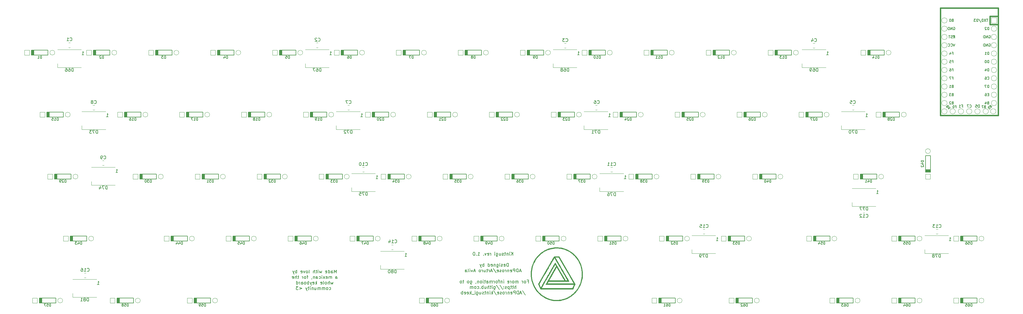
<source format=gbr>
G04 #@! TF.GenerationSoftware,KiCad,Pcbnew,(5.1.10)-1*
G04 #@! TF.CreationDate,2021-09-11T23:54:04-05:00*
G04 #@! TF.ProjectId,kintsugi,6b696e74-7375-4676-992e-6b696361645f,rev?*
G04 #@! TF.SameCoordinates,Original*
G04 #@! TF.FileFunction,Legend,Bot*
G04 #@! TF.FilePolarity,Positive*
%FSLAX46Y46*%
G04 Gerber Fmt 4.6, Leading zero omitted, Abs format (unit mm)*
G04 Created by KiCad (PCBNEW (5.1.10)-1) date 2021-09-11 23:54:04*
%MOMM*%
%LPD*%
G01*
G04 APERTURE LIST*
%ADD10C,0.200000*%
%ADD11C,0.010000*%
%ADD12C,0.150000*%
%ADD13C,0.381000*%
%ADD14C,0.120000*%
%ADD15C,0.100000*%
G04 APERTURE END LIST*
D10*
X148271619Y-106868380D02*
X148271619Y-105868380D01*
X147938285Y-106582666D01*
X147604952Y-105868380D01*
X147604952Y-106868380D01*
X146700190Y-106868380D02*
X146700190Y-106344571D01*
X146747809Y-106249333D01*
X146843047Y-106201714D01*
X147033523Y-106201714D01*
X147128761Y-106249333D01*
X146700190Y-106820761D02*
X146795428Y-106868380D01*
X147033523Y-106868380D01*
X147128761Y-106820761D01*
X147176380Y-106725523D01*
X147176380Y-106630285D01*
X147128761Y-106535047D01*
X147033523Y-106487428D01*
X146795428Y-106487428D01*
X146700190Y-106439809D01*
X145795428Y-106868380D02*
X145795428Y-105868380D01*
X145795428Y-106820761D02*
X145890666Y-106868380D01*
X146081142Y-106868380D01*
X146176380Y-106820761D01*
X146224000Y-106773142D01*
X146271619Y-106677904D01*
X146271619Y-106392190D01*
X146224000Y-106296952D01*
X146176380Y-106249333D01*
X146081142Y-106201714D01*
X145890666Y-106201714D01*
X145795428Y-106249333D01*
X144938285Y-106820761D02*
X145033523Y-106868380D01*
X145224000Y-106868380D01*
X145319238Y-106820761D01*
X145366857Y-106725523D01*
X145366857Y-106344571D01*
X145319238Y-106249333D01*
X145224000Y-106201714D01*
X145033523Y-106201714D01*
X144938285Y-106249333D01*
X144890666Y-106344571D01*
X144890666Y-106439809D01*
X145366857Y-106535047D01*
X143795428Y-106201714D02*
X143604952Y-106868380D01*
X143414476Y-106392190D01*
X143224000Y-106868380D01*
X143033523Y-106201714D01*
X142652571Y-106868380D02*
X142652571Y-106201714D01*
X142652571Y-105868380D02*
X142700190Y-105916000D01*
X142652571Y-105963619D01*
X142604952Y-105916000D01*
X142652571Y-105868380D01*
X142652571Y-105963619D01*
X142319238Y-106201714D02*
X141938285Y-106201714D01*
X142176380Y-105868380D02*
X142176380Y-106725523D01*
X142128761Y-106820761D01*
X142033523Y-106868380D01*
X141938285Y-106868380D01*
X141604952Y-106868380D02*
X141604952Y-105868380D01*
X141176380Y-106868380D02*
X141176380Y-106344571D01*
X141224000Y-106249333D01*
X141319238Y-106201714D01*
X141462095Y-106201714D01*
X141557333Y-106249333D01*
X141604952Y-106296952D01*
X139795428Y-106868380D02*
X139890666Y-106820761D01*
X139938285Y-106725523D01*
X139938285Y-105868380D01*
X139271619Y-106868380D02*
X139366857Y-106820761D01*
X139414476Y-106773142D01*
X139462095Y-106677904D01*
X139462095Y-106392190D01*
X139414476Y-106296952D01*
X139366857Y-106249333D01*
X139271619Y-106201714D01*
X139128761Y-106201714D01*
X139033523Y-106249333D01*
X138985904Y-106296952D01*
X138938285Y-106392190D01*
X138938285Y-106677904D01*
X138985904Y-106773142D01*
X139033523Y-106820761D01*
X139128761Y-106868380D01*
X139271619Y-106868380D01*
X138604952Y-106201714D02*
X138366857Y-106868380D01*
X138128761Y-106201714D01*
X137366857Y-106820761D02*
X137462095Y-106868380D01*
X137652571Y-106868380D01*
X137747809Y-106820761D01*
X137795428Y-106725523D01*
X137795428Y-106344571D01*
X137747809Y-106249333D01*
X137652571Y-106201714D01*
X137462095Y-106201714D01*
X137366857Y-106249333D01*
X137319238Y-106344571D01*
X137319238Y-106439809D01*
X137795428Y-106535047D01*
X136128761Y-106868380D02*
X136128761Y-105868380D01*
X136128761Y-106249333D02*
X136033523Y-106201714D01*
X135843047Y-106201714D01*
X135747809Y-106249333D01*
X135700190Y-106296952D01*
X135652571Y-106392190D01*
X135652571Y-106677904D01*
X135700190Y-106773142D01*
X135747809Y-106820761D01*
X135843047Y-106868380D01*
X136033523Y-106868380D01*
X136128761Y-106820761D01*
X135319238Y-106201714D02*
X135081142Y-106868380D01*
X134843047Y-106201714D02*
X135081142Y-106868380D01*
X135176380Y-107106476D01*
X135224000Y-107154095D01*
X135319238Y-107201714D01*
X148057333Y-108568380D02*
X148057333Y-108044571D01*
X148104952Y-107949333D01*
X148200190Y-107901714D01*
X148390666Y-107901714D01*
X148485904Y-107949333D01*
X148057333Y-108520761D02*
X148152571Y-108568380D01*
X148390666Y-108568380D01*
X148485904Y-108520761D01*
X148533523Y-108425523D01*
X148533523Y-108330285D01*
X148485904Y-108235047D01*
X148390666Y-108187428D01*
X148152571Y-108187428D01*
X148057333Y-108139809D01*
X146819238Y-108568380D02*
X146819238Y-107901714D01*
X146819238Y-107996952D02*
X146771619Y-107949333D01*
X146676380Y-107901714D01*
X146533523Y-107901714D01*
X146438285Y-107949333D01*
X146390666Y-108044571D01*
X146390666Y-108568380D01*
X146390666Y-108044571D02*
X146343047Y-107949333D01*
X146247809Y-107901714D01*
X146104952Y-107901714D01*
X146009714Y-107949333D01*
X145962095Y-108044571D01*
X145962095Y-108568380D01*
X145104952Y-108520761D02*
X145200190Y-108568380D01*
X145390666Y-108568380D01*
X145485904Y-108520761D01*
X145533523Y-108425523D01*
X145533523Y-108044571D01*
X145485904Y-107949333D01*
X145390666Y-107901714D01*
X145200190Y-107901714D01*
X145104952Y-107949333D01*
X145057333Y-108044571D01*
X145057333Y-108139809D01*
X145533523Y-108235047D01*
X144724000Y-108568380D02*
X144200190Y-107901714D01*
X144724000Y-107901714D02*
X144200190Y-108568380D01*
X143819238Y-108568380D02*
X143819238Y-107901714D01*
X143819238Y-107568380D02*
X143866857Y-107616000D01*
X143819238Y-107663619D01*
X143771619Y-107616000D01*
X143819238Y-107568380D01*
X143819238Y-107663619D01*
X142914476Y-108520761D02*
X143009714Y-108568380D01*
X143200190Y-108568380D01*
X143295428Y-108520761D01*
X143343047Y-108473142D01*
X143390666Y-108377904D01*
X143390666Y-108092190D01*
X143343047Y-107996952D01*
X143295428Y-107949333D01*
X143200190Y-107901714D01*
X143009714Y-107901714D01*
X142914476Y-107949333D01*
X142057333Y-108568380D02*
X142057333Y-108044571D01*
X142104952Y-107949333D01*
X142200190Y-107901714D01*
X142390666Y-107901714D01*
X142485904Y-107949333D01*
X142057333Y-108520761D02*
X142152571Y-108568380D01*
X142390666Y-108568380D01*
X142485904Y-108520761D01*
X142533523Y-108425523D01*
X142533523Y-108330285D01*
X142485904Y-108235047D01*
X142390666Y-108187428D01*
X142152571Y-108187428D01*
X142057333Y-108139809D01*
X141581142Y-107901714D02*
X141581142Y-108568380D01*
X141581142Y-107996952D02*
X141533523Y-107949333D01*
X141438285Y-107901714D01*
X141295428Y-107901714D01*
X141200190Y-107949333D01*
X141152571Y-108044571D01*
X141152571Y-108568380D01*
X140628761Y-108520761D02*
X140628761Y-108568380D01*
X140676380Y-108663619D01*
X140724000Y-108711238D01*
X139581142Y-107901714D02*
X139200190Y-107901714D01*
X139438285Y-108568380D02*
X139438285Y-107711238D01*
X139390666Y-107616000D01*
X139295428Y-107568380D01*
X139200190Y-107568380D01*
X138724000Y-108568380D02*
X138819238Y-108520761D01*
X138866857Y-108473142D01*
X138914476Y-108377904D01*
X138914476Y-108092190D01*
X138866857Y-107996952D01*
X138819238Y-107949333D01*
X138724000Y-107901714D01*
X138581142Y-107901714D01*
X138485904Y-107949333D01*
X138438285Y-107996952D01*
X138390666Y-108092190D01*
X138390666Y-108377904D01*
X138438285Y-108473142D01*
X138485904Y-108520761D01*
X138581142Y-108568380D01*
X138724000Y-108568380D01*
X137962095Y-108568380D02*
X137962095Y-107901714D01*
X137962095Y-108092190D02*
X137914476Y-107996952D01*
X137866857Y-107949333D01*
X137771619Y-107901714D01*
X137676380Y-107901714D01*
X136724000Y-107901714D02*
X136343047Y-107901714D01*
X136581142Y-107568380D02*
X136581142Y-108425523D01*
X136533523Y-108520761D01*
X136438285Y-108568380D01*
X136343047Y-108568380D01*
X136009714Y-108568380D02*
X136009714Y-107568380D01*
X135581142Y-108568380D02*
X135581142Y-108044571D01*
X135628761Y-107949333D01*
X135724000Y-107901714D01*
X135866857Y-107901714D01*
X135962095Y-107949333D01*
X136009714Y-107996952D01*
X134724000Y-108520761D02*
X134819238Y-108568380D01*
X135009714Y-108568380D01*
X135104952Y-108520761D01*
X135152571Y-108425523D01*
X135152571Y-108044571D01*
X135104952Y-107949333D01*
X135009714Y-107901714D01*
X134819238Y-107901714D01*
X134724000Y-107949333D01*
X134676380Y-108044571D01*
X134676380Y-108139809D01*
X135152571Y-108235047D01*
X147295428Y-109601714D02*
X147104952Y-110268380D01*
X146914476Y-109792190D01*
X146724000Y-110268380D01*
X146533523Y-109601714D01*
X146152571Y-110268380D02*
X146152571Y-109268380D01*
X145724000Y-110268380D02*
X145724000Y-109744571D01*
X145771619Y-109649333D01*
X145866857Y-109601714D01*
X146009714Y-109601714D01*
X146104952Y-109649333D01*
X146152571Y-109696952D01*
X145104952Y-110268380D02*
X145200190Y-110220761D01*
X145247809Y-110173142D01*
X145295428Y-110077904D01*
X145295428Y-109792190D01*
X145247809Y-109696952D01*
X145200190Y-109649333D01*
X145104952Y-109601714D01*
X144962095Y-109601714D01*
X144866857Y-109649333D01*
X144819238Y-109696952D01*
X144771619Y-109792190D01*
X144771619Y-110077904D01*
X144819238Y-110173142D01*
X144866857Y-110220761D01*
X144962095Y-110268380D01*
X145104952Y-110268380D01*
X144200190Y-110268380D02*
X144295428Y-110220761D01*
X144343047Y-110125523D01*
X144343047Y-109268380D01*
X143438285Y-110220761D02*
X143533523Y-110268380D01*
X143724000Y-110268380D01*
X143819238Y-110220761D01*
X143866857Y-110125523D01*
X143866857Y-109744571D01*
X143819238Y-109649333D01*
X143724000Y-109601714D01*
X143533523Y-109601714D01*
X143438285Y-109649333D01*
X143390666Y-109744571D01*
X143390666Y-109839809D01*
X143866857Y-109935047D01*
X142200190Y-110268380D02*
X142200190Y-109268380D01*
X142104952Y-109887428D02*
X141819238Y-110268380D01*
X141819238Y-109601714D02*
X142200190Y-109982666D01*
X141009714Y-110220761D02*
X141104952Y-110268380D01*
X141295428Y-110268380D01*
X141390666Y-110220761D01*
X141438285Y-110125523D01*
X141438285Y-109744571D01*
X141390666Y-109649333D01*
X141295428Y-109601714D01*
X141104952Y-109601714D01*
X141009714Y-109649333D01*
X140962095Y-109744571D01*
X140962095Y-109839809D01*
X141438285Y-109935047D01*
X140628761Y-109601714D02*
X140390666Y-110268380D01*
X140152571Y-109601714D02*
X140390666Y-110268380D01*
X140485904Y-110506476D01*
X140533523Y-110554095D01*
X140628761Y-110601714D01*
X139771619Y-110268380D02*
X139771619Y-109268380D01*
X139771619Y-109649333D02*
X139676380Y-109601714D01*
X139485904Y-109601714D01*
X139390666Y-109649333D01*
X139343047Y-109696952D01*
X139295428Y-109792190D01*
X139295428Y-110077904D01*
X139343047Y-110173142D01*
X139390666Y-110220761D01*
X139485904Y-110268380D01*
X139676380Y-110268380D01*
X139771619Y-110220761D01*
X138724000Y-110268380D02*
X138819238Y-110220761D01*
X138866857Y-110173142D01*
X138914476Y-110077904D01*
X138914476Y-109792190D01*
X138866857Y-109696952D01*
X138819238Y-109649333D01*
X138724000Y-109601714D01*
X138581142Y-109601714D01*
X138485904Y-109649333D01*
X138438285Y-109696952D01*
X138390666Y-109792190D01*
X138390666Y-110077904D01*
X138438285Y-110173142D01*
X138485904Y-110220761D01*
X138581142Y-110268380D01*
X138724000Y-110268380D01*
X137533523Y-110268380D02*
X137533523Y-109744571D01*
X137581142Y-109649333D01*
X137676380Y-109601714D01*
X137866857Y-109601714D01*
X137962095Y-109649333D01*
X137533523Y-110220761D02*
X137628761Y-110268380D01*
X137866857Y-110268380D01*
X137962095Y-110220761D01*
X138009714Y-110125523D01*
X138009714Y-110030285D01*
X137962095Y-109935047D01*
X137866857Y-109887428D01*
X137628761Y-109887428D01*
X137533523Y-109839809D01*
X137057333Y-110268380D02*
X137057333Y-109601714D01*
X137057333Y-109792190D02*
X137009714Y-109696952D01*
X136962095Y-109649333D01*
X136866857Y-109601714D01*
X136771619Y-109601714D01*
X136009714Y-110268380D02*
X136009714Y-109268380D01*
X136009714Y-110220761D02*
X136104952Y-110268380D01*
X136295428Y-110268380D01*
X136390666Y-110220761D01*
X136438285Y-110173142D01*
X136485904Y-110077904D01*
X136485904Y-109792190D01*
X136438285Y-109696952D01*
X136390666Y-109649333D01*
X136295428Y-109601714D01*
X136104952Y-109601714D01*
X136009714Y-109649333D01*
X146057333Y-111920761D02*
X146152571Y-111968380D01*
X146343047Y-111968380D01*
X146438285Y-111920761D01*
X146485904Y-111873142D01*
X146533523Y-111777904D01*
X146533523Y-111492190D01*
X146485904Y-111396952D01*
X146438285Y-111349333D01*
X146343047Y-111301714D01*
X146152571Y-111301714D01*
X146057333Y-111349333D01*
X145485904Y-111968380D02*
X145581142Y-111920761D01*
X145628761Y-111873142D01*
X145676380Y-111777904D01*
X145676380Y-111492190D01*
X145628761Y-111396952D01*
X145581142Y-111349333D01*
X145485904Y-111301714D01*
X145343047Y-111301714D01*
X145247809Y-111349333D01*
X145200190Y-111396952D01*
X145152571Y-111492190D01*
X145152571Y-111777904D01*
X145200190Y-111873142D01*
X145247809Y-111920761D01*
X145343047Y-111968380D01*
X145485904Y-111968380D01*
X144724000Y-111968380D02*
X144724000Y-111301714D01*
X144724000Y-111396952D02*
X144676380Y-111349333D01*
X144581142Y-111301714D01*
X144438285Y-111301714D01*
X144343047Y-111349333D01*
X144295428Y-111444571D01*
X144295428Y-111968380D01*
X144295428Y-111444571D02*
X144247809Y-111349333D01*
X144152571Y-111301714D01*
X144009714Y-111301714D01*
X143914476Y-111349333D01*
X143866857Y-111444571D01*
X143866857Y-111968380D01*
X143390666Y-111968380D02*
X143390666Y-111301714D01*
X143390666Y-111396952D02*
X143343047Y-111349333D01*
X143247809Y-111301714D01*
X143104952Y-111301714D01*
X143009714Y-111349333D01*
X142962095Y-111444571D01*
X142962095Y-111968380D01*
X142962095Y-111444571D02*
X142914476Y-111349333D01*
X142819238Y-111301714D01*
X142676380Y-111301714D01*
X142581142Y-111349333D01*
X142533523Y-111444571D01*
X142533523Y-111968380D01*
X141628761Y-111301714D02*
X141628761Y-111968380D01*
X142057333Y-111301714D02*
X142057333Y-111825523D01*
X142009714Y-111920761D01*
X141914476Y-111968380D01*
X141771619Y-111968380D01*
X141676380Y-111920761D01*
X141628761Y-111873142D01*
X141152571Y-111301714D02*
X141152571Y-111968380D01*
X141152571Y-111396952D02*
X141104952Y-111349333D01*
X141009714Y-111301714D01*
X140866857Y-111301714D01*
X140771619Y-111349333D01*
X140724000Y-111444571D01*
X140724000Y-111968380D01*
X140247809Y-111968380D02*
X140247809Y-111301714D01*
X140247809Y-110968380D02*
X140295428Y-111016000D01*
X140247809Y-111063619D01*
X140200190Y-111016000D01*
X140247809Y-110968380D01*
X140247809Y-111063619D01*
X139914476Y-111301714D02*
X139533523Y-111301714D01*
X139771619Y-110968380D02*
X139771619Y-111825523D01*
X139724000Y-111920761D01*
X139628761Y-111968380D01*
X139533523Y-111968380D01*
X139295428Y-111301714D02*
X139057333Y-111968380D01*
X138819238Y-111301714D02*
X139057333Y-111968380D01*
X139152571Y-112206476D01*
X139200190Y-112254095D01*
X139295428Y-112301714D01*
X136914476Y-111301714D02*
X137676380Y-111587428D01*
X136914476Y-111873142D01*
X136533523Y-110968380D02*
X135914476Y-110968380D01*
X136247809Y-111349333D01*
X136104952Y-111349333D01*
X136009714Y-111396952D01*
X135962095Y-111444571D01*
X135914476Y-111539809D01*
X135914476Y-111777904D01*
X135962095Y-111873142D01*
X136009714Y-111920761D01*
X136104952Y-111968380D01*
X136390666Y-111968380D01*
X136485904Y-111920761D01*
X136533523Y-111873142D01*
X202564238Y-101436380D02*
X202564238Y-100436380D01*
X201992809Y-101436380D02*
X202421380Y-100864952D01*
X201992809Y-100436380D02*
X202564238Y-101007809D01*
X201564238Y-101436380D02*
X201564238Y-100769714D01*
X201564238Y-100436380D02*
X201611857Y-100484000D01*
X201564238Y-100531619D01*
X201516619Y-100484000D01*
X201564238Y-100436380D01*
X201564238Y-100531619D01*
X201088047Y-100769714D02*
X201088047Y-101436380D01*
X201088047Y-100864952D02*
X201040428Y-100817333D01*
X200945190Y-100769714D01*
X200802333Y-100769714D01*
X200707095Y-100817333D01*
X200659476Y-100912571D01*
X200659476Y-101436380D01*
X200326142Y-100769714D02*
X199945190Y-100769714D01*
X200183285Y-100436380D02*
X200183285Y-101293523D01*
X200135666Y-101388761D01*
X200040428Y-101436380D01*
X199945190Y-101436380D01*
X199659476Y-101388761D02*
X199564238Y-101436380D01*
X199373761Y-101436380D01*
X199278523Y-101388761D01*
X199230904Y-101293523D01*
X199230904Y-101245904D01*
X199278523Y-101150666D01*
X199373761Y-101103047D01*
X199516619Y-101103047D01*
X199611857Y-101055428D01*
X199659476Y-100960190D01*
X199659476Y-100912571D01*
X199611857Y-100817333D01*
X199516619Y-100769714D01*
X199373761Y-100769714D01*
X199278523Y-100817333D01*
X198373761Y-100769714D02*
X198373761Y-101436380D01*
X198802333Y-100769714D02*
X198802333Y-101293523D01*
X198754714Y-101388761D01*
X198659476Y-101436380D01*
X198516619Y-101436380D01*
X198421380Y-101388761D01*
X198373761Y-101341142D01*
X197469000Y-100769714D02*
X197469000Y-101579238D01*
X197516619Y-101674476D01*
X197564238Y-101722095D01*
X197659476Y-101769714D01*
X197802333Y-101769714D01*
X197897571Y-101722095D01*
X197469000Y-101388761D02*
X197564238Y-101436380D01*
X197754714Y-101436380D01*
X197849952Y-101388761D01*
X197897571Y-101341142D01*
X197945190Y-101245904D01*
X197945190Y-100960190D01*
X197897571Y-100864952D01*
X197849952Y-100817333D01*
X197754714Y-100769714D01*
X197564238Y-100769714D01*
X197469000Y-100817333D01*
X196992809Y-101436380D02*
X196992809Y-100769714D01*
X196992809Y-100436380D02*
X197040428Y-100484000D01*
X196992809Y-100531619D01*
X196945190Y-100484000D01*
X196992809Y-100436380D01*
X196992809Y-100531619D01*
X195754714Y-101436380D02*
X195754714Y-100769714D01*
X195754714Y-100960190D02*
X195707095Y-100864952D01*
X195659476Y-100817333D01*
X195564238Y-100769714D01*
X195469000Y-100769714D01*
X194754714Y-101388761D02*
X194849952Y-101436380D01*
X195040428Y-101436380D01*
X195135666Y-101388761D01*
X195183285Y-101293523D01*
X195183285Y-100912571D01*
X195135666Y-100817333D01*
X195040428Y-100769714D01*
X194849952Y-100769714D01*
X194754714Y-100817333D01*
X194707095Y-100912571D01*
X194707095Y-101007809D01*
X195183285Y-101103047D01*
X194373761Y-100769714D02*
X194135666Y-101436380D01*
X193897571Y-100769714D01*
X193516619Y-101341142D02*
X193469000Y-101388761D01*
X193516619Y-101436380D01*
X193564238Y-101388761D01*
X193516619Y-101341142D01*
X193516619Y-101436380D01*
X191754714Y-101436380D02*
X192326142Y-101436380D01*
X192040428Y-101436380D02*
X192040428Y-100436380D01*
X192135666Y-100579238D01*
X192230904Y-100674476D01*
X192326142Y-100722095D01*
X191326142Y-101341142D02*
X191278523Y-101388761D01*
X191326142Y-101436380D01*
X191373761Y-101388761D01*
X191326142Y-101341142D01*
X191326142Y-101436380D01*
X190659476Y-100436380D02*
X190564238Y-100436380D01*
X190469000Y-100484000D01*
X190421380Y-100531619D01*
X190373761Y-100626857D01*
X190326142Y-100817333D01*
X190326142Y-101055428D01*
X190373761Y-101245904D01*
X190421380Y-101341142D01*
X190469000Y-101388761D01*
X190564238Y-101436380D01*
X190659476Y-101436380D01*
X190754714Y-101388761D01*
X190802333Y-101341142D01*
X190849952Y-101245904D01*
X190897571Y-101055428D01*
X190897571Y-100817333D01*
X190849952Y-100626857D01*
X190802333Y-100531619D01*
X190754714Y-100484000D01*
X190659476Y-100436380D01*
X201183285Y-104836380D02*
X201183285Y-103836380D01*
X200945190Y-103836380D01*
X200802333Y-103884000D01*
X200707095Y-103979238D01*
X200659476Y-104074476D01*
X200611857Y-104264952D01*
X200611857Y-104407809D01*
X200659476Y-104598285D01*
X200707095Y-104693523D01*
X200802333Y-104788761D01*
X200945190Y-104836380D01*
X201183285Y-104836380D01*
X199802333Y-104788761D02*
X199897571Y-104836380D01*
X200088047Y-104836380D01*
X200183285Y-104788761D01*
X200230904Y-104693523D01*
X200230904Y-104312571D01*
X200183285Y-104217333D01*
X200088047Y-104169714D01*
X199897571Y-104169714D01*
X199802333Y-104217333D01*
X199754714Y-104312571D01*
X199754714Y-104407809D01*
X200230904Y-104503047D01*
X199373761Y-104788761D02*
X199278523Y-104836380D01*
X199088047Y-104836380D01*
X198992809Y-104788761D01*
X198945190Y-104693523D01*
X198945190Y-104645904D01*
X198992809Y-104550666D01*
X199088047Y-104503047D01*
X199230904Y-104503047D01*
X199326142Y-104455428D01*
X199373761Y-104360190D01*
X199373761Y-104312571D01*
X199326142Y-104217333D01*
X199230904Y-104169714D01*
X199088047Y-104169714D01*
X198992809Y-104217333D01*
X198516619Y-104836380D02*
X198516619Y-104169714D01*
X198516619Y-103836380D02*
X198564238Y-103884000D01*
X198516619Y-103931619D01*
X198469000Y-103884000D01*
X198516619Y-103836380D01*
X198516619Y-103931619D01*
X197611857Y-104169714D02*
X197611857Y-104979238D01*
X197659476Y-105074476D01*
X197707095Y-105122095D01*
X197802333Y-105169714D01*
X197945190Y-105169714D01*
X198040428Y-105122095D01*
X197611857Y-104788761D02*
X197707095Y-104836380D01*
X197897571Y-104836380D01*
X197992809Y-104788761D01*
X198040428Y-104741142D01*
X198088047Y-104645904D01*
X198088047Y-104360190D01*
X198040428Y-104264952D01*
X197992809Y-104217333D01*
X197897571Y-104169714D01*
X197707095Y-104169714D01*
X197611857Y-104217333D01*
X197135666Y-104169714D02*
X197135666Y-104836380D01*
X197135666Y-104264952D02*
X197088047Y-104217333D01*
X196992809Y-104169714D01*
X196849952Y-104169714D01*
X196754714Y-104217333D01*
X196707095Y-104312571D01*
X196707095Y-104836380D01*
X195849952Y-104788761D02*
X195945190Y-104836380D01*
X196135666Y-104836380D01*
X196230904Y-104788761D01*
X196278523Y-104693523D01*
X196278523Y-104312571D01*
X196230904Y-104217333D01*
X196135666Y-104169714D01*
X195945190Y-104169714D01*
X195849952Y-104217333D01*
X195802333Y-104312571D01*
X195802333Y-104407809D01*
X196278523Y-104503047D01*
X194945190Y-104836380D02*
X194945190Y-103836380D01*
X194945190Y-104788761D02*
X195040428Y-104836380D01*
X195230904Y-104836380D01*
X195326142Y-104788761D01*
X195373761Y-104741142D01*
X195421380Y-104645904D01*
X195421380Y-104360190D01*
X195373761Y-104264952D01*
X195326142Y-104217333D01*
X195230904Y-104169714D01*
X195040428Y-104169714D01*
X194945190Y-104217333D01*
X193707095Y-104836380D02*
X193707095Y-103836380D01*
X193707095Y-104217333D02*
X193611857Y-104169714D01*
X193421380Y-104169714D01*
X193326142Y-104217333D01*
X193278523Y-104264952D01*
X193230904Y-104360190D01*
X193230904Y-104645904D01*
X193278523Y-104741142D01*
X193326142Y-104788761D01*
X193421380Y-104836380D01*
X193611857Y-104836380D01*
X193707095Y-104788761D01*
X192897571Y-104169714D02*
X192659476Y-104836380D01*
X192421380Y-104169714D02*
X192659476Y-104836380D01*
X192754714Y-105074476D01*
X192802333Y-105122095D01*
X192897571Y-105169714D01*
X205088047Y-106250666D02*
X204611857Y-106250666D01*
X205183285Y-106536380D02*
X204849952Y-105536380D01*
X204516619Y-106536380D01*
X204183285Y-106536380D02*
X204183285Y-105536380D01*
X203945190Y-105536380D01*
X203802333Y-105584000D01*
X203707095Y-105679238D01*
X203659476Y-105774476D01*
X203611857Y-105964952D01*
X203611857Y-106107809D01*
X203659476Y-106298285D01*
X203707095Y-106393523D01*
X203802333Y-106488761D01*
X203945190Y-106536380D01*
X204183285Y-106536380D01*
X203183285Y-106536380D02*
X203183285Y-105536380D01*
X202802333Y-105536380D01*
X202707095Y-105584000D01*
X202659476Y-105631619D01*
X202611857Y-105726857D01*
X202611857Y-105869714D01*
X202659476Y-105964952D01*
X202707095Y-106012571D01*
X202802333Y-106060190D01*
X203183285Y-106060190D01*
X201802333Y-106488761D02*
X201897571Y-106536380D01*
X202088047Y-106536380D01*
X202183285Y-106488761D01*
X202230904Y-106393523D01*
X202230904Y-106012571D01*
X202183285Y-105917333D01*
X202088047Y-105869714D01*
X201897571Y-105869714D01*
X201802333Y-105917333D01*
X201754714Y-106012571D01*
X201754714Y-106107809D01*
X202230904Y-106203047D01*
X201326142Y-105869714D02*
X201326142Y-106536380D01*
X201326142Y-105964952D02*
X201278523Y-105917333D01*
X201183285Y-105869714D01*
X201040428Y-105869714D01*
X200945190Y-105917333D01*
X200897571Y-106012571D01*
X200897571Y-106536380D01*
X200421380Y-106536380D02*
X200421380Y-105869714D01*
X200421380Y-106060190D02*
X200373761Y-105964952D01*
X200326142Y-105917333D01*
X200230904Y-105869714D01*
X200135666Y-105869714D01*
X199659476Y-106536380D02*
X199754714Y-106488761D01*
X199802333Y-106441142D01*
X199849952Y-106345904D01*
X199849952Y-106060190D01*
X199802333Y-105964952D01*
X199754714Y-105917333D01*
X199659476Y-105869714D01*
X199516619Y-105869714D01*
X199421380Y-105917333D01*
X199373761Y-105964952D01*
X199326142Y-106060190D01*
X199326142Y-106345904D01*
X199373761Y-106441142D01*
X199421380Y-106488761D01*
X199516619Y-106536380D01*
X199659476Y-106536380D01*
X198945190Y-106488761D02*
X198849952Y-106536380D01*
X198659476Y-106536380D01*
X198564238Y-106488761D01*
X198516619Y-106393523D01*
X198516619Y-106345904D01*
X198564238Y-106250666D01*
X198659476Y-106203047D01*
X198802333Y-106203047D01*
X198897571Y-106155428D01*
X198945190Y-106060190D01*
X198945190Y-106012571D01*
X198897571Y-105917333D01*
X198802333Y-105869714D01*
X198659476Y-105869714D01*
X198564238Y-105917333D01*
X197707095Y-106488761D02*
X197802333Y-106536380D01*
X197992809Y-106536380D01*
X198088047Y-106488761D01*
X198135666Y-106393523D01*
X198135666Y-106012571D01*
X198088047Y-105917333D01*
X197992809Y-105869714D01*
X197802333Y-105869714D01*
X197707095Y-105917333D01*
X197659476Y-106012571D01*
X197659476Y-106107809D01*
X198135666Y-106203047D01*
X196516619Y-105488761D02*
X197373761Y-106774476D01*
X196230904Y-106250666D02*
X195754714Y-106250666D01*
X196326142Y-106536380D02*
X195992809Y-105536380D01*
X195659476Y-106536380D01*
X195326142Y-106536380D02*
X195326142Y-105869714D01*
X195326142Y-106060190D02*
X195278523Y-105964952D01*
X195230904Y-105917333D01*
X195135666Y-105869714D01*
X195040428Y-105869714D01*
X194849952Y-105869714D02*
X194469000Y-105869714D01*
X194707095Y-105536380D02*
X194707095Y-106393523D01*
X194659476Y-106488761D01*
X194564238Y-106536380D01*
X194469000Y-106536380D01*
X193707095Y-105869714D02*
X193707095Y-106536380D01*
X194135666Y-105869714D02*
X194135666Y-106393523D01*
X194088047Y-106488761D01*
X193992809Y-106536380D01*
X193849952Y-106536380D01*
X193754714Y-106488761D01*
X193707095Y-106441142D01*
X193230904Y-106536380D02*
X193230904Y-105869714D01*
X193230904Y-106060190D02*
X193183285Y-105964952D01*
X193135666Y-105917333D01*
X193040428Y-105869714D01*
X192945190Y-105869714D01*
X192469000Y-106536380D02*
X192564238Y-106488761D01*
X192611857Y-106441142D01*
X192659476Y-106345904D01*
X192659476Y-106060190D01*
X192611857Y-105964952D01*
X192564238Y-105917333D01*
X192469000Y-105869714D01*
X192326142Y-105869714D01*
X192230904Y-105917333D01*
X192183285Y-105964952D01*
X192135666Y-106060190D01*
X192135666Y-106345904D01*
X192183285Y-106441142D01*
X192230904Y-106488761D01*
X192326142Y-106536380D01*
X192469000Y-106536380D01*
X190992809Y-106250666D02*
X190516619Y-106250666D01*
X191088047Y-106536380D02*
X190754714Y-105536380D01*
X190421380Y-106536380D01*
X190183285Y-105869714D02*
X189945190Y-106536380D01*
X189707095Y-105869714D01*
X189326142Y-106536380D02*
X189326142Y-105869714D01*
X189326142Y-105536380D02*
X189373761Y-105584000D01*
X189326142Y-105631619D01*
X189278523Y-105584000D01*
X189326142Y-105536380D01*
X189326142Y-105631619D01*
X188707095Y-106536380D02*
X188802333Y-106488761D01*
X188849952Y-106393523D01*
X188849952Y-105536380D01*
X187897571Y-106536380D02*
X187897571Y-106012571D01*
X187945190Y-105917333D01*
X188040428Y-105869714D01*
X188230904Y-105869714D01*
X188326142Y-105917333D01*
X187897571Y-106488761D02*
X187992809Y-106536380D01*
X188230904Y-106536380D01*
X188326142Y-106488761D01*
X188373761Y-106393523D01*
X188373761Y-106298285D01*
X188326142Y-106203047D01*
X188230904Y-106155428D01*
X187992809Y-106155428D01*
X187897571Y-106107809D01*
X207016619Y-109412571D02*
X207349952Y-109412571D01*
X207349952Y-109936380D02*
X207349952Y-108936380D01*
X206873761Y-108936380D01*
X206349952Y-109936380D02*
X206445190Y-109888761D01*
X206492809Y-109841142D01*
X206540428Y-109745904D01*
X206540428Y-109460190D01*
X206492809Y-109364952D01*
X206445190Y-109317333D01*
X206349952Y-109269714D01*
X206207095Y-109269714D01*
X206111857Y-109317333D01*
X206064238Y-109364952D01*
X206016619Y-109460190D01*
X206016619Y-109745904D01*
X206064238Y-109841142D01*
X206111857Y-109888761D01*
X206207095Y-109936380D01*
X206349952Y-109936380D01*
X205588047Y-109936380D02*
X205588047Y-109269714D01*
X205588047Y-109460190D02*
X205540428Y-109364952D01*
X205492809Y-109317333D01*
X205397571Y-109269714D01*
X205302333Y-109269714D01*
X204207095Y-109936380D02*
X204207095Y-109269714D01*
X204207095Y-109364952D02*
X204159476Y-109317333D01*
X204064238Y-109269714D01*
X203921380Y-109269714D01*
X203826142Y-109317333D01*
X203778523Y-109412571D01*
X203778523Y-109936380D01*
X203778523Y-109412571D02*
X203730904Y-109317333D01*
X203635666Y-109269714D01*
X203492809Y-109269714D01*
X203397571Y-109317333D01*
X203349952Y-109412571D01*
X203349952Y-109936380D01*
X202730904Y-109936380D02*
X202826142Y-109888761D01*
X202873761Y-109841142D01*
X202921380Y-109745904D01*
X202921380Y-109460190D01*
X202873761Y-109364952D01*
X202826142Y-109317333D01*
X202730904Y-109269714D01*
X202588047Y-109269714D01*
X202492809Y-109317333D01*
X202445190Y-109364952D01*
X202397571Y-109460190D01*
X202397571Y-109745904D01*
X202445190Y-109841142D01*
X202492809Y-109888761D01*
X202588047Y-109936380D01*
X202730904Y-109936380D01*
X201969000Y-109936380D02*
X201969000Y-109269714D01*
X201969000Y-109460190D02*
X201921380Y-109364952D01*
X201873761Y-109317333D01*
X201778523Y-109269714D01*
X201683285Y-109269714D01*
X200969000Y-109888761D02*
X201064238Y-109936380D01*
X201254714Y-109936380D01*
X201349952Y-109888761D01*
X201397571Y-109793523D01*
X201397571Y-109412571D01*
X201349952Y-109317333D01*
X201254714Y-109269714D01*
X201064238Y-109269714D01*
X200969000Y-109317333D01*
X200921380Y-109412571D01*
X200921380Y-109507809D01*
X201397571Y-109603047D01*
X199730904Y-109936380D02*
X199730904Y-109269714D01*
X199730904Y-108936380D02*
X199778523Y-108984000D01*
X199730904Y-109031619D01*
X199683285Y-108984000D01*
X199730904Y-108936380D01*
X199730904Y-109031619D01*
X199254714Y-109269714D02*
X199254714Y-109936380D01*
X199254714Y-109364952D02*
X199207095Y-109317333D01*
X199111857Y-109269714D01*
X198969000Y-109269714D01*
X198873761Y-109317333D01*
X198826142Y-109412571D01*
X198826142Y-109936380D01*
X198492809Y-109269714D02*
X198111857Y-109269714D01*
X198349952Y-109936380D02*
X198349952Y-109079238D01*
X198302333Y-108984000D01*
X198207095Y-108936380D01*
X198111857Y-108936380D01*
X197635666Y-109936380D02*
X197730904Y-109888761D01*
X197778523Y-109841142D01*
X197826142Y-109745904D01*
X197826142Y-109460190D01*
X197778523Y-109364952D01*
X197730904Y-109317333D01*
X197635666Y-109269714D01*
X197492809Y-109269714D01*
X197397571Y-109317333D01*
X197349952Y-109364952D01*
X197302333Y-109460190D01*
X197302333Y-109745904D01*
X197349952Y-109841142D01*
X197397571Y-109888761D01*
X197492809Y-109936380D01*
X197635666Y-109936380D01*
X196873761Y-109936380D02*
X196873761Y-109269714D01*
X196873761Y-109460190D02*
X196826142Y-109364952D01*
X196778523Y-109317333D01*
X196683285Y-109269714D01*
X196588047Y-109269714D01*
X196254714Y-109936380D02*
X196254714Y-109269714D01*
X196254714Y-109364952D02*
X196207095Y-109317333D01*
X196111857Y-109269714D01*
X195969000Y-109269714D01*
X195873761Y-109317333D01*
X195826142Y-109412571D01*
X195826142Y-109936380D01*
X195826142Y-109412571D02*
X195778523Y-109317333D01*
X195683285Y-109269714D01*
X195540428Y-109269714D01*
X195445190Y-109317333D01*
X195397571Y-109412571D01*
X195397571Y-109936380D01*
X194492809Y-109936380D02*
X194492809Y-109412571D01*
X194540428Y-109317333D01*
X194635666Y-109269714D01*
X194826142Y-109269714D01*
X194921380Y-109317333D01*
X194492809Y-109888761D02*
X194588047Y-109936380D01*
X194826142Y-109936380D01*
X194921380Y-109888761D01*
X194969000Y-109793523D01*
X194969000Y-109698285D01*
X194921380Y-109603047D01*
X194826142Y-109555428D01*
X194588047Y-109555428D01*
X194492809Y-109507809D01*
X194159476Y-109269714D02*
X193778523Y-109269714D01*
X194016619Y-108936380D02*
X194016619Y-109793523D01*
X193969000Y-109888761D01*
X193873761Y-109936380D01*
X193778523Y-109936380D01*
X193445190Y-109936380D02*
X193445190Y-109269714D01*
X193445190Y-108936380D02*
X193492809Y-108984000D01*
X193445190Y-109031619D01*
X193397571Y-108984000D01*
X193445190Y-108936380D01*
X193445190Y-109031619D01*
X192826142Y-109936380D02*
X192921380Y-109888761D01*
X192969000Y-109841142D01*
X193016619Y-109745904D01*
X193016619Y-109460190D01*
X192969000Y-109364952D01*
X192921380Y-109317333D01*
X192826142Y-109269714D01*
X192683285Y-109269714D01*
X192588047Y-109317333D01*
X192540428Y-109364952D01*
X192492809Y-109460190D01*
X192492809Y-109745904D01*
X192540428Y-109841142D01*
X192588047Y-109888761D01*
X192683285Y-109936380D01*
X192826142Y-109936380D01*
X192064238Y-109269714D02*
X192064238Y-109936380D01*
X192064238Y-109364952D02*
X192016619Y-109317333D01*
X191921380Y-109269714D01*
X191778523Y-109269714D01*
X191683285Y-109317333D01*
X191635666Y-109412571D01*
X191635666Y-109936380D01*
X191111857Y-109888761D02*
X191111857Y-109936380D01*
X191159476Y-110031619D01*
X191207095Y-110079238D01*
X189492809Y-109269714D02*
X189492809Y-110079238D01*
X189540428Y-110174476D01*
X189588047Y-110222095D01*
X189683285Y-110269714D01*
X189826142Y-110269714D01*
X189921380Y-110222095D01*
X189492809Y-109888761D02*
X189588047Y-109936380D01*
X189778523Y-109936380D01*
X189873761Y-109888761D01*
X189921380Y-109841142D01*
X189969000Y-109745904D01*
X189969000Y-109460190D01*
X189921380Y-109364952D01*
X189873761Y-109317333D01*
X189778523Y-109269714D01*
X189588047Y-109269714D01*
X189492809Y-109317333D01*
X188873761Y-109936380D02*
X188969000Y-109888761D01*
X189016619Y-109841142D01*
X189064238Y-109745904D01*
X189064238Y-109460190D01*
X189016619Y-109364952D01*
X188969000Y-109317333D01*
X188873761Y-109269714D01*
X188730904Y-109269714D01*
X188635666Y-109317333D01*
X188588047Y-109364952D01*
X188540428Y-109460190D01*
X188540428Y-109745904D01*
X188588047Y-109841142D01*
X188635666Y-109888761D01*
X188730904Y-109936380D01*
X188873761Y-109936380D01*
X187492809Y-109269714D02*
X187111857Y-109269714D01*
X187349952Y-108936380D02*
X187349952Y-109793523D01*
X187302333Y-109888761D01*
X187207095Y-109936380D01*
X187111857Y-109936380D01*
X186635666Y-109936380D02*
X186730904Y-109888761D01*
X186778523Y-109841142D01*
X186826142Y-109745904D01*
X186826142Y-109460190D01*
X186778523Y-109364952D01*
X186730904Y-109317333D01*
X186635666Y-109269714D01*
X186492809Y-109269714D01*
X186397571Y-109317333D01*
X186349952Y-109364952D01*
X186302333Y-109460190D01*
X186302333Y-109745904D01*
X186349952Y-109841142D01*
X186397571Y-109888761D01*
X186492809Y-109936380D01*
X186635666Y-109936380D01*
X203516619Y-111636380D02*
X203516619Y-110636380D01*
X203088047Y-111636380D02*
X203088047Y-111112571D01*
X203135666Y-111017333D01*
X203230904Y-110969714D01*
X203373761Y-110969714D01*
X203469000Y-111017333D01*
X203516619Y-111064952D01*
X202754714Y-110969714D02*
X202373761Y-110969714D01*
X202611857Y-110636380D02*
X202611857Y-111493523D01*
X202564238Y-111588761D01*
X202469000Y-111636380D01*
X202373761Y-111636380D01*
X202183285Y-110969714D02*
X201802333Y-110969714D01*
X202040428Y-110636380D02*
X202040428Y-111493523D01*
X201992809Y-111588761D01*
X201897571Y-111636380D01*
X201802333Y-111636380D01*
X201469000Y-110969714D02*
X201469000Y-111969714D01*
X201469000Y-111017333D02*
X201373761Y-110969714D01*
X201183285Y-110969714D01*
X201088047Y-111017333D01*
X201040428Y-111064952D01*
X200992809Y-111160190D01*
X200992809Y-111445904D01*
X201040428Y-111541142D01*
X201088047Y-111588761D01*
X201183285Y-111636380D01*
X201373761Y-111636380D01*
X201469000Y-111588761D01*
X200611857Y-111588761D02*
X200516619Y-111636380D01*
X200326142Y-111636380D01*
X200230904Y-111588761D01*
X200183285Y-111493523D01*
X200183285Y-111445904D01*
X200230904Y-111350666D01*
X200326142Y-111303047D01*
X200469000Y-111303047D01*
X200564238Y-111255428D01*
X200611857Y-111160190D01*
X200611857Y-111112571D01*
X200564238Y-111017333D01*
X200469000Y-110969714D01*
X200326142Y-110969714D01*
X200230904Y-111017333D01*
X199754714Y-111541142D02*
X199707095Y-111588761D01*
X199754714Y-111636380D01*
X199802333Y-111588761D01*
X199754714Y-111541142D01*
X199754714Y-111636380D01*
X199754714Y-111017333D02*
X199707095Y-111064952D01*
X199754714Y-111112571D01*
X199802333Y-111064952D01*
X199754714Y-111017333D01*
X199754714Y-111112571D01*
X198564238Y-110588761D02*
X199421380Y-111874476D01*
X197516619Y-110588761D02*
X198373761Y-111874476D01*
X196754714Y-110969714D02*
X196754714Y-111779238D01*
X196802333Y-111874476D01*
X196849952Y-111922095D01*
X196945190Y-111969714D01*
X197088047Y-111969714D01*
X197183285Y-111922095D01*
X196754714Y-111588761D02*
X196849952Y-111636380D01*
X197040428Y-111636380D01*
X197135666Y-111588761D01*
X197183285Y-111541142D01*
X197230904Y-111445904D01*
X197230904Y-111160190D01*
X197183285Y-111064952D01*
X197135666Y-111017333D01*
X197040428Y-110969714D01*
X196849952Y-110969714D01*
X196754714Y-111017333D01*
X196278523Y-111636380D02*
X196278523Y-110969714D01*
X196278523Y-110636380D02*
X196326142Y-110684000D01*
X196278523Y-110731619D01*
X196230904Y-110684000D01*
X196278523Y-110636380D01*
X196278523Y-110731619D01*
X195945190Y-110969714D02*
X195564238Y-110969714D01*
X195802333Y-110636380D02*
X195802333Y-111493523D01*
X195754714Y-111588761D01*
X195659476Y-111636380D01*
X195564238Y-111636380D01*
X195230904Y-111636380D02*
X195230904Y-110636380D01*
X194802333Y-111636380D02*
X194802333Y-111112571D01*
X194849952Y-111017333D01*
X194945190Y-110969714D01*
X195088047Y-110969714D01*
X195183285Y-111017333D01*
X195230904Y-111064952D01*
X193897571Y-110969714D02*
X193897571Y-111636380D01*
X194326142Y-110969714D02*
X194326142Y-111493523D01*
X194278523Y-111588761D01*
X194183285Y-111636380D01*
X194040428Y-111636380D01*
X193945190Y-111588761D01*
X193897571Y-111541142D01*
X193421380Y-111636380D02*
X193421380Y-110636380D01*
X193421380Y-111017333D02*
X193326142Y-110969714D01*
X193135666Y-110969714D01*
X193040428Y-111017333D01*
X192992809Y-111064952D01*
X192945190Y-111160190D01*
X192945190Y-111445904D01*
X192992809Y-111541142D01*
X193040428Y-111588761D01*
X193135666Y-111636380D01*
X193326142Y-111636380D01*
X193421380Y-111588761D01*
X192516619Y-111541142D02*
X192469000Y-111588761D01*
X192516619Y-111636380D01*
X192564238Y-111588761D01*
X192516619Y-111541142D01*
X192516619Y-111636380D01*
X191611857Y-111588761D02*
X191707095Y-111636380D01*
X191897571Y-111636380D01*
X191992809Y-111588761D01*
X192040428Y-111541142D01*
X192088047Y-111445904D01*
X192088047Y-111160190D01*
X192040428Y-111064952D01*
X191992809Y-111017333D01*
X191897571Y-110969714D01*
X191707095Y-110969714D01*
X191611857Y-111017333D01*
X191040428Y-111636380D02*
X191135666Y-111588761D01*
X191183285Y-111541142D01*
X191230904Y-111445904D01*
X191230904Y-111160190D01*
X191183285Y-111064952D01*
X191135666Y-111017333D01*
X191040428Y-110969714D01*
X190897571Y-110969714D01*
X190802333Y-111017333D01*
X190754714Y-111064952D01*
X190707095Y-111160190D01*
X190707095Y-111445904D01*
X190754714Y-111541142D01*
X190802333Y-111588761D01*
X190897571Y-111636380D01*
X191040428Y-111636380D01*
X190278523Y-111636380D02*
X190278523Y-110969714D01*
X190278523Y-111064952D02*
X190230904Y-111017333D01*
X190135666Y-110969714D01*
X189992809Y-110969714D01*
X189897571Y-111017333D01*
X189849952Y-111112571D01*
X189849952Y-111636380D01*
X189849952Y-111112571D02*
X189802333Y-111017333D01*
X189707095Y-110969714D01*
X189564238Y-110969714D01*
X189469000Y-111017333D01*
X189421380Y-111112571D01*
X189421380Y-111636380D01*
X205492809Y-112288761D02*
X206349952Y-113574476D01*
X205207095Y-113050666D02*
X204730904Y-113050666D01*
X205302333Y-113336380D02*
X204969000Y-112336380D01*
X204635666Y-113336380D01*
X204302333Y-113336380D02*
X204302333Y-112336380D01*
X204064238Y-112336380D01*
X203921380Y-112384000D01*
X203826142Y-112479238D01*
X203778523Y-112574476D01*
X203730904Y-112764952D01*
X203730904Y-112907809D01*
X203778523Y-113098285D01*
X203826142Y-113193523D01*
X203921380Y-113288761D01*
X204064238Y-113336380D01*
X204302333Y-113336380D01*
X203302333Y-113336380D02*
X203302333Y-112336380D01*
X202921380Y-112336380D01*
X202826142Y-112384000D01*
X202778523Y-112431619D01*
X202730904Y-112526857D01*
X202730904Y-112669714D01*
X202778523Y-112764952D01*
X202826142Y-112812571D01*
X202921380Y-112860190D01*
X203302333Y-112860190D01*
X201921380Y-113288761D02*
X202016619Y-113336380D01*
X202207095Y-113336380D01*
X202302333Y-113288761D01*
X202349952Y-113193523D01*
X202349952Y-112812571D01*
X202302333Y-112717333D01*
X202207095Y-112669714D01*
X202016619Y-112669714D01*
X201921380Y-112717333D01*
X201873761Y-112812571D01*
X201873761Y-112907809D01*
X202349952Y-113003047D01*
X201445190Y-112669714D02*
X201445190Y-113336380D01*
X201445190Y-112764952D02*
X201397571Y-112717333D01*
X201302333Y-112669714D01*
X201159476Y-112669714D01*
X201064238Y-112717333D01*
X201016619Y-112812571D01*
X201016619Y-113336380D01*
X200540428Y-113336380D02*
X200540428Y-112669714D01*
X200540428Y-112860190D02*
X200492809Y-112764952D01*
X200445190Y-112717333D01*
X200349952Y-112669714D01*
X200254714Y-112669714D01*
X199778523Y-113336380D02*
X199873761Y-113288761D01*
X199921380Y-113241142D01*
X199969000Y-113145904D01*
X199969000Y-112860190D01*
X199921380Y-112764952D01*
X199873761Y-112717333D01*
X199778523Y-112669714D01*
X199635666Y-112669714D01*
X199540428Y-112717333D01*
X199492809Y-112764952D01*
X199445190Y-112860190D01*
X199445190Y-113145904D01*
X199492809Y-113241142D01*
X199540428Y-113288761D01*
X199635666Y-113336380D01*
X199778523Y-113336380D01*
X199064238Y-113288761D02*
X198969000Y-113336380D01*
X198778523Y-113336380D01*
X198683285Y-113288761D01*
X198635666Y-113193523D01*
X198635666Y-113145904D01*
X198683285Y-113050666D01*
X198778523Y-113003047D01*
X198921380Y-113003047D01*
X199016619Y-112955428D01*
X199064238Y-112860190D01*
X199064238Y-112812571D01*
X199016619Y-112717333D01*
X198921380Y-112669714D01*
X198778523Y-112669714D01*
X198683285Y-112717333D01*
X197826142Y-113288761D02*
X197921380Y-113336380D01*
X198111857Y-113336380D01*
X198207095Y-113288761D01*
X198254714Y-113193523D01*
X198254714Y-112812571D01*
X198207095Y-112717333D01*
X198111857Y-112669714D01*
X197921380Y-112669714D01*
X197826142Y-112717333D01*
X197778523Y-112812571D01*
X197778523Y-112907809D01*
X198254714Y-113003047D01*
X196635666Y-112288761D02*
X197492809Y-113574476D01*
X196302333Y-113336380D02*
X196302333Y-112336380D01*
X196207095Y-112955428D02*
X195921380Y-113336380D01*
X195921380Y-112669714D02*
X196302333Y-113050666D01*
X195492809Y-113336380D02*
X195492809Y-112669714D01*
X195492809Y-112336380D02*
X195540428Y-112384000D01*
X195492809Y-112431619D01*
X195445190Y-112384000D01*
X195492809Y-112336380D01*
X195492809Y-112431619D01*
X195016619Y-112669714D02*
X195016619Y-113336380D01*
X195016619Y-112764952D02*
X194969000Y-112717333D01*
X194873761Y-112669714D01*
X194730904Y-112669714D01*
X194635666Y-112717333D01*
X194588047Y-112812571D01*
X194588047Y-113336380D01*
X194254714Y-112669714D02*
X193873761Y-112669714D01*
X194111857Y-112336380D02*
X194111857Y-113193523D01*
X194064238Y-113288761D01*
X193969000Y-113336380D01*
X193873761Y-113336380D01*
X193588047Y-113288761D02*
X193492809Y-113336380D01*
X193302333Y-113336380D01*
X193207095Y-113288761D01*
X193159476Y-113193523D01*
X193159476Y-113145904D01*
X193207095Y-113050666D01*
X193302333Y-113003047D01*
X193445190Y-113003047D01*
X193540428Y-112955428D01*
X193588047Y-112860190D01*
X193588047Y-112812571D01*
X193540428Y-112717333D01*
X193445190Y-112669714D01*
X193302333Y-112669714D01*
X193207095Y-112717333D01*
X192302333Y-112669714D02*
X192302333Y-113336380D01*
X192730904Y-112669714D02*
X192730904Y-113193523D01*
X192683285Y-113288761D01*
X192588047Y-113336380D01*
X192445190Y-113336380D01*
X192349952Y-113288761D01*
X192302333Y-113241142D01*
X191397571Y-112669714D02*
X191397571Y-113479238D01*
X191445190Y-113574476D01*
X191492809Y-113622095D01*
X191588047Y-113669714D01*
X191730904Y-113669714D01*
X191826142Y-113622095D01*
X191397571Y-113288761D02*
X191492809Y-113336380D01*
X191683285Y-113336380D01*
X191778523Y-113288761D01*
X191826142Y-113241142D01*
X191873761Y-113145904D01*
X191873761Y-112860190D01*
X191826142Y-112764952D01*
X191778523Y-112717333D01*
X191683285Y-112669714D01*
X191492809Y-112669714D01*
X191397571Y-112717333D01*
X190921380Y-113336380D02*
X190921380Y-112669714D01*
X190921380Y-112336380D02*
X190969000Y-112384000D01*
X190921380Y-112431619D01*
X190873761Y-112384000D01*
X190921380Y-112336380D01*
X190921380Y-112431619D01*
X190683285Y-113431619D02*
X189921380Y-113431619D01*
X189683285Y-113336380D02*
X189683285Y-112336380D01*
X189588047Y-112955428D02*
X189302333Y-113336380D01*
X189302333Y-112669714D02*
X189683285Y-113050666D01*
X188492809Y-113288761D02*
X188588047Y-113336380D01*
X188778523Y-113336380D01*
X188873761Y-113288761D01*
X188921380Y-113193523D01*
X188921380Y-112812571D01*
X188873761Y-112717333D01*
X188778523Y-112669714D01*
X188588047Y-112669714D01*
X188492809Y-112717333D01*
X188445190Y-112812571D01*
X188445190Y-112907809D01*
X188921380Y-113003047D01*
X187635666Y-113288761D02*
X187730904Y-113336380D01*
X187921380Y-113336380D01*
X188016619Y-113288761D01*
X188064238Y-113193523D01*
X188064238Y-112812571D01*
X188016619Y-112717333D01*
X187921380Y-112669714D01*
X187730904Y-112669714D01*
X187635666Y-112717333D01*
X187588047Y-112812571D01*
X187588047Y-112907809D01*
X188064238Y-113003047D01*
X187159476Y-113336380D02*
X187159476Y-112336380D01*
X187159476Y-112717333D02*
X187064238Y-112669714D01*
X186873761Y-112669714D01*
X186778523Y-112717333D01*
X186730904Y-112764952D01*
X186683285Y-112860190D01*
X186683285Y-113145904D01*
X186730904Y-113241142D01*
X186778523Y-113288761D01*
X186873761Y-113336380D01*
X187064238Y-113336380D01*
X187159476Y-113288761D01*
D11*
G36*
X215338112Y-99000482D02*
G01*
X215082065Y-99027860D01*
X214594354Y-99103996D01*
X214117262Y-99209416D01*
X213651649Y-99343187D01*
X213198379Y-99504381D01*
X212758313Y-99692066D01*
X212332315Y-99905311D01*
X211921245Y-100143185D01*
X211525967Y-100404758D01*
X211147343Y-100689099D01*
X210786235Y-100995277D01*
X210443505Y-101322361D01*
X210120015Y-101669421D01*
X209816629Y-102035526D01*
X209534207Y-102419745D01*
X209273613Y-102821147D01*
X209035708Y-103238801D01*
X208821355Y-103671778D01*
X208631416Y-104119145D01*
X208466753Y-104579973D01*
X208328229Y-105053330D01*
X208216706Y-105538285D01*
X208133046Y-106033909D01*
X208078111Y-106539270D01*
X208074057Y-106592687D01*
X208067202Y-106714918D01*
X208062319Y-106860842D01*
X208059409Y-107022498D01*
X208058472Y-107191922D01*
X208059506Y-107361152D01*
X208062512Y-107522227D01*
X208067490Y-107667184D01*
X208074089Y-107783312D01*
X208126126Y-108289882D01*
X208207180Y-108787347D01*
X208316420Y-109274707D01*
X208453014Y-109750957D01*
X208616134Y-110215096D01*
X208804947Y-110666122D01*
X209018625Y-111103031D01*
X209256336Y-111524822D01*
X209517251Y-111930491D01*
X209800537Y-112319037D01*
X210105366Y-112689457D01*
X210430907Y-113040748D01*
X210776329Y-113371909D01*
X211140801Y-113681936D01*
X211523494Y-113969828D01*
X211923577Y-114234581D01*
X212340219Y-114475193D01*
X212772591Y-114690663D01*
X213219861Y-114879986D01*
X213681199Y-115042162D01*
X214155774Y-115176187D01*
X214209313Y-115189304D01*
X214695264Y-115290575D01*
X215183288Y-115360283D01*
X215674373Y-115398517D01*
X216169509Y-115405367D01*
X216486244Y-115393478D01*
X216970655Y-115349972D01*
X217450620Y-115275514D01*
X217924688Y-115170762D01*
X218391408Y-115036372D01*
X218849328Y-114873001D01*
X219296997Y-114681305D01*
X219732963Y-114461942D01*
X220155775Y-114215568D01*
X220563982Y-113942841D01*
X220956131Y-113644417D01*
X221330772Y-113320953D01*
X221568126Y-113093683D01*
X221917422Y-112722987D01*
X222241587Y-112333365D01*
X222540113Y-111925940D01*
X222812490Y-111501833D01*
X223058208Y-111062166D01*
X223276759Y-110608059D01*
X223467632Y-110140636D01*
X223630318Y-109661018D01*
X223764309Y-109170326D01*
X223869094Y-108669682D01*
X223944164Y-108160207D01*
X223979912Y-107783312D01*
X223986774Y-107661197D01*
X223991664Y-107515355D01*
X223994583Y-107353749D01*
X223995509Y-107188000D01*
X223734313Y-107188000D01*
X223730648Y-107502691D01*
X223719076Y-107793464D01*
X223698731Y-108067363D01*
X223668746Y-108331429D01*
X223628257Y-108592704D01*
X223576397Y-108858231D01*
X223512300Y-109135051D01*
X223478598Y-109267625D01*
X223382813Y-109599807D01*
X223266678Y-109942507D01*
X223133671Y-110287185D01*
X222987273Y-110625305D01*
X222830964Y-110948327D01*
X222679476Y-111228187D01*
X222417608Y-111653154D01*
X222130253Y-112060032D01*
X221818601Y-112447517D01*
X221483841Y-112814304D01*
X221127165Y-113159089D01*
X220749761Y-113480566D01*
X220356362Y-113774954D01*
X220133270Y-113923729D01*
X219889606Y-114072943D01*
X219633512Y-114218192D01*
X219373129Y-114355070D01*
X219116601Y-114479172D01*
X218872068Y-114586094D01*
X218813063Y-114609901D01*
X218369394Y-114769261D01*
X217910679Y-114902379D01*
X217441104Y-115008277D01*
X216964857Y-115085974D01*
X216614375Y-115124410D01*
X216527921Y-115129722D01*
X216415591Y-115133272D01*
X216283207Y-115135151D01*
X216136591Y-115135452D01*
X215981562Y-115134266D01*
X215823943Y-115131687D01*
X215669554Y-115127806D01*
X215524217Y-115122715D01*
X215393751Y-115116506D01*
X215283978Y-115109272D01*
X215209438Y-115102169D01*
X214721879Y-115029258D01*
X214241852Y-114926705D01*
X213771265Y-114795133D01*
X213312027Y-114635166D01*
X212866046Y-114447429D01*
X212435233Y-114232545D01*
X212272563Y-114141990D01*
X211861675Y-113888190D01*
X211465480Y-113606862D01*
X211085533Y-113299385D01*
X210723393Y-112967136D01*
X210380617Y-112611493D01*
X210058762Y-112233836D01*
X209930633Y-112069562D01*
X209654615Y-111680534D01*
X209401211Y-111270825D01*
X209171545Y-110843127D01*
X208966742Y-110400130D01*
X208787925Y-109944525D01*
X208636218Y-109479004D01*
X208512746Y-109006258D01*
X208418632Y-108528977D01*
X208398809Y-108402437D01*
X208377955Y-108257612D01*
X208361036Y-108128984D01*
X208347657Y-108010508D01*
X208337425Y-107896142D01*
X208329947Y-107779840D01*
X208324828Y-107655560D01*
X208321674Y-107517258D01*
X208320093Y-107358889D01*
X208319688Y-107188000D01*
X208320159Y-107005502D01*
X208321836Y-106848700D01*
X208325111Y-106711551D01*
X208330379Y-106588010D01*
X208338034Y-106472034D01*
X208348468Y-106357578D01*
X208362077Y-106238600D01*
X208379253Y-106109055D01*
X208398809Y-105973562D01*
X208488157Y-105478095D01*
X208607969Y-104990533D01*
X208757657Y-104512165D01*
X208936631Y-104044281D01*
X209144303Y-103588170D01*
X209380084Y-103145123D01*
X209643385Y-102716429D01*
X209933616Y-102303378D01*
X210250190Y-101907259D01*
X210261765Y-101893687D01*
X210346454Y-101798334D01*
X210449689Y-101688037D01*
X210565805Y-101568392D01*
X210689136Y-101444994D01*
X210814017Y-101323439D01*
X210934782Y-101209321D01*
X211045764Y-101108237D01*
X211136766Y-101029550D01*
X211533734Y-100718574D01*
X211943788Y-100436458D01*
X212366628Y-100183331D01*
X212801953Y-99959323D01*
X213249460Y-99764565D01*
X213708849Y-99599186D01*
X214179818Y-99463316D01*
X214662065Y-99357085D01*
X215155289Y-99280623D01*
X215209438Y-99274124D01*
X215324586Y-99263232D01*
X215464480Y-99254072D01*
X215622160Y-99246774D01*
X215790664Y-99241467D01*
X215963027Y-99238281D01*
X216132290Y-99237343D01*
X216291489Y-99238785D01*
X216433663Y-99242734D01*
X216550875Y-99249246D01*
X216898449Y-99282400D01*
X217228864Y-99328411D01*
X217554815Y-99389319D01*
X217859024Y-99459605D01*
X218318511Y-99590846D01*
X218771073Y-99752246D01*
X219214100Y-99942512D01*
X219644984Y-100160348D01*
X220061114Y-100404458D01*
X220459881Y-100673548D01*
X220751064Y-100895037D01*
X221130635Y-101219150D01*
X221487570Y-101565058D01*
X221821147Y-101931577D01*
X222130647Y-102317528D01*
X222415346Y-102721731D01*
X222674525Y-103143003D01*
X222907462Y-103580165D01*
X223113435Y-104032035D01*
X223291724Y-104497433D01*
X223441607Y-104975178D01*
X223562364Y-105464089D01*
X223573206Y-105515455D01*
X223615696Y-105729110D01*
X223650513Y-105926402D01*
X223678298Y-106114005D01*
X223699695Y-106298596D01*
X223715347Y-106486847D01*
X223725896Y-106685434D01*
X223731986Y-106901033D01*
X223734259Y-107140317D01*
X223734313Y-107188000D01*
X223995509Y-107188000D01*
X223995530Y-107184340D01*
X223994504Y-107015092D01*
X223991507Y-106853967D01*
X223986537Y-106708926D01*
X223979944Y-106592687D01*
X223927816Y-106085099D01*
X223846427Y-105586168D01*
X223736567Y-105096962D01*
X223599022Y-104618551D01*
X223434581Y-104152003D01*
X223244032Y-103698387D01*
X223028162Y-103258771D01*
X222787759Y-102834226D01*
X222523611Y-102425819D01*
X222236505Y-102034620D01*
X221927231Y-101661697D01*
X221596574Y-101308119D01*
X221245324Y-100974955D01*
X220874268Y-100663274D01*
X220484194Y-100374145D01*
X220075890Y-100108636D01*
X219650143Y-99867816D01*
X219207741Y-99652755D01*
X218749473Y-99464521D01*
X218717010Y-99452447D01*
X218249021Y-99296251D01*
X217773199Y-99170257D01*
X217291301Y-99074668D01*
X216805085Y-99009691D01*
X216316310Y-98975531D01*
X215826733Y-98972393D01*
X215338112Y-99000482D01*
G37*
X215338112Y-99000482D02*
X215082065Y-99027860D01*
X214594354Y-99103996D01*
X214117262Y-99209416D01*
X213651649Y-99343187D01*
X213198379Y-99504381D01*
X212758313Y-99692066D01*
X212332315Y-99905311D01*
X211921245Y-100143185D01*
X211525967Y-100404758D01*
X211147343Y-100689099D01*
X210786235Y-100995277D01*
X210443505Y-101322361D01*
X210120015Y-101669421D01*
X209816629Y-102035526D01*
X209534207Y-102419745D01*
X209273613Y-102821147D01*
X209035708Y-103238801D01*
X208821355Y-103671778D01*
X208631416Y-104119145D01*
X208466753Y-104579973D01*
X208328229Y-105053330D01*
X208216706Y-105538285D01*
X208133046Y-106033909D01*
X208078111Y-106539270D01*
X208074057Y-106592687D01*
X208067202Y-106714918D01*
X208062319Y-106860842D01*
X208059409Y-107022498D01*
X208058472Y-107191922D01*
X208059506Y-107361152D01*
X208062512Y-107522227D01*
X208067490Y-107667184D01*
X208074089Y-107783312D01*
X208126126Y-108289882D01*
X208207180Y-108787347D01*
X208316420Y-109274707D01*
X208453014Y-109750957D01*
X208616134Y-110215096D01*
X208804947Y-110666122D01*
X209018625Y-111103031D01*
X209256336Y-111524822D01*
X209517251Y-111930491D01*
X209800537Y-112319037D01*
X210105366Y-112689457D01*
X210430907Y-113040748D01*
X210776329Y-113371909D01*
X211140801Y-113681936D01*
X211523494Y-113969828D01*
X211923577Y-114234581D01*
X212340219Y-114475193D01*
X212772591Y-114690663D01*
X213219861Y-114879986D01*
X213681199Y-115042162D01*
X214155774Y-115176187D01*
X214209313Y-115189304D01*
X214695264Y-115290575D01*
X215183288Y-115360283D01*
X215674373Y-115398517D01*
X216169509Y-115405367D01*
X216486244Y-115393478D01*
X216970655Y-115349972D01*
X217450620Y-115275514D01*
X217924688Y-115170762D01*
X218391408Y-115036372D01*
X218849328Y-114873001D01*
X219296997Y-114681305D01*
X219732963Y-114461942D01*
X220155775Y-114215568D01*
X220563982Y-113942841D01*
X220956131Y-113644417D01*
X221330772Y-113320953D01*
X221568126Y-113093683D01*
X221917422Y-112722987D01*
X222241587Y-112333365D01*
X222540113Y-111925940D01*
X222812490Y-111501833D01*
X223058208Y-111062166D01*
X223276759Y-110608059D01*
X223467632Y-110140636D01*
X223630318Y-109661018D01*
X223764309Y-109170326D01*
X223869094Y-108669682D01*
X223944164Y-108160207D01*
X223979912Y-107783312D01*
X223986774Y-107661197D01*
X223991664Y-107515355D01*
X223994583Y-107353749D01*
X223995509Y-107188000D01*
X223734313Y-107188000D01*
X223730648Y-107502691D01*
X223719076Y-107793464D01*
X223698731Y-108067363D01*
X223668746Y-108331429D01*
X223628257Y-108592704D01*
X223576397Y-108858231D01*
X223512300Y-109135051D01*
X223478598Y-109267625D01*
X223382813Y-109599807D01*
X223266678Y-109942507D01*
X223133671Y-110287185D01*
X222987273Y-110625305D01*
X222830964Y-110948327D01*
X222679476Y-111228187D01*
X222417608Y-111653154D01*
X222130253Y-112060032D01*
X221818601Y-112447517D01*
X221483841Y-112814304D01*
X221127165Y-113159089D01*
X220749761Y-113480566D01*
X220356362Y-113774954D01*
X220133270Y-113923729D01*
X219889606Y-114072943D01*
X219633512Y-114218192D01*
X219373129Y-114355070D01*
X219116601Y-114479172D01*
X218872068Y-114586094D01*
X218813063Y-114609901D01*
X218369394Y-114769261D01*
X217910679Y-114902379D01*
X217441104Y-115008277D01*
X216964857Y-115085974D01*
X216614375Y-115124410D01*
X216527921Y-115129722D01*
X216415591Y-115133272D01*
X216283207Y-115135151D01*
X216136591Y-115135452D01*
X215981562Y-115134266D01*
X215823943Y-115131687D01*
X215669554Y-115127806D01*
X215524217Y-115122715D01*
X215393751Y-115116506D01*
X215283978Y-115109272D01*
X215209438Y-115102169D01*
X214721879Y-115029258D01*
X214241852Y-114926705D01*
X213771265Y-114795133D01*
X213312027Y-114635166D01*
X212866046Y-114447429D01*
X212435233Y-114232545D01*
X212272563Y-114141990D01*
X211861675Y-113888190D01*
X211465480Y-113606862D01*
X211085533Y-113299385D01*
X210723393Y-112967136D01*
X210380617Y-112611493D01*
X210058762Y-112233836D01*
X209930633Y-112069562D01*
X209654615Y-111680534D01*
X209401211Y-111270825D01*
X209171545Y-110843127D01*
X208966742Y-110400130D01*
X208787925Y-109944525D01*
X208636218Y-109479004D01*
X208512746Y-109006258D01*
X208418632Y-108528977D01*
X208398809Y-108402437D01*
X208377955Y-108257612D01*
X208361036Y-108128984D01*
X208347657Y-108010508D01*
X208337425Y-107896142D01*
X208329947Y-107779840D01*
X208324828Y-107655560D01*
X208321674Y-107517258D01*
X208320093Y-107358889D01*
X208319688Y-107188000D01*
X208320159Y-107005502D01*
X208321836Y-106848700D01*
X208325111Y-106711551D01*
X208330379Y-106588010D01*
X208338034Y-106472034D01*
X208348468Y-106357578D01*
X208362077Y-106238600D01*
X208379253Y-106109055D01*
X208398809Y-105973562D01*
X208488157Y-105478095D01*
X208607969Y-104990533D01*
X208757657Y-104512165D01*
X208936631Y-104044281D01*
X209144303Y-103588170D01*
X209380084Y-103145123D01*
X209643385Y-102716429D01*
X209933616Y-102303378D01*
X210250190Y-101907259D01*
X210261765Y-101893687D01*
X210346454Y-101798334D01*
X210449689Y-101688037D01*
X210565805Y-101568392D01*
X210689136Y-101444994D01*
X210814017Y-101323439D01*
X210934782Y-101209321D01*
X211045764Y-101108237D01*
X211136766Y-101029550D01*
X211533734Y-100718574D01*
X211943788Y-100436458D01*
X212366628Y-100183331D01*
X212801953Y-99959323D01*
X213249460Y-99764565D01*
X213708849Y-99599186D01*
X214179818Y-99463316D01*
X214662065Y-99357085D01*
X215155289Y-99280623D01*
X215209438Y-99274124D01*
X215324586Y-99263232D01*
X215464480Y-99254072D01*
X215622160Y-99246774D01*
X215790664Y-99241467D01*
X215963027Y-99238281D01*
X216132290Y-99237343D01*
X216291489Y-99238785D01*
X216433663Y-99242734D01*
X216550875Y-99249246D01*
X216898449Y-99282400D01*
X217228864Y-99328411D01*
X217554815Y-99389319D01*
X217859024Y-99459605D01*
X218318511Y-99590846D01*
X218771073Y-99752246D01*
X219214100Y-99942512D01*
X219644984Y-100160348D01*
X220061114Y-100404458D01*
X220459881Y-100673548D01*
X220751064Y-100895037D01*
X221130635Y-101219150D01*
X221487570Y-101565058D01*
X221821147Y-101931577D01*
X222130647Y-102317528D01*
X222415346Y-102721731D01*
X222674525Y-103143003D01*
X222907462Y-103580165D01*
X223113435Y-104032035D01*
X223291724Y-104497433D01*
X223441607Y-104975178D01*
X223562364Y-105464089D01*
X223573206Y-105515455D01*
X223615696Y-105729110D01*
X223650513Y-105926402D01*
X223678298Y-106114005D01*
X223699695Y-106298596D01*
X223715347Y-106486847D01*
X223725896Y-106685434D01*
X223731986Y-106901033D01*
X223734259Y-107140317D01*
X223734313Y-107188000D01*
X223995509Y-107188000D01*
X223995530Y-107184340D01*
X223994504Y-107015092D01*
X223991507Y-106853967D01*
X223986537Y-106708926D01*
X223979944Y-106592687D01*
X223927816Y-106085099D01*
X223846427Y-105586168D01*
X223736567Y-105096962D01*
X223599022Y-104618551D01*
X223434581Y-104152003D01*
X223244032Y-103698387D01*
X223028162Y-103258771D01*
X222787759Y-102834226D01*
X222523611Y-102425819D01*
X222236505Y-102034620D01*
X221927231Y-101661697D01*
X221596574Y-101308119D01*
X221245324Y-100974955D01*
X220874268Y-100663274D01*
X220484194Y-100374145D01*
X220075890Y-100108636D01*
X219650143Y-99867816D01*
X219207741Y-99652755D01*
X218749473Y-99464521D01*
X218717010Y-99452447D01*
X218249021Y-99296251D01*
X217773199Y-99170257D01*
X217291301Y-99074668D01*
X216805085Y-99009691D01*
X216316310Y-98975531D01*
X215826733Y-98972393D01*
X215338112Y-99000482D01*
G36*
X216028384Y-101727390D02*
G01*
X215241188Y-101727780D01*
X215166223Y-101854925D01*
X215152225Y-101878950D01*
X215122994Y-101929366D01*
X215079168Y-102005065D01*
X215021387Y-102104941D01*
X214950292Y-102227887D01*
X214866520Y-102372795D01*
X214770712Y-102538559D01*
X214663508Y-102724072D01*
X214545546Y-102928227D01*
X214417467Y-103149917D01*
X214279909Y-103388035D01*
X214133512Y-103641474D01*
X213978916Y-103909127D01*
X213816761Y-104189888D01*
X213647685Y-104482649D01*
X213472328Y-104786303D01*
X213291329Y-105099744D01*
X213105329Y-105421864D01*
X212914966Y-105751557D01*
X212720881Y-106087716D01*
X212710320Y-106106008D01*
X210329382Y-110229945D01*
X210986688Y-111790865D01*
X216027000Y-111790935D01*
X221067313Y-111791005D01*
X221396045Y-111010523D01*
X221657075Y-110390781D01*
X221345418Y-110390781D01*
X221339512Y-110407608D01*
X221322561Y-110450388D01*
X221295916Y-110515843D01*
X221260930Y-110600697D01*
X221218953Y-110701672D01*
X221171340Y-110815492D01*
X221119440Y-110938879D01*
X221112916Y-110954343D01*
X220880122Y-111506000D01*
X211329531Y-111506000D01*
X211447025Y-111303593D01*
X211465464Y-111271754D01*
X211499050Y-111213674D01*
X211547058Y-111130612D01*
X211608761Y-111023826D01*
X211683433Y-110894572D01*
X211770348Y-110744108D01*
X211868780Y-110573692D01*
X211978002Y-110384580D01*
X212097288Y-110178031D01*
X212225913Y-109955301D01*
X212363150Y-109717648D01*
X212508272Y-109466330D01*
X212660555Y-109202604D01*
X212819270Y-108927727D01*
X212983694Y-108642957D01*
X213153098Y-108349550D01*
X213326758Y-108048766D01*
X213503946Y-107741861D01*
X213548528Y-107664639D01*
X213724959Y-107359113D01*
X213897288Y-107060836D01*
X214064837Y-106770975D01*
X214226931Y-106490696D01*
X214382891Y-106221165D01*
X214532040Y-105963549D01*
X214673701Y-105719015D01*
X214807198Y-105488729D01*
X214931853Y-105273857D01*
X215046989Y-105075566D01*
X215151929Y-104895023D01*
X215245995Y-104733394D01*
X215328511Y-104591846D01*
X215398799Y-104471544D01*
X215456183Y-104373656D01*
X215499985Y-104299348D01*
X215529528Y-104249787D01*
X215544136Y-104226138D01*
X215545613Y-104224191D01*
X215557140Y-104236102D01*
X215581547Y-104271590D01*
X215616230Y-104326515D01*
X215658582Y-104396737D01*
X215705998Y-104478118D01*
X215711656Y-104488002D01*
X215864625Y-104755712D01*
X214253772Y-107545708D01*
X214094917Y-107820881D01*
X213940264Y-108088842D01*
X213790567Y-108348286D01*
X213646576Y-108597908D01*
X213509043Y-108836402D01*
X213378720Y-109062464D01*
X213256358Y-109274788D01*
X213142708Y-109472070D01*
X213038523Y-109653004D01*
X212944555Y-109816285D01*
X212861554Y-109960608D01*
X212790272Y-110084667D01*
X212731461Y-110187159D01*
X212685872Y-110266776D01*
X212654257Y-110322216D01*
X212637368Y-110352171D01*
X212634637Y-110357289D01*
X212637638Y-110359508D01*
X212649086Y-110361575D01*
X212670008Y-110363495D01*
X212701428Y-110365273D01*
X212744372Y-110366914D01*
X212799865Y-110368424D01*
X212868932Y-110369807D01*
X212952599Y-110371068D01*
X213051891Y-110372213D01*
X213167833Y-110373247D01*
X213301451Y-110374174D01*
X213453769Y-110375001D01*
X213625813Y-110375731D01*
X213818609Y-110376370D01*
X214033182Y-110376923D01*
X214270556Y-110377395D01*
X214531758Y-110377792D01*
X214817813Y-110378117D01*
X215129745Y-110378378D01*
X215468581Y-110378577D01*
X215835345Y-110378722D01*
X216231062Y-110378816D01*
X216656759Y-110378865D01*
X216985740Y-110378875D01*
X217355584Y-110378917D01*
X217717093Y-110379043D01*
X218068983Y-110379249D01*
X218409971Y-110379531D01*
X218738775Y-110379885D01*
X219054112Y-110380309D01*
X219354699Y-110380799D01*
X219639254Y-110381350D01*
X219906495Y-110381961D01*
X220155138Y-110382626D01*
X220383900Y-110383344D01*
X220591500Y-110384109D01*
X220776654Y-110384919D01*
X220938080Y-110385771D01*
X221074494Y-110386660D01*
X221184616Y-110387583D01*
X221267161Y-110388537D01*
X221320847Y-110389518D01*
X221344391Y-110390522D01*
X221345418Y-110390781D01*
X221657075Y-110390781D01*
X221724777Y-110230042D01*
X221637435Y-110078760D01*
X221310730Y-110078760D01*
X221295546Y-110080179D01*
X221249561Y-110081543D01*
X221173725Y-110082849D01*
X221068987Y-110084092D01*
X220936297Y-110085270D01*
X220776603Y-110086379D01*
X220590856Y-110087417D01*
X220380004Y-110088379D01*
X220144996Y-110089262D01*
X219886783Y-110090063D01*
X219606314Y-110090779D01*
X219304537Y-110091406D01*
X218982402Y-110091941D01*
X218640859Y-110092381D01*
X218280857Y-110092722D01*
X217903345Y-110092961D01*
X217509272Y-110093095D01*
X217211995Y-110093125D01*
X213107970Y-110093125D01*
X213299860Y-109759750D01*
X213491751Y-109426375D01*
X216664376Y-109426375D01*
X216979298Y-109426331D01*
X217285662Y-109426205D01*
X217581963Y-109425999D01*
X217866698Y-109425719D01*
X218138365Y-109425367D01*
X218395458Y-109424948D01*
X218636475Y-109424467D01*
X218859913Y-109423927D01*
X219064268Y-109423333D01*
X219248037Y-109422689D01*
X219409716Y-109421999D01*
X219547802Y-109421267D01*
X219660791Y-109420496D01*
X219747180Y-109419693D01*
X219805466Y-109418860D01*
X219834145Y-109418001D01*
X219837000Y-109417629D01*
X219829193Y-109403474D01*
X219806299Y-109363198D01*
X219769111Y-109298175D01*
X219718422Y-109209779D01*
X219678709Y-109140625D01*
X218395271Y-109140625D01*
X213658730Y-109140625D01*
X213711772Y-109046925D01*
X213747928Y-108983352D01*
X213796804Y-108897879D01*
X213857329Y-108792357D01*
X213928433Y-108668633D01*
X214009047Y-108528559D01*
X214098099Y-108373982D01*
X214194520Y-108206751D01*
X214297240Y-108028717D01*
X214405189Y-107841728D01*
X214517297Y-107647634D01*
X214632493Y-107448283D01*
X214749708Y-107245526D01*
X214867872Y-107041210D01*
X214985914Y-106837186D01*
X215102765Y-106635302D01*
X215217355Y-106437408D01*
X215328613Y-106245353D01*
X215435469Y-106060986D01*
X215536854Y-105886156D01*
X215631697Y-105722713D01*
X215718929Y-105572505D01*
X215797478Y-105437383D01*
X215866276Y-105319194D01*
X215924252Y-105219789D01*
X215970336Y-105141017D01*
X216003458Y-105084726D01*
X216022548Y-105052766D01*
X216027000Y-105045859D01*
X216035410Y-105059298D01*
X216058616Y-105098391D01*
X216095549Y-105161287D01*
X216145139Y-105246140D01*
X216206317Y-105351099D01*
X216278012Y-105474317D01*
X216359156Y-105613944D01*
X216448677Y-105768133D01*
X216545508Y-105935034D01*
X216648577Y-106112800D01*
X216756816Y-106299581D01*
X216869155Y-106493529D01*
X216984523Y-106692795D01*
X217101852Y-106895530D01*
X217220071Y-107099887D01*
X217338111Y-107304017D01*
X217454902Y-107506070D01*
X217569375Y-107704199D01*
X217680460Y-107896554D01*
X217787087Y-108081287D01*
X217888186Y-108256550D01*
X217982689Y-108420494D01*
X218069524Y-108571270D01*
X218147623Y-108707030D01*
X218215915Y-108825925D01*
X218273332Y-108926107D01*
X218318803Y-109005727D01*
X218342229Y-109046960D01*
X218395271Y-109140625D01*
X219678709Y-109140625D01*
X219669409Y-109124432D01*
X219339005Y-109124432D01*
X219329615Y-109130708D01*
X219306808Y-109135109D01*
X219266747Y-109137939D01*
X219205593Y-109139500D01*
X219119510Y-109140096D01*
X219033043Y-109140084D01*
X218717813Y-109139544D01*
X217146617Y-106415715D01*
X216989739Y-106143781D01*
X216836993Y-105879070D01*
X216689143Y-105622903D01*
X216546954Y-105376603D01*
X216411191Y-105141494D01*
X216282618Y-104918896D01*
X216162000Y-104710134D01*
X216050101Y-104516529D01*
X215947687Y-104339405D01*
X215855521Y-104180083D01*
X215774369Y-104039886D01*
X215704994Y-103920137D01*
X215648162Y-103822158D01*
X215604637Y-103747272D01*
X215575183Y-103696802D01*
X215560566Y-103672069D01*
X215559117Y-103669765D01*
X215553657Y-103673894D01*
X215540571Y-103691592D01*
X215519446Y-103723564D01*
X215489871Y-103770515D01*
X215451434Y-103833150D01*
X215403722Y-103912173D01*
X215346323Y-104008290D01*
X215278826Y-104122206D01*
X215200818Y-104254624D01*
X215111887Y-104406250D01*
X215011621Y-104577789D01*
X214899609Y-104769945D01*
X214775437Y-104983423D01*
X214638694Y-105218929D01*
X214488968Y-105477167D01*
X214325847Y-105758841D01*
X214148918Y-106064657D01*
X213957769Y-106395319D01*
X213751990Y-106751532D01*
X213531166Y-107134002D01*
X213337450Y-107469665D01*
X213151296Y-107792257D01*
X212969202Y-108107766D01*
X212791811Y-108415080D01*
X212619765Y-108713088D01*
X212453708Y-109000676D01*
X212294282Y-109276733D01*
X212142131Y-109540146D01*
X211997897Y-109789803D01*
X211862224Y-110024592D01*
X211735754Y-110243399D01*
X211619130Y-110445113D01*
X211512996Y-110628622D01*
X211417993Y-110792814D01*
X211334766Y-110936575D01*
X211263957Y-111058793D01*
X211206209Y-111158358D01*
X211162164Y-111234155D01*
X211132467Y-111285072D01*
X211117759Y-111309998D01*
X211116260Y-111312393D01*
X211102586Y-111319522D01*
X211087686Y-111300909D01*
X211078403Y-111280643D01*
X211067014Y-111253616D01*
X211044906Y-111201237D01*
X211013724Y-111127399D01*
X210975112Y-111035992D01*
X210930713Y-110930909D01*
X210882173Y-110816043D01*
X210850165Y-110740312D01*
X210793713Y-110606303D01*
X210748784Y-110498351D01*
X210714281Y-110413378D01*
X210689105Y-110348308D01*
X210672159Y-110300063D01*
X210662344Y-110265568D01*
X210658562Y-110241744D01*
X210659714Y-110225515D01*
X210663177Y-110216437D01*
X210674370Y-110196580D01*
X210700543Y-110150809D01*
X210740935Y-110080439D01*
X210794788Y-109986786D01*
X210861343Y-109871164D01*
X210939838Y-109734889D01*
X211029516Y-109579276D01*
X211129616Y-109405639D01*
X211239379Y-109215295D01*
X211358045Y-109009558D01*
X211484855Y-108789743D01*
X211619050Y-108557166D01*
X211759869Y-108313141D01*
X211906553Y-108058984D01*
X212058343Y-107796010D01*
X212214480Y-107525533D01*
X212374203Y-107248870D01*
X212536753Y-106967335D01*
X212701371Y-106682244D01*
X212867297Y-106394911D01*
X213033771Y-106106652D01*
X213200035Y-105818781D01*
X213365328Y-105532615D01*
X213528891Y-105249467D01*
X213689964Y-104970653D01*
X213847789Y-104697489D01*
X214001604Y-104431290D01*
X214150652Y-104173369D01*
X214294172Y-103925044D01*
X214431404Y-103687628D01*
X214561590Y-103462438D01*
X214683970Y-103250787D01*
X214797784Y-103053992D01*
X214902272Y-102873367D01*
X214996676Y-102710227D01*
X215080235Y-102565888D01*
X215152191Y-102441665D01*
X215211782Y-102338873D01*
X215258251Y-102258827D01*
X215290838Y-102202842D01*
X215308782Y-102172233D01*
X215312218Y-102166580D01*
X215320766Y-102179281D01*
X215344368Y-102218072D01*
X215382208Y-102281543D01*
X215433468Y-102368286D01*
X215497333Y-102476892D01*
X215572986Y-102605951D01*
X215659611Y-102754055D01*
X215756391Y-102919793D01*
X215862510Y-103101758D01*
X215977151Y-103298540D01*
X216099498Y-103508730D01*
X216228734Y-103730919D01*
X216364043Y-103963697D01*
X216504609Y-104205656D01*
X216649615Y-104455386D01*
X216798244Y-104711479D01*
X216949680Y-104972525D01*
X217103107Y-105237115D01*
X217257707Y-105503841D01*
X217412666Y-105771292D01*
X217567166Y-106038060D01*
X217720390Y-106302736D01*
X217871523Y-106563911D01*
X218019748Y-106820175D01*
X218164248Y-107070120D01*
X218304207Y-107312336D01*
X218438809Y-107545414D01*
X218567236Y-107767946D01*
X218688673Y-107978521D01*
X218802304Y-108175732D01*
X218907311Y-108358168D01*
X219002878Y-108524421D01*
X219088188Y-108673081D01*
X219162427Y-108802740D01*
X219224775Y-108911989D01*
X219274419Y-108999418D01*
X219310540Y-109063618D01*
X219332322Y-109103180D01*
X219338816Y-109115981D01*
X219339005Y-109124432D01*
X219669409Y-109124432D01*
X219655023Y-109099383D01*
X219579707Y-108968360D01*
X219493266Y-108818085D01*
X219396493Y-108649930D01*
X219290180Y-108465270D01*
X219175119Y-108265477D01*
X219052102Y-108051925D01*
X218921923Y-107825989D01*
X218785373Y-107589040D01*
X218643245Y-107342454D01*
X218496331Y-107087603D01*
X218345424Y-106825862D01*
X218191315Y-106558602D01*
X218034797Y-106287199D01*
X217876663Y-106013026D01*
X217717704Y-105737455D01*
X217558714Y-105461862D01*
X217400484Y-105187619D01*
X217243807Y-104916099D01*
X217089475Y-104648677D01*
X216938281Y-104386726D01*
X216791016Y-104131619D01*
X216648474Y-103884730D01*
X216511446Y-103647433D01*
X216380725Y-103421101D01*
X216257104Y-103207108D01*
X216141374Y-103006826D01*
X216034328Y-102821631D01*
X215936758Y-102652894D01*
X215849457Y-102501991D01*
X215773217Y-102370293D01*
X215708831Y-102259176D01*
X215657090Y-102170012D01*
X215618787Y-102104175D01*
X215594714Y-102063038D01*
X215586000Y-102048468D01*
X215562974Y-102012750D01*
X216656129Y-102012750D01*
X218980783Y-106038572D01*
X219171915Y-106369591D01*
X219358929Y-106693512D01*
X219541202Y-107009256D01*
X219718112Y-107315742D01*
X219889034Y-107611890D01*
X220053346Y-107896619D01*
X220210424Y-108168847D01*
X220359646Y-108427496D01*
X220500388Y-108671484D01*
X220632027Y-108899730D01*
X220753939Y-109111155D01*
X220865503Y-109304677D01*
X220966094Y-109479216D01*
X221055090Y-109633691D01*
X221131867Y-109767022D01*
X221195802Y-109878129D01*
X221246272Y-109965930D01*
X221282655Y-110029345D01*
X221304325Y-110067293D01*
X221310730Y-110078760D01*
X221637435Y-110078760D01*
X219270179Y-105978521D01*
X216815581Y-101726999D01*
X216028384Y-101727390D01*
G37*
X216028384Y-101727390D02*
X215241188Y-101727780D01*
X215166223Y-101854925D01*
X215152225Y-101878950D01*
X215122994Y-101929366D01*
X215079168Y-102005065D01*
X215021387Y-102104941D01*
X214950292Y-102227887D01*
X214866520Y-102372795D01*
X214770712Y-102538559D01*
X214663508Y-102724072D01*
X214545546Y-102928227D01*
X214417467Y-103149917D01*
X214279909Y-103388035D01*
X214133512Y-103641474D01*
X213978916Y-103909127D01*
X213816761Y-104189888D01*
X213647685Y-104482649D01*
X213472328Y-104786303D01*
X213291329Y-105099744D01*
X213105329Y-105421864D01*
X212914966Y-105751557D01*
X212720881Y-106087716D01*
X212710320Y-106106008D01*
X210329382Y-110229945D01*
X210986688Y-111790865D01*
X216027000Y-111790935D01*
X221067313Y-111791005D01*
X221396045Y-111010523D01*
X221657075Y-110390781D01*
X221345418Y-110390781D01*
X221339512Y-110407608D01*
X221322561Y-110450388D01*
X221295916Y-110515843D01*
X221260930Y-110600697D01*
X221218953Y-110701672D01*
X221171340Y-110815492D01*
X221119440Y-110938879D01*
X221112916Y-110954343D01*
X220880122Y-111506000D01*
X211329531Y-111506000D01*
X211447025Y-111303593D01*
X211465464Y-111271754D01*
X211499050Y-111213674D01*
X211547058Y-111130612D01*
X211608761Y-111023826D01*
X211683433Y-110894572D01*
X211770348Y-110744108D01*
X211868780Y-110573692D01*
X211978002Y-110384580D01*
X212097288Y-110178031D01*
X212225913Y-109955301D01*
X212363150Y-109717648D01*
X212508272Y-109466330D01*
X212660555Y-109202604D01*
X212819270Y-108927727D01*
X212983694Y-108642957D01*
X213153098Y-108349550D01*
X213326758Y-108048766D01*
X213503946Y-107741861D01*
X213548528Y-107664639D01*
X213724959Y-107359113D01*
X213897288Y-107060836D01*
X214064837Y-106770975D01*
X214226931Y-106490696D01*
X214382891Y-106221165D01*
X214532040Y-105963549D01*
X214673701Y-105719015D01*
X214807198Y-105488729D01*
X214931853Y-105273857D01*
X215046989Y-105075566D01*
X215151929Y-104895023D01*
X215245995Y-104733394D01*
X215328511Y-104591846D01*
X215398799Y-104471544D01*
X215456183Y-104373656D01*
X215499985Y-104299348D01*
X215529528Y-104249787D01*
X215544136Y-104226138D01*
X215545613Y-104224191D01*
X215557140Y-104236102D01*
X215581547Y-104271590D01*
X215616230Y-104326515D01*
X215658582Y-104396737D01*
X215705998Y-104478118D01*
X215711656Y-104488002D01*
X215864625Y-104755712D01*
X214253772Y-107545708D01*
X214094917Y-107820881D01*
X213940264Y-108088842D01*
X213790567Y-108348286D01*
X213646576Y-108597908D01*
X213509043Y-108836402D01*
X213378720Y-109062464D01*
X213256358Y-109274788D01*
X213142708Y-109472070D01*
X213038523Y-109653004D01*
X212944555Y-109816285D01*
X212861554Y-109960608D01*
X212790272Y-110084667D01*
X212731461Y-110187159D01*
X212685872Y-110266776D01*
X212654257Y-110322216D01*
X212637368Y-110352171D01*
X212634637Y-110357289D01*
X212637638Y-110359508D01*
X212649086Y-110361575D01*
X212670008Y-110363495D01*
X212701428Y-110365273D01*
X212744372Y-110366914D01*
X212799865Y-110368424D01*
X212868932Y-110369807D01*
X212952599Y-110371068D01*
X213051891Y-110372213D01*
X213167833Y-110373247D01*
X213301451Y-110374174D01*
X213453769Y-110375001D01*
X213625813Y-110375731D01*
X213818609Y-110376370D01*
X214033182Y-110376923D01*
X214270556Y-110377395D01*
X214531758Y-110377792D01*
X214817813Y-110378117D01*
X215129745Y-110378378D01*
X215468581Y-110378577D01*
X215835345Y-110378722D01*
X216231062Y-110378816D01*
X216656759Y-110378865D01*
X216985740Y-110378875D01*
X217355584Y-110378917D01*
X217717093Y-110379043D01*
X218068983Y-110379249D01*
X218409971Y-110379531D01*
X218738775Y-110379885D01*
X219054112Y-110380309D01*
X219354699Y-110380799D01*
X219639254Y-110381350D01*
X219906495Y-110381961D01*
X220155138Y-110382626D01*
X220383900Y-110383344D01*
X220591500Y-110384109D01*
X220776654Y-110384919D01*
X220938080Y-110385771D01*
X221074494Y-110386660D01*
X221184616Y-110387583D01*
X221267161Y-110388537D01*
X221320847Y-110389518D01*
X221344391Y-110390522D01*
X221345418Y-110390781D01*
X221657075Y-110390781D01*
X221724777Y-110230042D01*
X221637435Y-110078760D01*
X221310730Y-110078760D01*
X221295546Y-110080179D01*
X221249561Y-110081543D01*
X221173725Y-110082849D01*
X221068987Y-110084092D01*
X220936297Y-110085270D01*
X220776603Y-110086379D01*
X220590856Y-110087417D01*
X220380004Y-110088379D01*
X220144996Y-110089262D01*
X219886783Y-110090063D01*
X219606314Y-110090779D01*
X219304537Y-110091406D01*
X218982402Y-110091941D01*
X218640859Y-110092381D01*
X218280857Y-110092722D01*
X217903345Y-110092961D01*
X217509272Y-110093095D01*
X217211995Y-110093125D01*
X213107970Y-110093125D01*
X213299860Y-109759750D01*
X213491751Y-109426375D01*
X216664376Y-109426375D01*
X216979298Y-109426331D01*
X217285662Y-109426205D01*
X217581963Y-109425999D01*
X217866698Y-109425719D01*
X218138365Y-109425367D01*
X218395458Y-109424948D01*
X218636475Y-109424467D01*
X218859913Y-109423927D01*
X219064268Y-109423333D01*
X219248037Y-109422689D01*
X219409716Y-109421999D01*
X219547802Y-109421267D01*
X219660791Y-109420496D01*
X219747180Y-109419693D01*
X219805466Y-109418860D01*
X219834145Y-109418001D01*
X219837000Y-109417629D01*
X219829193Y-109403474D01*
X219806299Y-109363198D01*
X219769111Y-109298175D01*
X219718422Y-109209779D01*
X219678709Y-109140625D01*
X218395271Y-109140625D01*
X213658730Y-109140625D01*
X213711772Y-109046925D01*
X213747928Y-108983352D01*
X213796804Y-108897879D01*
X213857329Y-108792357D01*
X213928433Y-108668633D01*
X214009047Y-108528559D01*
X214098099Y-108373982D01*
X214194520Y-108206751D01*
X214297240Y-108028717D01*
X214405189Y-107841728D01*
X214517297Y-107647634D01*
X214632493Y-107448283D01*
X214749708Y-107245526D01*
X214867872Y-107041210D01*
X214985914Y-106837186D01*
X215102765Y-106635302D01*
X215217355Y-106437408D01*
X215328613Y-106245353D01*
X215435469Y-106060986D01*
X215536854Y-105886156D01*
X215631697Y-105722713D01*
X215718929Y-105572505D01*
X215797478Y-105437383D01*
X215866276Y-105319194D01*
X215924252Y-105219789D01*
X215970336Y-105141017D01*
X216003458Y-105084726D01*
X216022548Y-105052766D01*
X216027000Y-105045859D01*
X216035410Y-105059298D01*
X216058616Y-105098391D01*
X216095549Y-105161287D01*
X216145139Y-105246140D01*
X216206317Y-105351099D01*
X216278012Y-105474317D01*
X216359156Y-105613944D01*
X216448677Y-105768133D01*
X216545508Y-105935034D01*
X216648577Y-106112800D01*
X216756816Y-106299581D01*
X216869155Y-106493529D01*
X216984523Y-106692795D01*
X217101852Y-106895530D01*
X217220071Y-107099887D01*
X217338111Y-107304017D01*
X217454902Y-107506070D01*
X217569375Y-107704199D01*
X217680460Y-107896554D01*
X217787087Y-108081287D01*
X217888186Y-108256550D01*
X217982689Y-108420494D01*
X218069524Y-108571270D01*
X218147623Y-108707030D01*
X218215915Y-108825925D01*
X218273332Y-108926107D01*
X218318803Y-109005727D01*
X218342229Y-109046960D01*
X218395271Y-109140625D01*
X219678709Y-109140625D01*
X219669409Y-109124432D01*
X219339005Y-109124432D01*
X219329615Y-109130708D01*
X219306808Y-109135109D01*
X219266747Y-109137939D01*
X219205593Y-109139500D01*
X219119510Y-109140096D01*
X219033043Y-109140084D01*
X218717813Y-109139544D01*
X217146617Y-106415715D01*
X216989739Y-106143781D01*
X216836993Y-105879070D01*
X216689143Y-105622903D01*
X216546954Y-105376603D01*
X216411191Y-105141494D01*
X216282618Y-104918896D01*
X216162000Y-104710134D01*
X216050101Y-104516529D01*
X215947687Y-104339405D01*
X215855521Y-104180083D01*
X215774369Y-104039886D01*
X215704994Y-103920137D01*
X215648162Y-103822158D01*
X215604637Y-103747272D01*
X215575183Y-103696802D01*
X215560566Y-103672069D01*
X215559117Y-103669765D01*
X215553657Y-103673894D01*
X215540571Y-103691592D01*
X215519446Y-103723564D01*
X215489871Y-103770515D01*
X215451434Y-103833150D01*
X215403722Y-103912173D01*
X215346323Y-104008290D01*
X215278826Y-104122206D01*
X215200818Y-104254624D01*
X215111887Y-104406250D01*
X215011621Y-104577789D01*
X214899609Y-104769945D01*
X214775437Y-104983423D01*
X214638694Y-105218929D01*
X214488968Y-105477167D01*
X214325847Y-105758841D01*
X214148918Y-106064657D01*
X213957769Y-106395319D01*
X213751990Y-106751532D01*
X213531166Y-107134002D01*
X213337450Y-107469665D01*
X213151296Y-107792257D01*
X212969202Y-108107766D01*
X212791811Y-108415080D01*
X212619765Y-108713088D01*
X212453708Y-109000676D01*
X212294282Y-109276733D01*
X212142131Y-109540146D01*
X211997897Y-109789803D01*
X211862224Y-110024592D01*
X211735754Y-110243399D01*
X211619130Y-110445113D01*
X211512996Y-110628622D01*
X211417993Y-110792814D01*
X211334766Y-110936575D01*
X211263957Y-111058793D01*
X211206209Y-111158358D01*
X211162164Y-111234155D01*
X211132467Y-111285072D01*
X211117759Y-111309998D01*
X211116260Y-111312393D01*
X211102586Y-111319522D01*
X211087686Y-111300909D01*
X211078403Y-111280643D01*
X211067014Y-111253616D01*
X211044906Y-111201237D01*
X211013724Y-111127399D01*
X210975112Y-111035992D01*
X210930713Y-110930909D01*
X210882173Y-110816043D01*
X210850165Y-110740312D01*
X210793713Y-110606303D01*
X210748784Y-110498351D01*
X210714281Y-110413378D01*
X210689105Y-110348308D01*
X210672159Y-110300063D01*
X210662344Y-110265568D01*
X210658562Y-110241744D01*
X210659714Y-110225515D01*
X210663177Y-110216437D01*
X210674370Y-110196580D01*
X210700543Y-110150809D01*
X210740935Y-110080439D01*
X210794788Y-109986786D01*
X210861343Y-109871164D01*
X210939838Y-109734889D01*
X211029516Y-109579276D01*
X211129616Y-109405639D01*
X211239379Y-109215295D01*
X211358045Y-109009558D01*
X211484855Y-108789743D01*
X211619050Y-108557166D01*
X211759869Y-108313141D01*
X211906553Y-108058984D01*
X212058343Y-107796010D01*
X212214480Y-107525533D01*
X212374203Y-107248870D01*
X212536753Y-106967335D01*
X212701371Y-106682244D01*
X212867297Y-106394911D01*
X213033771Y-106106652D01*
X213200035Y-105818781D01*
X213365328Y-105532615D01*
X213528891Y-105249467D01*
X213689964Y-104970653D01*
X213847789Y-104697489D01*
X214001604Y-104431290D01*
X214150652Y-104173369D01*
X214294172Y-103925044D01*
X214431404Y-103687628D01*
X214561590Y-103462438D01*
X214683970Y-103250787D01*
X214797784Y-103053992D01*
X214902272Y-102873367D01*
X214996676Y-102710227D01*
X215080235Y-102565888D01*
X215152191Y-102441665D01*
X215211782Y-102338873D01*
X215258251Y-102258827D01*
X215290838Y-102202842D01*
X215308782Y-102172233D01*
X215312218Y-102166580D01*
X215320766Y-102179281D01*
X215344368Y-102218072D01*
X215382208Y-102281543D01*
X215433468Y-102368286D01*
X215497333Y-102476892D01*
X215572986Y-102605951D01*
X215659611Y-102754055D01*
X215756391Y-102919793D01*
X215862510Y-103101758D01*
X215977151Y-103298540D01*
X216099498Y-103508730D01*
X216228734Y-103730919D01*
X216364043Y-103963697D01*
X216504609Y-104205656D01*
X216649615Y-104455386D01*
X216798244Y-104711479D01*
X216949680Y-104972525D01*
X217103107Y-105237115D01*
X217257707Y-105503841D01*
X217412666Y-105771292D01*
X217567166Y-106038060D01*
X217720390Y-106302736D01*
X217871523Y-106563911D01*
X218019748Y-106820175D01*
X218164248Y-107070120D01*
X218304207Y-107312336D01*
X218438809Y-107545414D01*
X218567236Y-107767946D01*
X218688673Y-107978521D01*
X218802304Y-108175732D01*
X218907311Y-108358168D01*
X219002878Y-108524421D01*
X219088188Y-108673081D01*
X219162427Y-108802740D01*
X219224775Y-108911989D01*
X219274419Y-108999418D01*
X219310540Y-109063618D01*
X219332322Y-109103180D01*
X219338816Y-109115981D01*
X219339005Y-109124432D01*
X219669409Y-109124432D01*
X219655023Y-109099383D01*
X219579707Y-108968360D01*
X219493266Y-108818085D01*
X219396493Y-108649930D01*
X219290180Y-108465270D01*
X219175119Y-108265477D01*
X219052102Y-108051925D01*
X218921923Y-107825989D01*
X218785373Y-107589040D01*
X218643245Y-107342454D01*
X218496331Y-107087603D01*
X218345424Y-106825862D01*
X218191315Y-106558602D01*
X218034797Y-106287199D01*
X217876663Y-106013026D01*
X217717704Y-105737455D01*
X217558714Y-105461862D01*
X217400484Y-105187619D01*
X217243807Y-104916099D01*
X217089475Y-104648677D01*
X216938281Y-104386726D01*
X216791016Y-104131619D01*
X216648474Y-103884730D01*
X216511446Y-103647433D01*
X216380725Y-103421101D01*
X216257104Y-103207108D01*
X216141374Y-103006826D01*
X216034328Y-102821631D01*
X215936758Y-102652894D01*
X215849457Y-102501991D01*
X215773217Y-102370293D01*
X215708831Y-102259176D01*
X215657090Y-102170012D01*
X215618787Y-102104175D01*
X215594714Y-102063038D01*
X215586000Y-102048468D01*
X215562974Y-102012750D01*
X216656129Y-102012750D01*
X218980783Y-106038572D01*
X219171915Y-106369591D01*
X219358929Y-106693512D01*
X219541202Y-107009256D01*
X219718112Y-107315742D01*
X219889034Y-107611890D01*
X220053346Y-107896619D01*
X220210424Y-108168847D01*
X220359646Y-108427496D01*
X220500388Y-108671484D01*
X220632027Y-108899730D01*
X220753939Y-109111155D01*
X220865503Y-109304677D01*
X220966094Y-109479216D01*
X221055090Y-109633691D01*
X221131867Y-109767022D01*
X221195802Y-109878129D01*
X221246272Y-109965930D01*
X221282655Y-110029345D01*
X221304325Y-110067293D01*
X221310730Y-110078760D01*
X221637435Y-110078760D01*
X219270179Y-105978521D01*
X216815581Y-101726999D01*
X216028384Y-101727390D01*
D12*
X300061000Y-97028000D02*
X294981000Y-97028000D01*
X294981000Y-97028000D02*
X294981000Y-95504000D01*
X294981000Y-95504000D02*
X300061000Y-95504000D01*
X300061000Y-95504000D02*
X300061000Y-97028000D01*
X300061000Y-97028000D02*
X299553000Y-97028000D01*
X295362000Y-97028000D02*
X295362000Y-95504000D01*
X295235000Y-95504000D02*
X295235000Y-97028000D01*
X295108000Y-97028000D02*
X295108000Y-95504000D01*
X295489000Y-95504000D02*
X295489000Y-97028000D01*
X295616000Y-97028000D02*
X295616000Y-95504000D01*
X295743000Y-97028000D02*
X295743000Y-95504000D01*
X273812000Y-97028000D02*
X268732000Y-97028000D01*
X268732000Y-97028000D02*
X268732000Y-95504000D01*
X268732000Y-95504000D02*
X273812000Y-95504000D01*
X273812000Y-95504000D02*
X273812000Y-97028000D01*
X273812000Y-97028000D02*
X273304000Y-97028000D01*
X269113000Y-97028000D02*
X269113000Y-95504000D01*
X268986000Y-95504000D02*
X268986000Y-97028000D01*
X268859000Y-97028000D02*
X268859000Y-95504000D01*
X269240000Y-95504000D02*
X269240000Y-97028000D01*
X269367000Y-97028000D02*
X269367000Y-95504000D01*
X269494000Y-97028000D02*
X269494000Y-95504000D01*
X321437000Y-58928000D02*
X316357000Y-58928000D01*
X316357000Y-58928000D02*
X316357000Y-57404000D01*
X316357000Y-57404000D02*
X321437000Y-57404000D01*
X321437000Y-57404000D02*
X321437000Y-58928000D01*
X321437000Y-58928000D02*
X320929000Y-58928000D01*
X316738000Y-58928000D02*
X316738000Y-57404000D01*
X316611000Y-57404000D02*
X316611000Y-58928000D01*
X316484000Y-58928000D02*
X316484000Y-57404000D01*
X316865000Y-57404000D02*
X316865000Y-58928000D01*
X316992000Y-58928000D02*
X316992000Y-57404000D01*
X317119000Y-58928000D02*
X317119000Y-57404000D01*
X297688000Y-58928000D02*
X292608000Y-58928000D01*
X292608000Y-58928000D02*
X292608000Y-57404000D01*
X292608000Y-57404000D02*
X297688000Y-57404000D01*
X297688000Y-57404000D02*
X297688000Y-58928000D01*
X297688000Y-58928000D02*
X297180000Y-58928000D01*
X292989000Y-58928000D02*
X292989000Y-57404000D01*
X292862000Y-57404000D02*
X292862000Y-58928000D01*
X292735000Y-58928000D02*
X292735000Y-57404000D01*
X293116000Y-57404000D02*
X293116000Y-58928000D01*
X293243000Y-58928000D02*
X293243000Y-57404000D01*
X293370000Y-58928000D02*
X293370000Y-57404000D01*
X316738000Y-39878000D02*
X311658000Y-39878000D01*
X311658000Y-39878000D02*
X311658000Y-38354000D01*
X311658000Y-38354000D02*
X316738000Y-38354000D01*
X316738000Y-38354000D02*
X316738000Y-39878000D01*
X316738000Y-39878000D02*
X316230000Y-39878000D01*
X312039000Y-39878000D02*
X312039000Y-38354000D01*
X311912000Y-38354000D02*
X311912000Y-39878000D01*
X311785000Y-39878000D02*
X311785000Y-38354000D01*
X312166000Y-38354000D02*
X312166000Y-39878000D01*
X312293000Y-39878000D02*
X312293000Y-38354000D01*
X312420000Y-39878000D02*
X312420000Y-38354000D01*
X288250000Y-39878000D02*
X283170000Y-39878000D01*
X283170000Y-39878000D02*
X283170000Y-38354000D01*
X283170000Y-38354000D02*
X288250000Y-38354000D01*
X288250000Y-38354000D02*
X288250000Y-39878000D01*
X288250000Y-39878000D02*
X287742000Y-39878000D01*
X283551000Y-39878000D02*
X283551000Y-38354000D01*
X283424000Y-38354000D02*
X283424000Y-39878000D01*
X283297000Y-39878000D02*
X283297000Y-38354000D01*
X283678000Y-38354000D02*
X283678000Y-39878000D01*
X283805000Y-39878000D02*
X283805000Y-38354000D01*
X283932000Y-39878000D02*
X283932000Y-38354000D01*
X59984000Y-58928000D02*
X59984000Y-57404000D01*
X59857000Y-58928000D02*
X59857000Y-57404000D01*
X59730000Y-57404000D02*
X59730000Y-58928000D01*
X59349000Y-58928000D02*
X59349000Y-57404000D01*
X59476000Y-57404000D02*
X59476000Y-58928000D01*
X59603000Y-58928000D02*
X59603000Y-57404000D01*
X64302000Y-58928000D02*
X63794000Y-58928000D01*
X64302000Y-57404000D02*
X64302000Y-58928000D01*
X59222000Y-57404000D02*
X64302000Y-57404000D01*
X59222000Y-58928000D02*
X59222000Y-57404000D01*
X64302000Y-58928000D02*
X59222000Y-58928000D01*
X340995000Y-116078000D02*
X340995000Y-114554000D01*
X340868000Y-116078000D02*
X340868000Y-114554000D01*
X340741000Y-114554000D02*
X340741000Y-116078000D01*
X340360000Y-116078000D02*
X340360000Y-114554000D01*
X340487000Y-114554000D02*
X340487000Y-116078000D01*
X340614000Y-116078000D02*
X340614000Y-114554000D01*
X345313000Y-116078000D02*
X344805000Y-116078000D01*
X345313000Y-114554000D02*
X345313000Y-116078000D01*
X340233000Y-114554000D02*
X345313000Y-114554000D01*
X340233000Y-116078000D02*
X340233000Y-114554000D01*
X345313000Y-116078000D02*
X340233000Y-116078000D01*
X321945000Y-116078000D02*
X321945000Y-114554000D01*
X321818000Y-116078000D02*
X321818000Y-114554000D01*
X321691000Y-114554000D02*
X321691000Y-116078000D01*
X321310000Y-116078000D02*
X321310000Y-114554000D01*
X321437000Y-114554000D02*
X321437000Y-116078000D01*
X321564000Y-116078000D02*
X321564000Y-114554000D01*
X326263000Y-116078000D02*
X325755000Y-116078000D01*
X326263000Y-114554000D02*
X326263000Y-116078000D01*
X321183000Y-114554000D02*
X326263000Y-114554000D01*
X321183000Y-116078000D02*
X321183000Y-114554000D01*
X326263000Y-116078000D02*
X321183000Y-116078000D01*
X302895000Y-116078000D02*
X302895000Y-114554000D01*
X302768000Y-116078000D02*
X302768000Y-114554000D01*
X302641000Y-114554000D02*
X302641000Y-116078000D01*
X302260000Y-116078000D02*
X302260000Y-114554000D01*
X302387000Y-114554000D02*
X302387000Y-116078000D01*
X302514000Y-116078000D02*
X302514000Y-114554000D01*
X307213000Y-116078000D02*
X306705000Y-116078000D01*
X307213000Y-114554000D02*
X307213000Y-116078000D01*
X302133000Y-114554000D02*
X307213000Y-114554000D01*
X302133000Y-116078000D02*
X302133000Y-114554000D01*
X307213000Y-116078000D02*
X302133000Y-116078000D01*
X271907000Y-116078000D02*
X271907000Y-114554000D01*
X271780000Y-116078000D02*
X271780000Y-114554000D01*
X271653000Y-114554000D02*
X271653000Y-116078000D01*
X271272000Y-116078000D02*
X271272000Y-114554000D01*
X271399000Y-114554000D02*
X271399000Y-116078000D01*
X271526000Y-116078000D02*
X271526000Y-114554000D01*
X276225000Y-116078000D02*
X275717000Y-116078000D01*
X276225000Y-114554000D02*
X276225000Y-116078000D01*
X271145000Y-114554000D02*
X276225000Y-114554000D01*
X271145000Y-116078000D02*
X271145000Y-114554000D01*
X276225000Y-116078000D02*
X271145000Y-116078000D01*
X248158000Y-116078000D02*
X248158000Y-114554000D01*
X248031000Y-116078000D02*
X248031000Y-114554000D01*
X247904000Y-114554000D02*
X247904000Y-116078000D01*
X247523000Y-116078000D02*
X247523000Y-114554000D01*
X247650000Y-114554000D02*
X247650000Y-116078000D01*
X247777000Y-116078000D02*
X247777000Y-114554000D01*
X252476000Y-116078000D02*
X251968000Y-116078000D01*
X252476000Y-114554000D02*
X252476000Y-116078000D01*
X247396000Y-114554000D02*
X252476000Y-114554000D01*
X247396000Y-116078000D02*
X247396000Y-114554000D01*
X252476000Y-116078000D02*
X247396000Y-116078000D01*
X176657000Y-116078000D02*
X176657000Y-114554000D01*
X176530000Y-116078000D02*
X176530000Y-114554000D01*
X176403000Y-114554000D02*
X176403000Y-116078000D01*
X176022000Y-116078000D02*
X176022000Y-114554000D01*
X176149000Y-114554000D02*
X176149000Y-116078000D01*
X176276000Y-116078000D02*
X176276000Y-114554000D01*
X180975000Y-116078000D02*
X180467000Y-116078000D01*
X180975000Y-114554000D02*
X180975000Y-116078000D01*
X175895000Y-114554000D02*
X180975000Y-114554000D01*
X175895000Y-116078000D02*
X175895000Y-114554000D01*
X180975000Y-116078000D02*
X175895000Y-116078000D01*
X105283000Y-116078000D02*
X105283000Y-114554000D01*
X105156000Y-116078000D02*
X105156000Y-114554000D01*
X105029000Y-114554000D02*
X105029000Y-116078000D01*
X104648000Y-116078000D02*
X104648000Y-114554000D01*
X104775000Y-114554000D02*
X104775000Y-116078000D01*
X104902000Y-116078000D02*
X104902000Y-114554000D01*
X109601000Y-116078000D02*
X109093000Y-116078000D01*
X109601000Y-114554000D02*
X109601000Y-116078000D01*
X104521000Y-114554000D02*
X109601000Y-114554000D01*
X104521000Y-116078000D02*
X104521000Y-114554000D01*
X109601000Y-116078000D02*
X104521000Y-116078000D01*
X81534000Y-116078000D02*
X81534000Y-114554000D01*
X81407000Y-116078000D02*
X81407000Y-114554000D01*
X81280000Y-114554000D02*
X81280000Y-116078000D01*
X80899000Y-116078000D02*
X80899000Y-114554000D01*
X81026000Y-114554000D02*
X81026000Y-116078000D01*
X81153000Y-116078000D02*
X81153000Y-114554000D01*
X85852000Y-116078000D02*
X85344000Y-116078000D01*
X85852000Y-114554000D02*
X85852000Y-116078000D01*
X80772000Y-114554000D02*
X85852000Y-114554000D01*
X80772000Y-116078000D02*
X80772000Y-114554000D01*
X85852000Y-116078000D02*
X80772000Y-116078000D01*
X57658000Y-116078000D02*
X57658000Y-114554000D01*
X57531000Y-116078000D02*
X57531000Y-114554000D01*
X57404000Y-114554000D02*
X57404000Y-116078000D01*
X57023000Y-116078000D02*
X57023000Y-114554000D01*
X57150000Y-114554000D02*
X57150000Y-116078000D01*
X57277000Y-116078000D02*
X57277000Y-114554000D01*
X61976000Y-116078000D02*
X61468000Y-116078000D01*
X61976000Y-114554000D02*
X61976000Y-116078000D01*
X56896000Y-114554000D02*
X61976000Y-114554000D01*
X56896000Y-116078000D02*
X56896000Y-114554000D01*
X61976000Y-116078000D02*
X56896000Y-116078000D01*
X340995000Y-97028000D02*
X340995000Y-95504000D01*
X340868000Y-97028000D02*
X340868000Y-95504000D01*
X340741000Y-95504000D02*
X340741000Y-97028000D01*
X340360000Y-97028000D02*
X340360000Y-95504000D01*
X340487000Y-95504000D02*
X340487000Y-97028000D01*
X340614000Y-97028000D02*
X340614000Y-95504000D01*
X345313000Y-97028000D02*
X344805000Y-97028000D01*
X345313000Y-95504000D02*
X345313000Y-97028000D01*
X340233000Y-95504000D02*
X345313000Y-95504000D01*
X340233000Y-97028000D02*
X340233000Y-95504000D01*
X345313000Y-97028000D02*
X340233000Y-97028000D01*
X321945000Y-97028000D02*
X321945000Y-95504000D01*
X321818000Y-97028000D02*
X321818000Y-95504000D01*
X321691000Y-95504000D02*
X321691000Y-97028000D01*
X321310000Y-97028000D02*
X321310000Y-95504000D01*
X321437000Y-95504000D02*
X321437000Y-97028000D01*
X321564000Y-97028000D02*
X321564000Y-95504000D01*
X326263000Y-97028000D02*
X325755000Y-97028000D01*
X326263000Y-95504000D02*
X326263000Y-97028000D01*
X321183000Y-95504000D02*
X326263000Y-95504000D01*
X321183000Y-97028000D02*
X321183000Y-95504000D01*
X326263000Y-97028000D02*
X321183000Y-97028000D01*
X250444000Y-97028000D02*
X250444000Y-95504000D01*
X250317000Y-97028000D02*
X250317000Y-95504000D01*
X250190000Y-95504000D02*
X250190000Y-97028000D01*
X249809000Y-97028000D02*
X249809000Y-95504000D01*
X249936000Y-95504000D02*
X249936000Y-97028000D01*
X250063000Y-97028000D02*
X250063000Y-95504000D01*
X254762000Y-97028000D02*
X254254000Y-97028000D01*
X254762000Y-95504000D02*
X254762000Y-97028000D01*
X249682000Y-95504000D02*
X254762000Y-95504000D01*
X249682000Y-97028000D02*
X249682000Y-95504000D01*
X254762000Y-97028000D02*
X249682000Y-97028000D01*
X231521000Y-97028000D02*
X231521000Y-95504000D01*
X231394000Y-97028000D02*
X231394000Y-95504000D01*
X231267000Y-95504000D02*
X231267000Y-97028000D01*
X230886000Y-97028000D02*
X230886000Y-95504000D01*
X231013000Y-95504000D02*
X231013000Y-97028000D01*
X231140000Y-97028000D02*
X231140000Y-95504000D01*
X235839000Y-97028000D02*
X235331000Y-97028000D01*
X235839000Y-95504000D02*
X235839000Y-97028000D01*
X230759000Y-95504000D02*
X235839000Y-95504000D01*
X230759000Y-97028000D02*
X230759000Y-95504000D01*
X235839000Y-97028000D02*
X230759000Y-97028000D01*
X212471000Y-97028000D02*
X212471000Y-95504000D01*
X212344000Y-97028000D02*
X212344000Y-95504000D01*
X212217000Y-95504000D02*
X212217000Y-97028000D01*
X211836000Y-97028000D02*
X211836000Y-95504000D01*
X211963000Y-95504000D02*
X211963000Y-97028000D01*
X212090000Y-97028000D02*
X212090000Y-95504000D01*
X216789000Y-97028000D02*
X216281000Y-97028000D01*
X216789000Y-95504000D02*
X216789000Y-97028000D01*
X211709000Y-95504000D02*
X216789000Y-95504000D01*
X211709000Y-97028000D02*
X211709000Y-95504000D01*
X216789000Y-97028000D02*
X211709000Y-97028000D01*
X197739000Y-97028000D02*
X192659000Y-97028000D01*
X192659000Y-97028000D02*
X192659000Y-95504000D01*
X192659000Y-95504000D02*
X197739000Y-95504000D01*
X197739000Y-95504000D02*
X197739000Y-97028000D01*
X197739000Y-97028000D02*
X197231000Y-97028000D01*
X193040000Y-97028000D02*
X193040000Y-95504000D01*
X192913000Y-95504000D02*
X192913000Y-97028000D01*
X192786000Y-97028000D02*
X192786000Y-95504000D01*
X193167000Y-95504000D02*
X193167000Y-97028000D01*
X193294000Y-97028000D02*
X193294000Y-95504000D01*
X193421000Y-97028000D02*
X193421000Y-95504000D01*
X174371000Y-97028000D02*
X174371000Y-95504000D01*
X174244000Y-97028000D02*
X174244000Y-95504000D01*
X174117000Y-95504000D02*
X174117000Y-97028000D01*
X173736000Y-97028000D02*
X173736000Y-95504000D01*
X173863000Y-95504000D02*
X173863000Y-97028000D01*
X173990000Y-97028000D02*
X173990000Y-95504000D01*
X178689000Y-97028000D02*
X178181000Y-97028000D01*
X178689000Y-95504000D02*
X178689000Y-97028000D01*
X173609000Y-95504000D02*
X178689000Y-95504000D01*
X173609000Y-97028000D02*
X173609000Y-95504000D01*
X178689000Y-97028000D02*
X173609000Y-97028000D01*
X155321000Y-97028000D02*
X155321000Y-95504000D01*
X155194000Y-97028000D02*
X155194000Y-95504000D01*
X155067000Y-95504000D02*
X155067000Y-97028000D01*
X154686000Y-97028000D02*
X154686000Y-95504000D01*
X154813000Y-95504000D02*
X154813000Y-97028000D01*
X154940000Y-97028000D02*
X154940000Y-95504000D01*
X159639000Y-97028000D02*
X159131000Y-97028000D01*
X159639000Y-95504000D02*
X159639000Y-97028000D01*
X154559000Y-95504000D02*
X159639000Y-95504000D01*
X154559000Y-97028000D02*
X154559000Y-95504000D01*
X159639000Y-97028000D02*
X154559000Y-97028000D01*
X136271000Y-97028000D02*
X136271000Y-95504000D01*
X136144000Y-97028000D02*
X136144000Y-95504000D01*
X136017000Y-95504000D02*
X136017000Y-97028000D01*
X135636000Y-97028000D02*
X135636000Y-95504000D01*
X135763000Y-95504000D02*
X135763000Y-97028000D01*
X135890000Y-97028000D02*
X135890000Y-95504000D01*
X140589000Y-97028000D02*
X140081000Y-97028000D01*
X140589000Y-95504000D02*
X140589000Y-97028000D01*
X135509000Y-95504000D02*
X140589000Y-95504000D01*
X135509000Y-97028000D02*
X135509000Y-95504000D01*
X140589000Y-97028000D02*
X135509000Y-97028000D01*
X117221000Y-97028000D02*
X117221000Y-95504000D01*
X117094000Y-97028000D02*
X117094000Y-95504000D01*
X116967000Y-95504000D02*
X116967000Y-97028000D01*
X116586000Y-97028000D02*
X116586000Y-95504000D01*
X116713000Y-95504000D02*
X116713000Y-97028000D01*
X116840000Y-97028000D02*
X116840000Y-95504000D01*
X121539000Y-97028000D02*
X121031000Y-97028000D01*
X121539000Y-95504000D02*
X121539000Y-97028000D01*
X116459000Y-95504000D02*
X121539000Y-95504000D01*
X116459000Y-97028000D02*
X116459000Y-95504000D01*
X121539000Y-97028000D02*
X116459000Y-97028000D01*
X98171000Y-97028000D02*
X98171000Y-95504000D01*
X98044000Y-97028000D02*
X98044000Y-95504000D01*
X97917000Y-95504000D02*
X97917000Y-97028000D01*
X97536000Y-97028000D02*
X97536000Y-95504000D01*
X97663000Y-95504000D02*
X97663000Y-97028000D01*
X97790000Y-97028000D02*
X97790000Y-95504000D01*
X102489000Y-97028000D02*
X101981000Y-97028000D01*
X102489000Y-95504000D02*
X102489000Y-97028000D01*
X97409000Y-95504000D02*
X102489000Y-95504000D01*
X97409000Y-97028000D02*
X97409000Y-95504000D01*
X102489000Y-97028000D02*
X97409000Y-97028000D01*
X67183000Y-97028000D02*
X67183000Y-95504000D01*
X67056000Y-97028000D02*
X67056000Y-95504000D01*
X66929000Y-95504000D02*
X66929000Y-97028000D01*
X66548000Y-97028000D02*
X66548000Y-95504000D01*
X66675000Y-95504000D02*
X66675000Y-97028000D01*
X66802000Y-97028000D02*
X66802000Y-95504000D01*
X71501000Y-97028000D02*
X70993000Y-97028000D01*
X71501000Y-95504000D02*
X71501000Y-97028000D01*
X66421000Y-95504000D02*
X71501000Y-95504000D01*
X66421000Y-97028000D02*
X66421000Y-95504000D01*
X71501000Y-97028000D02*
X66421000Y-97028000D01*
X330962000Y-75057000D02*
X329438000Y-75057000D01*
X330962000Y-75184000D02*
X329438000Y-75184000D01*
X329438000Y-75311000D02*
X330962000Y-75311000D01*
X330962000Y-75692000D02*
X329438000Y-75692000D01*
X329438000Y-75565000D02*
X330962000Y-75565000D01*
X330962000Y-75438000D02*
X329438000Y-75438000D01*
X330962000Y-70739000D02*
X330962000Y-71247000D01*
X329438000Y-70739000D02*
X330962000Y-70739000D01*
X329438000Y-75819000D02*
X329438000Y-70739000D01*
X330962000Y-75819000D02*
X329438000Y-75819000D01*
X330962000Y-70739000D02*
X330962000Y-75819000D01*
X310134000Y-77978000D02*
X310134000Y-76454000D01*
X310007000Y-77978000D02*
X310007000Y-76454000D01*
X309880000Y-76454000D02*
X309880000Y-77978000D01*
X309499000Y-77978000D02*
X309499000Y-76454000D01*
X309626000Y-76454000D02*
X309626000Y-77978000D01*
X309753000Y-77978000D02*
X309753000Y-76454000D01*
X314452000Y-77978000D02*
X313944000Y-77978000D01*
X314452000Y-76454000D02*
X314452000Y-77978000D01*
X309372000Y-76454000D02*
X314452000Y-76454000D01*
X309372000Y-77978000D02*
X309372000Y-76454000D01*
X314452000Y-77978000D02*
X309372000Y-77978000D01*
X279146000Y-77978000D02*
X279146000Y-76454000D01*
X279019000Y-77978000D02*
X279019000Y-76454000D01*
X278892000Y-76454000D02*
X278892000Y-77978000D01*
X278511000Y-77978000D02*
X278511000Y-76454000D01*
X278638000Y-76454000D02*
X278638000Y-77978000D01*
X278765000Y-77978000D02*
X278765000Y-76454000D01*
X283464000Y-77978000D02*
X282956000Y-77978000D01*
X283464000Y-76454000D02*
X283464000Y-77978000D01*
X278384000Y-76454000D02*
X283464000Y-76454000D01*
X278384000Y-77978000D02*
X278384000Y-76454000D01*
X283464000Y-77978000D02*
X278384000Y-77978000D01*
X260096000Y-77978000D02*
X260096000Y-76454000D01*
X259969000Y-77978000D02*
X259969000Y-76454000D01*
X259842000Y-76454000D02*
X259842000Y-77978000D01*
X259461000Y-77978000D02*
X259461000Y-76454000D01*
X259588000Y-76454000D02*
X259588000Y-77978000D01*
X259715000Y-77978000D02*
X259715000Y-76454000D01*
X264414000Y-77978000D02*
X263906000Y-77978000D01*
X264414000Y-76454000D02*
X264414000Y-77978000D01*
X259334000Y-76454000D02*
X264414000Y-76454000D01*
X259334000Y-77978000D02*
X259334000Y-76454000D01*
X264414000Y-77978000D02*
X259334000Y-77978000D01*
X241046000Y-77978000D02*
X241046000Y-76454000D01*
X240919000Y-77978000D02*
X240919000Y-76454000D01*
X240792000Y-76454000D02*
X240792000Y-77978000D01*
X240411000Y-77978000D02*
X240411000Y-76454000D01*
X240538000Y-76454000D02*
X240538000Y-77978000D01*
X240665000Y-77978000D02*
X240665000Y-76454000D01*
X245364000Y-77978000D02*
X244856000Y-77978000D01*
X245364000Y-76454000D02*
X245364000Y-77978000D01*
X240284000Y-76454000D02*
X245364000Y-76454000D01*
X240284000Y-77978000D02*
X240284000Y-76454000D01*
X245364000Y-77978000D02*
X240284000Y-77978000D01*
X221996000Y-77978000D02*
X221996000Y-76454000D01*
X221869000Y-77978000D02*
X221869000Y-76454000D01*
X221742000Y-76454000D02*
X221742000Y-77978000D01*
X221361000Y-77978000D02*
X221361000Y-76454000D01*
X221488000Y-76454000D02*
X221488000Y-77978000D01*
X221615000Y-77978000D02*
X221615000Y-76454000D01*
X226314000Y-77978000D02*
X225806000Y-77978000D01*
X226314000Y-76454000D02*
X226314000Y-77978000D01*
X221234000Y-76454000D02*
X226314000Y-76454000D01*
X221234000Y-77978000D02*
X221234000Y-76454000D01*
X226314000Y-77978000D02*
X221234000Y-77978000D01*
X202946000Y-77978000D02*
X202946000Y-76454000D01*
X202819000Y-77978000D02*
X202819000Y-76454000D01*
X202692000Y-76454000D02*
X202692000Y-77978000D01*
X202311000Y-77978000D02*
X202311000Y-76454000D01*
X202438000Y-76454000D02*
X202438000Y-77978000D01*
X202565000Y-77978000D02*
X202565000Y-76454000D01*
X207264000Y-77978000D02*
X206756000Y-77978000D01*
X207264000Y-76454000D02*
X207264000Y-77978000D01*
X202184000Y-76454000D02*
X207264000Y-76454000D01*
X202184000Y-77978000D02*
X202184000Y-76454000D01*
X207264000Y-77978000D02*
X202184000Y-77978000D01*
X183896000Y-77978000D02*
X183896000Y-76454000D01*
X183769000Y-77978000D02*
X183769000Y-76454000D01*
X183642000Y-76454000D02*
X183642000Y-77978000D01*
X183261000Y-77978000D02*
X183261000Y-76454000D01*
X183388000Y-76454000D02*
X183388000Y-77978000D01*
X183515000Y-77978000D02*
X183515000Y-76454000D01*
X188214000Y-77978000D02*
X187706000Y-77978000D01*
X188214000Y-76454000D02*
X188214000Y-77978000D01*
X183134000Y-76454000D02*
X188214000Y-76454000D01*
X183134000Y-77978000D02*
X183134000Y-76454000D01*
X188214000Y-77978000D02*
X183134000Y-77978000D01*
X164843000Y-77978000D02*
X164843000Y-76454000D01*
X164716000Y-77978000D02*
X164716000Y-76454000D01*
X164589000Y-76454000D02*
X164589000Y-77978000D01*
X164208000Y-77978000D02*
X164208000Y-76454000D01*
X164335000Y-76454000D02*
X164335000Y-77978000D01*
X164462000Y-77978000D02*
X164462000Y-76454000D01*
X169161000Y-77978000D02*
X168653000Y-77978000D01*
X169161000Y-76454000D02*
X169161000Y-77978000D01*
X164081000Y-76454000D02*
X169161000Y-76454000D01*
X164081000Y-77978000D02*
X164081000Y-76454000D01*
X169161000Y-77978000D02*
X164081000Y-77978000D01*
X145796000Y-77978000D02*
X145796000Y-76454000D01*
X145669000Y-77978000D02*
X145669000Y-76454000D01*
X145542000Y-76454000D02*
X145542000Y-77978000D01*
X145161000Y-77978000D02*
X145161000Y-76454000D01*
X145288000Y-76454000D02*
X145288000Y-77978000D01*
X145415000Y-77978000D02*
X145415000Y-76454000D01*
X150114000Y-77978000D02*
X149606000Y-77978000D01*
X150114000Y-76454000D02*
X150114000Y-77978000D01*
X145034000Y-76454000D02*
X150114000Y-76454000D01*
X145034000Y-77978000D02*
X145034000Y-76454000D01*
X150114000Y-77978000D02*
X145034000Y-77978000D01*
X126746000Y-77978000D02*
X126746000Y-76454000D01*
X126619000Y-77978000D02*
X126619000Y-76454000D01*
X126492000Y-76454000D02*
X126492000Y-77978000D01*
X126111000Y-77978000D02*
X126111000Y-76454000D01*
X126238000Y-76454000D02*
X126238000Y-77978000D01*
X126365000Y-77978000D02*
X126365000Y-76454000D01*
X131064000Y-77978000D02*
X130556000Y-77978000D01*
X131064000Y-76454000D02*
X131064000Y-77978000D01*
X125984000Y-76454000D02*
X131064000Y-76454000D01*
X125984000Y-77978000D02*
X125984000Y-76454000D01*
X131064000Y-77978000D02*
X125984000Y-77978000D01*
X107696000Y-77978000D02*
X107696000Y-76454000D01*
X107569000Y-77978000D02*
X107569000Y-76454000D01*
X107442000Y-76454000D02*
X107442000Y-77978000D01*
X107061000Y-77978000D02*
X107061000Y-76454000D01*
X107188000Y-76454000D02*
X107188000Y-77978000D01*
X107315000Y-77978000D02*
X107315000Y-76454000D01*
X112014000Y-77978000D02*
X111506000Y-77978000D01*
X112014000Y-76454000D02*
X112014000Y-77978000D01*
X106934000Y-76454000D02*
X112014000Y-76454000D01*
X106934000Y-77978000D02*
X106934000Y-76454000D01*
X112014000Y-77978000D02*
X106934000Y-77978000D01*
X88606000Y-77978000D02*
X88606000Y-76454000D01*
X88479000Y-77978000D02*
X88479000Y-76454000D01*
X88352000Y-76454000D02*
X88352000Y-77978000D01*
X87971000Y-77978000D02*
X87971000Y-76454000D01*
X88098000Y-76454000D02*
X88098000Y-77978000D01*
X88225000Y-77978000D02*
X88225000Y-76454000D01*
X92924000Y-77978000D02*
X92416000Y-77978000D01*
X92924000Y-76454000D02*
X92924000Y-77978000D01*
X87844000Y-76454000D02*
X92924000Y-76454000D01*
X87844000Y-77978000D02*
X87844000Y-76454000D01*
X92924000Y-77978000D02*
X87844000Y-77978000D01*
X66675000Y-77978000D02*
X61595000Y-77978000D01*
X61595000Y-77978000D02*
X61595000Y-76454000D01*
X61595000Y-76454000D02*
X66675000Y-76454000D01*
X66675000Y-76454000D02*
X66675000Y-77978000D01*
X66675000Y-77978000D02*
X66167000Y-77978000D01*
X61976000Y-77978000D02*
X61976000Y-76454000D01*
X61849000Y-76454000D02*
X61849000Y-77978000D01*
X61722000Y-77978000D02*
X61722000Y-76454000D01*
X62103000Y-76454000D02*
X62103000Y-77978000D01*
X62230000Y-77978000D02*
X62230000Y-76454000D01*
X62357000Y-77978000D02*
X62357000Y-76454000D01*
X274360000Y-58928000D02*
X274360000Y-57404000D01*
X274233000Y-58928000D02*
X274233000Y-57404000D01*
X274106000Y-57404000D02*
X274106000Y-58928000D01*
X273725000Y-58928000D02*
X273725000Y-57404000D01*
X273852000Y-57404000D02*
X273852000Y-58928000D01*
X273979000Y-58928000D02*
X273979000Y-57404000D01*
X278678000Y-58928000D02*
X278170000Y-58928000D01*
X278678000Y-57404000D02*
X278678000Y-58928000D01*
X273598000Y-57404000D02*
X278678000Y-57404000D01*
X273598000Y-58928000D02*
X273598000Y-57404000D01*
X278678000Y-58928000D02*
X273598000Y-58928000D01*
X255267000Y-58928000D02*
X255267000Y-57404000D01*
X255140000Y-58928000D02*
X255140000Y-57404000D01*
X255013000Y-57404000D02*
X255013000Y-58928000D01*
X254632000Y-58928000D02*
X254632000Y-57404000D01*
X254759000Y-57404000D02*
X254759000Y-58928000D01*
X254886000Y-58928000D02*
X254886000Y-57404000D01*
X259585000Y-58928000D02*
X259077000Y-58928000D01*
X259585000Y-57404000D02*
X259585000Y-58928000D01*
X254505000Y-57404000D02*
X259585000Y-57404000D01*
X254505000Y-58928000D02*
X254505000Y-57404000D01*
X259585000Y-58928000D02*
X254505000Y-58928000D01*
X240535000Y-58928000D02*
X235455000Y-58928000D01*
X235455000Y-58928000D02*
X235455000Y-57404000D01*
X235455000Y-57404000D02*
X240535000Y-57404000D01*
X240535000Y-57404000D02*
X240535000Y-58928000D01*
X240535000Y-58928000D02*
X240027000Y-58928000D01*
X235836000Y-58928000D02*
X235836000Y-57404000D01*
X235709000Y-57404000D02*
X235709000Y-58928000D01*
X235582000Y-58928000D02*
X235582000Y-57404000D01*
X235963000Y-57404000D02*
X235963000Y-58928000D01*
X236090000Y-58928000D02*
X236090000Y-57404000D01*
X236217000Y-58928000D02*
X236217000Y-57404000D01*
X217210000Y-58928000D02*
X217210000Y-57404000D01*
X217083000Y-58928000D02*
X217083000Y-57404000D01*
X216956000Y-57404000D02*
X216956000Y-58928000D01*
X216575000Y-58928000D02*
X216575000Y-57404000D01*
X216702000Y-57404000D02*
X216702000Y-58928000D01*
X216829000Y-58928000D02*
X216829000Y-57404000D01*
X221528000Y-58928000D02*
X221020000Y-58928000D01*
X221528000Y-57404000D02*
X221528000Y-58928000D01*
X216448000Y-57404000D02*
X221528000Y-57404000D01*
X216448000Y-58928000D02*
X216448000Y-57404000D01*
X221528000Y-58928000D02*
X216448000Y-58928000D01*
X198160000Y-58928000D02*
X198160000Y-57404000D01*
X198033000Y-58928000D02*
X198033000Y-57404000D01*
X197906000Y-57404000D02*
X197906000Y-58928000D01*
X197525000Y-58928000D02*
X197525000Y-57404000D01*
X197652000Y-57404000D02*
X197652000Y-58928000D01*
X197779000Y-58928000D02*
X197779000Y-57404000D01*
X202478000Y-58928000D02*
X201970000Y-58928000D01*
X202478000Y-57404000D02*
X202478000Y-58928000D01*
X197398000Y-57404000D02*
X202478000Y-57404000D01*
X197398000Y-58928000D02*
X197398000Y-57404000D01*
X202478000Y-58928000D02*
X197398000Y-58928000D01*
X179110000Y-58928000D02*
X179110000Y-57404000D01*
X178983000Y-58928000D02*
X178983000Y-57404000D01*
X178856000Y-57404000D02*
X178856000Y-58928000D01*
X178475000Y-58928000D02*
X178475000Y-57404000D01*
X178602000Y-57404000D02*
X178602000Y-58928000D01*
X178729000Y-58928000D02*
X178729000Y-57404000D01*
X183428000Y-58928000D02*
X182920000Y-58928000D01*
X183428000Y-57404000D02*
X183428000Y-58928000D01*
X178348000Y-57404000D02*
X183428000Y-57404000D01*
X178348000Y-58928000D02*
X178348000Y-57404000D01*
X183428000Y-58928000D02*
X178348000Y-58928000D01*
X160060000Y-58928000D02*
X160060000Y-57404000D01*
X159933000Y-58928000D02*
X159933000Y-57404000D01*
X159806000Y-57404000D02*
X159806000Y-58928000D01*
X159425000Y-58928000D02*
X159425000Y-57404000D01*
X159552000Y-57404000D02*
X159552000Y-58928000D01*
X159679000Y-58928000D02*
X159679000Y-57404000D01*
X164378000Y-58928000D02*
X163870000Y-58928000D01*
X164378000Y-57404000D02*
X164378000Y-58928000D01*
X159298000Y-57404000D02*
X164378000Y-57404000D01*
X159298000Y-58928000D02*
X159298000Y-57404000D01*
X164378000Y-58928000D02*
X159298000Y-58928000D01*
X141010000Y-58928000D02*
X141010000Y-57404000D01*
X140883000Y-58928000D02*
X140883000Y-57404000D01*
X140756000Y-57404000D02*
X140756000Y-58928000D01*
X140375000Y-58928000D02*
X140375000Y-57404000D01*
X140502000Y-57404000D02*
X140502000Y-58928000D01*
X140629000Y-58928000D02*
X140629000Y-57404000D01*
X145328000Y-58928000D02*
X144820000Y-58928000D01*
X145328000Y-57404000D02*
X145328000Y-58928000D01*
X140248000Y-57404000D02*
X145328000Y-57404000D01*
X140248000Y-58928000D02*
X140248000Y-57404000D01*
X145328000Y-58928000D02*
X140248000Y-58928000D01*
X121960000Y-58928000D02*
X121960000Y-57404000D01*
X121833000Y-58928000D02*
X121833000Y-57404000D01*
X121706000Y-57404000D02*
X121706000Y-58928000D01*
X121325000Y-58928000D02*
X121325000Y-57404000D01*
X121452000Y-57404000D02*
X121452000Y-58928000D01*
X121579000Y-58928000D02*
X121579000Y-57404000D01*
X126278000Y-58928000D02*
X125770000Y-58928000D01*
X126278000Y-57404000D02*
X126278000Y-58928000D01*
X121198000Y-57404000D02*
X126278000Y-57404000D01*
X121198000Y-58928000D02*
X121198000Y-57404000D01*
X126278000Y-58928000D02*
X121198000Y-58928000D01*
X102870000Y-58928000D02*
X102870000Y-57404000D01*
X102743000Y-58928000D02*
X102743000Y-57404000D01*
X102616000Y-57404000D02*
X102616000Y-58928000D01*
X102235000Y-58928000D02*
X102235000Y-57404000D01*
X102362000Y-57404000D02*
X102362000Y-58928000D01*
X102489000Y-58928000D02*
X102489000Y-57404000D01*
X107188000Y-58928000D02*
X106680000Y-58928000D01*
X107188000Y-57404000D02*
X107188000Y-58928000D01*
X102108000Y-57404000D02*
X107188000Y-57404000D01*
X102108000Y-58928000D02*
X102108000Y-57404000D01*
X107188000Y-58928000D02*
X102108000Y-58928000D01*
X83857000Y-58928000D02*
X83857000Y-57404000D01*
X83730000Y-58928000D02*
X83730000Y-57404000D01*
X83603000Y-57404000D02*
X83603000Y-58928000D01*
X83222000Y-58928000D02*
X83222000Y-57404000D01*
X83349000Y-57404000D02*
X83349000Y-58928000D01*
X83476000Y-58928000D02*
X83476000Y-57404000D01*
X88175000Y-58928000D02*
X87667000Y-58928000D01*
X88175000Y-57404000D02*
X88175000Y-58928000D01*
X83095000Y-57404000D02*
X88175000Y-57404000D01*
X83095000Y-58928000D02*
X83095000Y-57404000D01*
X88175000Y-58928000D02*
X83095000Y-58928000D01*
X264835000Y-39878000D02*
X264835000Y-38354000D01*
X264708000Y-39878000D02*
X264708000Y-38354000D01*
X264581000Y-38354000D02*
X264581000Y-39878000D01*
X264200000Y-39878000D02*
X264200000Y-38354000D01*
X264327000Y-38354000D02*
X264327000Y-39878000D01*
X264454000Y-39878000D02*
X264454000Y-38354000D01*
X269153000Y-39878000D02*
X268645000Y-39878000D01*
X269153000Y-38354000D02*
X269153000Y-39878000D01*
X264073000Y-38354000D02*
X269153000Y-38354000D01*
X264073000Y-39878000D02*
X264073000Y-38354000D01*
X269153000Y-39878000D02*
X264073000Y-39878000D01*
X245745000Y-39878000D02*
X245745000Y-38354000D01*
X245618000Y-39878000D02*
X245618000Y-38354000D01*
X245491000Y-38354000D02*
X245491000Y-39878000D01*
X245110000Y-39878000D02*
X245110000Y-38354000D01*
X245237000Y-38354000D02*
X245237000Y-39878000D01*
X245364000Y-39878000D02*
X245364000Y-38354000D01*
X250063000Y-39878000D02*
X249555000Y-39878000D01*
X250063000Y-38354000D02*
X250063000Y-39878000D01*
X244983000Y-38354000D02*
X250063000Y-38354000D01*
X244983000Y-39878000D02*
X244983000Y-38354000D01*
X250063000Y-39878000D02*
X244983000Y-39878000D01*
X226692000Y-39878000D02*
X226692000Y-38354000D01*
X226565000Y-39878000D02*
X226565000Y-38354000D01*
X226438000Y-38354000D02*
X226438000Y-39878000D01*
X226057000Y-39878000D02*
X226057000Y-38354000D01*
X226184000Y-38354000D02*
X226184000Y-39878000D01*
X226311000Y-39878000D02*
X226311000Y-38354000D01*
X231010000Y-39878000D02*
X230502000Y-39878000D01*
X231010000Y-38354000D02*
X231010000Y-39878000D01*
X225930000Y-38354000D02*
X231010000Y-38354000D01*
X225930000Y-39878000D02*
X225930000Y-38354000D01*
X231010000Y-39878000D02*
X225930000Y-39878000D01*
X207685000Y-39878000D02*
X207685000Y-38354000D01*
X207558000Y-39878000D02*
X207558000Y-38354000D01*
X207431000Y-38354000D02*
X207431000Y-39878000D01*
X207050000Y-39878000D02*
X207050000Y-38354000D01*
X207177000Y-38354000D02*
X207177000Y-39878000D01*
X207304000Y-39878000D02*
X207304000Y-38354000D01*
X212003000Y-39878000D02*
X211495000Y-39878000D01*
X212003000Y-38354000D02*
X212003000Y-39878000D01*
X206923000Y-38354000D02*
X212003000Y-38354000D01*
X206923000Y-39878000D02*
X206923000Y-38354000D01*
X212003000Y-39878000D02*
X206923000Y-39878000D01*
X188595000Y-39878000D02*
X188595000Y-38354000D01*
X188468000Y-39878000D02*
X188468000Y-38354000D01*
X188341000Y-38354000D02*
X188341000Y-39878000D01*
X187960000Y-39878000D02*
X187960000Y-38354000D01*
X188087000Y-38354000D02*
X188087000Y-39878000D01*
X188214000Y-39878000D02*
X188214000Y-38354000D01*
X192913000Y-39878000D02*
X192405000Y-39878000D01*
X192913000Y-38354000D02*
X192913000Y-39878000D01*
X187833000Y-38354000D02*
X192913000Y-38354000D01*
X187833000Y-39878000D02*
X187833000Y-38354000D01*
X192913000Y-39878000D02*
X187833000Y-39878000D01*
X169542000Y-39878000D02*
X169542000Y-38354000D01*
X169415000Y-39878000D02*
X169415000Y-38354000D01*
X169288000Y-38354000D02*
X169288000Y-39878000D01*
X168907000Y-39878000D02*
X168907000Y-38354000D01*
X169034000Y-38354000D02*
X169034000Y-39878000D01*
X169161000Y-39878000D02*
X169161000Y-38354000D01*
X173860000Y-39878000D02*
X173352000Y-39878000D01*
X173860000Y-38354000D02*
X173860000Y-39878000D01*
X168780000Y-38354000D02*
X173860000Y-38354000D01*
X168780000Y-39878000D02*
X168780000Y-38354000D01*
X173860000Y-39878000D02*
X168780000Y-39878000D01*
X150495000Y-39878000D02*
X150495000Y-38354000D01*
X150368000Y-39878000D02*
X150368000Y-38354000D01*
X150241000Y-38354000D02*
X150241000Y-39878000D01*
X149860000Y-39878000D02*
X149860000Y-38354000D01*
X149987000Y-38354000D02*
X149987000Y-39878000D01*
X150114000Y-39878000D02*
X150114000Y-38354000D01*
X154813000Y-39878000D02*
X154305000Y-39878000D01*
X154813000Y-38354000D02*
X154813000Y-39878000D01*
X149733000Y-38354000D02*
X154813000Y-38354000D01*
X149733000Y-39878000D02*
X149733000Y-38354000D01*
X154813000Y-39878000D02*
X149733000Y-39878000D01*
X131485000Y-39878000D02*
X131485000Y-38354000D01*
X131358000Y-39878000D02*
X131358000Y-38354000D01*
X131231000Y-38354000D02*
X131231000Y-39878000D01*
X130850000Y-39878000D02*
X130850000Y-38354000D01*
X130977000Y-38354000D02*
X130977000Y-39878000D01*
X131104000Y-39878000D02*
X131104000Y-38354000D01*
X135803000Y-39878000D02*
X135295000Y-39878000D01*
X135803000Y-38354000D02*
X135803000Y-39878000D01*
X130723000Y-38354000D02*
X135803000Y-38354000D01*
X130723000Y-39878000D02*
X130723000Y-38354000D01*
X135803000Y-39878000D02*
X130723000Y-39878000D01*
X112435000Y-39878000D02*
X112435000Y-38354000D01*
X112308000Y-39878000D02*
X112308000Y-38354000D01*
X112181000Y-38354000D02*
X112181000Y-39878000D01*
X111800000Y-39878000D02*
X111800000Y-38354000D01*
X111927000Y-38354000D02*
X111927000Y-39878000D01*
X112054000Y-39878000D02*
X112054000Y-38354000D01*
X116753000Y-39878000D02*
X116245000Y-39878000D01*
X116753000Y-38354000D02*
X116753000Y-39878000D01*
X111673000Y-38354000D02*
X116753000Y-38354000D01*
X111673000Y-39878000D02*
X111673000Y-38354000D01*
X116753000Y-39878000D02*
X111673000Y-39878000D01*
X93385000Y-39878000D02*
X93385000Y-38354000D01*
X93258000Y-39878000D02*
X93258000Y-38354000D01*
X93131000Y-38354000D02*
X93131000Y-39878000D01*
X92750000Y-39878000D02*
X92750000Y-38354000D01*
X92877000Y-38354000D02*
X92877000Y-39878000D01*
X93004000Y-39878000D02*
X93004000Y-38354000D01*
X97703000Y-39878000D02*
X97195000Y-39878000D01*
X97703000Y-38354000D02*
X97703000Y-39878000D01*
X92623000Y-38354000D02*
X97703000Y-38354000D01*
X92623000Y-39878000D02*
X92623000Y-38354000D01*
X97703000Y-39878000D02*
X92623000Y-39878000D01*
X74295000Y-39878000D02*
X74295000Y-38354000D01*
X74168000Y-39878000D02*
X74168000Y-38354000D01*
X74041000Y-38354000D02*
X74041000Y-39878000D01*
X73660000Y-39878000D02*
X73660000Y-38354000D01*
X73787000Y-38354000D02*
X73787000Y-39878000D01*
X73914000Y-39878000D02*
X73914000Y-38354000D01*
X78613000Y-39878000D02*
X78105000Y-39878000D01*
X78613000Y-38354000D02*
X78613000Y-39878000D01*
X73533000Y-38354000D02*
X78613000Y-38354000D01*
X73533000Y-39878000D02*
X73533000Y-38354000D01*
X78613000Y-39878000D02*
X73533000Y-39878000D01*
X59560000Y-39878000D02*
X54480000Y-39878000D01*
X54480000Y-39878000D02*
X54480000Y-38354000D01*
X54480000Y-38354000D02*
X59560000Y-38354000D01*
X59560000Y-38354000D02*
X59560000Y-39878000D01*
X59560000Y-39878000D02*
X59052000Y-39878000D01*
X54861000Y-39878000D02*
X54861000Y-38354000D01*
X54734000Y-38354000D02*
X54734000Y-39878000D01*
X54607000Y-39878000D02*
X54607000Y-38354000D01*
X54988000Y-38354000D02*
X54988000Y-39878000D01*
X55115000Y-39878000D02*
X55115000Y-38354000D01*
X55242000Y-39878000D02*
X55242000Y-38354000D01*
D13*
X351790000Y-27940000D02*
X351790000Y-58420000D01*
X351790000Y-58420000D02*
X334010000Y-58420000D01*
X334010000Y-58420000D02*
X334010000Y-27940000D01*
X349250000Y-27940000D02*
X349250000Y-30480000D01*
X349250000Y-30480000D02*
X351790000Y-30480000D01*
D12*
G36*
X337968432Y-33819360D02*
G01*
X337968432Y-34119360D01*
X338068432Y-34119360D01*
X338068432Y-33819360D01*
X337968432Y-33819360D01*
G37*
X337968432Y-33819360D02*
X337968432Y-34119360D01*
X338068432Y-34119360D01*
X338068432Y-33819360D01*
X337968432Y-33819360D01*
G36*
X338168432Y-34219360D02*
G01*
X338168432Y-34319360D01*
X338268432Y-34319360D01*
X338268432Y-34219360D01*
X338168432Y-34219360D01*
G37*
X338168432Y-34219360D02*
X338168432Y-34319360D01*
X338268432Y-34319360D01*
X338268432Y-34219360D01*
X338168432Y-34219360D01*
G36*
X337968432Y-33819360D02*
G01*
X337968432Y-33919360D01*
X338468432Y-33919360D01*
X338468432Y-33819360D01*
X337968432Y-33819360D01*
G37*
X337968432Y-33819360D02*
X337968432Y-33919360D01*
X338468432Y-33919360D01*
X338468432Y-33819360D01*
X337968432Y-33819360D01*
G36*
X338368432Y-33819360D02*
G01*
X338368432Y-34619360D01*
X338468432Y-34619360D01*
X338468432Y-33819360D01*
X338368432Y-33819360D01*
G37*
X338368432Y-33819360D02*
X338368432Y-34619360D01*
X338468432Y-34619360D01*
X338468432Y-33819360D01*
X338368432Y-33819360D01*
G36*
X337968432Y-34419360D02*
G01*
X337968432Y-34619360D01*
X338068432Y-34619360D01*
X338068432Y-34419360D01*
X337968432Y-34419360D01*
G37*
X337968432Y-34419360D02*
X337968432Y-34619360D01*
X338068432Y-34619360D01*
X338068432Y-34419360D01*
X337968432Y-34419360D01*
D13*
X334010000Y-27940000D02*
X334010000Y-25400000D01*
X334010000Y-25400000D02*
X351790000Y-25400000D01*
X351790000Y-25400000D02*
X351790000Y-27940000D01*
X349250000Y-27940000D02*
X351790000Y-27940000D01*
D14*
X74516000Y-108756000D02*
X67216000Y-108756000D01*
X74516000Y-114256000D02*
X67216000Y-114256000D01*
X67216000Y-114256000D02*
X67216000Y-113106000D01*
X161831000Y-105620000D02*
X161831000Y-104470000D01*
X169131000Y-105620000D02*
X161831000Y-105620000D01*
X169131000Y-100120000D02*
X161831000Y-100120000D01*
X257589000Y-100794000D02*
X257589000Y-99644000D01*
X264889000Y-100794000D02*
X257589000Y-100794000D01*
X264889000Y-95294000D02*
X257589000Y-95294000D01*
X329217000Y-100794000D02*
X329217000Y-99644000D01*
X336517000Y-100794000D02*
X329217000Y-100794000D01*
X336517000Y-95294000D02*
X329217000Y-95294000D01*
X306865000Y-86316000D02*
X306865000Y-85166000D01*
X314165000Y-86316000D02*
X306865000Y-86316000D01*
X314165000Y-80816000D02*
X306865000Y-80816000D01*
X229268000Y-81744000D02*
X229268000Y-80594000D01*
X236568000Y-81744000D02*
X229268000Y-81744000D01*
X236568000Y-76244000D02*
X229268000Y-76244000D01*
X160241000Y-76244000D02*
X152941000Y-76244000D01*
X160241000Y-81744000D02*
X152941000Y-81744000D01*
X152941000Y-81744000D02*
X152941000Y-80594000D01*
X72931000Y-79839000D02*
X72931000Y-78689000D01*
X80231000Y-79839000D02*
X72931000Y-79839000D01*
X80231000Y-74339000D02*
X72931000Y-74339000D01*
X70010000Y-62694000D02*
X70010000Y-61544000D01*
X77310000Y-62694000D02*
X70010000Y-62694000D01*
X77310000Y-57194000D02*
X70010000Y-57194000D01*
X148242000Y-62694000D02*
X148242000Y-61544000D01*
X155542000Y-62694000D02*
X148242000Y-62694000D01*
X155542000Y-57194000D02*
X148242000Y-57194000D01*
X231742000Y-57194000D02*
X224442000Y-57194000D01*
X231742000Y-62694000D02*
X224442000Y-62694000D01*
X224442000Y-62694000D02*
X224442000Y-61544000D01*
X303563000Y-62694000D02*
X303563000Y-61544000D01*
X310863000Y-62694000D02*
X303563000Y-62694000D01*
X310863000Y-57194000D02*
X303563000Y-57194000D01*
X298798000Y-38144000D02*
X291498000Y-38144000D01*
X298798000Y-43644000D02*
X291498000Y-43644000D01*
X291498000Y-43644000D02*
X291498000Y-42494000D01*
X214917000Y-43644000D02*
X214917000Y-42494000D01*
X222217000Y-43644000D02*
X214917000Y-43644000D01*
X222217000Y-38144000D02*
X214917000Y-38144000D01*
X138717000Y-43644000D02*
X138717000Y-42494000D01*
X146017000Y-43644000D02*
X138717000Y-43644000D01*
X146017000Y-38144000D02*
X138717000Y-38144000D01*
X62517000Y-43644000D02*
X62517000Y-42494000D01*
X69817000Y-43644000D02*
X62517000Y-43644000D01*
X69817000Y-38144000D02*
X62517000Y-38144000D01*
X70731748Y-108304000D02*
X71254252Y-108304000D01*
X70731748Y-106834000D02*
X71254252Y-106834000D01*
X261083248Y-93372000D02*
X261605752Y-93372000D01*
X261083248Y-94842000D02*
X261605752Y-94842000D01*
X165219748Y-98198000D02*
X165742252Y-98198000D01*
X165219748Y-99668000D02*
X165742252Y-99668000D01*
X332732748Y-93372000D02*
X333255252Y-93372000D01*
X332732748Y-94842000D02*
X333255252Y-94842000D01*
X310253748Y-86895000D02*
X310776252Y-86895000D01*
X310253748Y-88365000D02*
X310776252Y-88365000D01*
X232656748Y-74322000D02*
X233179252Y-74322000D01*
X232656748Y-75792000D02*
X233179252Y-75792000D01*
X156329748Y-74322000D02*
X156852252Y-74322000D01*
X156329748Y-75792000D02*
X156852252Y-75792000D01*
X76319748Y-72290000D02*
X76842252Y-72290000D01*
X76319748Y-73760000D02*
X76842252Y-73760000D01*
X73398748Y-56742000D02*
X73921252Y-56742000D01*
X73398748Y-55272000D02*
X73921252Y-55272000D01*
X151757748Y-56742000D02*
X152280252Y-56742000D01*
X151757748Y-55272000D02*
X152280252Y-55272000D01*
X227957748Y-55272000D02*
X228480252Y-55272000D01*
X227957748Y-56742000D02*
X228480252Y-56742000D01*
X306951748Y-55272000D02*
X307474252Y-55272000D01*
X306951748Y-56742000D02*
X307474252Y-56742000D01*
X294886748Y-36222000D02*
X295409252Y-36222000D01*
X294886748Y-37692000D02*
X295409252Y-37692000D01*
X218411248Y-36222000D02*
X218933752Y-36222000D01*
X218411248Y-37692000D02*
X218933752Y-37692000D01*
X142105748Y-36095000D02*
X142628252Y-36095000D01*
X142105748Y-37565000D02*
X142628252Y-37565000D01*
X65905748Y-36095000D02*
X66428252Y-36095000D01*
X65905748Y-37565000D02*
X66428252Y-37565000D01*
D15*
X292871000Y-95516000D02*
X292871000Y-97016000D01*
X294371000Y-97016000D01*
X294371000Y-95516000D01*
X292871000Y-95516000D01*
X302171000Y-96266000D02*
G75*
G03*
X302171000Y-96266000I-750000J0D01*
G01*
X266622000Y-95516000D02*
X266622000Y-97016000D01*
X268122000Y-97016000D01*
X268122000Y-95516000D01*
X266622000Y-95516000D01*
X275922000Y-96266000D02*
G75*
G03*
X275922000Y-96266000I-750000J0D01*
G01*
X314247000Y-57416000D02*
X314247000Y-58916000D01*
X315747000Y-58916000D01*
X315747000Y-57416000D01*
X314247000Y-57416000D01*
X323547000Y-58166000D02*
G75*
G03*
X323547000Y-58166000I-750000J0D01*
G01*
X290498000Y-57416000D02*
X290498000Y-58916000D01*
X291998000Y-58916000D01*
X291998000Y-57416000D01*
X290498000Y-57416000D01*
X299798000Y-58166000D02*
G75*
G03*
X299798000Y-58166000I-750000J0D01*
G01*
X309548000Y-38366000D02*
X309548000Y-39866000D01*
X311048000Y-39866000D01*
X311048000Y-38366000D01*
X309548000Y-38366000D01*
X318848000Y-39116000D02*
G75*
G03*
X318848000Y-39116000I-750000J0D01*
G01*
X281060000Y-38366000D02*
X281060000Y-39866000D01*
X282560000Y-39866000D01*
X282560000Y-38366000D01*
X281060000Y-38366000D01*
X290360000Y-39116000D02*
G75*
G03*
X290360000Y-39116000I-750000J0D01*
G01*
X57112000Y-57416000D02*
X57112000Y-58916000D01*
X58612000Y-58916000D01*
X58612000Y-57416000D01*
X57112000Y-57416000D01*
X66412000Y-58166000D02*
G75*
G03*
X66412000Y-58166000I-750000J0D01*
G01*
X338123000Y-114566000D02*
X338123000Y-116066000D01*
X339623000Y-116066000D01*
X339623000Y-114566000D01*
X338123000Y-114566000D01*
X347423000Y-115316000D02*
G75*
G03*
X347423000Y-115316000I-750000J0D01*
G01*
X319073000Y-114566000D02*
X319073000Y-116066000D01*
X320573000Y-116066000D01*
X320573000Y-114566000D01*
X319073000Y-114566000D01*
X328373000Y-115316000D02*
G75*
G03*
X328373000Y-115316000I-750000J0D01*
G01*
X300023000Y-114566000D02*
X300023000Y-116066000D01*
X301523000Y-116066000D01*
X301523000Y-114566000D01*
X300023000Y-114566000D01*
X309323000Y-115316000D02*
G75*
G03*
X309323000Y-115316000I-750000J0D01*
G01*
X269035000Y-114566000D02*
X269035000Y-116066000D01*
X270535000Y-116066000D01*
X270535000Y-114566000D01*
X269035000Y-114566000D01*
X278335000Y-115316000D02*
G75*
G03*
X278335000Y-115316000I-750000J0D01*
G01*
X245286000Y-114566000D02*
X245286000Y-116066000D01*
X246786000Y-116066000D01*
X246786000Y-114566000D01*
X245286000Y-114566000D01*
X254586000Y-115316000D02*
G75*
G03*
X254586000Y-115316000I-750000J0D01*
G01*
X173785000Y-114566000D02*
X173785000Y-116066000D01*
X175285000Y-116066000D01*
X175285000Y-114566000D01*
X173785000Y-114566000D01*
X183085000Y-115316000D02*
G75*
G03*
X183085000Y-115316000I-750000J0D01*
G01*
X102411000Y-114566000D02*
X102411000Y-116066000D01*
X103911000Y-116066000D01*
X103911000Y-114566000D01*
X102411000Y-114566000D01*
X111711000Y-115316000D02*
G75*
G03*
X111711000Y-115316000I-750000J0D01*
G01*
X78662000Y-114566000D02*
X78662000Y-116066000D01*
X80162000Y-116066000D01*
X80162000Y-114566000D01*
X78662000Y-114566000D01*
X87962000Y-115316000D02*
G75*
G03*
X87962000Y-115316000I-750000J0D01*
G01*
X54786000Y-114566000D02*
X54786000Y-116066000D01*
X56286000Y-116066000D01*
X56286000Y-114566000D01*
X54786000Y-114566000D01*
X64086000Y-115316000D02*
G75*
G03*
X64086000Y-115316000I-750000J0D01*
G01*
X338123000Y-95516000D02*
X338123000Y-97016000D01*
X339623000Y-97016000D01*
X339623000Y-95516000D01*
X338123000Y-95516000D01*
X347423000Y-96266000D02*
G75*
G03*
X347423000Y-96266000I-750000J0D01*
G01*
X319073000Y-95516000D02*
X319073000Y-97016000D01*
X320573000Y-97016000D01*
X320573000Y-95516000D01*
X319073000Y-95516000D01*
X328373000Y-96266000D02*
G75*
G03*
X328373000Y-96266000I-750000J0D01*
G01*
X247572000Y-95516000D02*
X247572000Y-97016000D01*
X249072000Y-97016000D01*
X249072000Y-95516000D01*
X247572000Y-95516000D01*
X256872000Y-96266000D02*
G75*
G03*
X256872000Y-96266000I-750000J0D01*
G01*
X228649000Y-95516000D02*
X228649000Y-97016000D01*
X230149000Y-97016000D01*
X230149000Y-95516000D01*
X228649000Y-95516000D01*
X237949000Y-96266000D02*
G75*
G03*
X237949000Y-96266000I-750000J0D01*
G01*
X209599000Y-95516000D02*
X209599000Y-97016000D01*
X211099000Y-97016000D01*
X211099000Y-95516000D01*
X209599000Y-95516000D01*
X218899000Y-96266000D02*
G75*
G03*
X218899000Y-96266000I-750000J0D01*
G01*
X199849000Y-96266000D02*
G75*
G03*
X199849000Y-96266000I-750000J0D01*
G01*
X190549000Y-95516000D02*
X190549000Y-97016000D01*
X192049000Y-97016000D01*
X192049000Y-95516000D01*
X190549000Y-95516000D01*
X171499000Y-95516000D02*
X171499000Y-97016000D01*
X172999000Y-97016000D01*
X172999000Y-95516000D01*
X171499000Y-95516000D01*
X180799000Y-96266000D02*
G75*
G03*
X180799000Y-96266000I-750000J0D01*
G01*
X152449000Y-95516000D02*
X152449000Y-97016000D01*
X153949000Y-97016000D01*
X153949000Y-95516000D01*
X152449000Y-95516000D01*
X161749000Y-96266000D02*
G75*
G03*
X161749000Y-96266000I-750000J0D01*
G01*
X133399000Y-95516000D02*
X133399000Y-97016000D01*
X134899000Y-97016000D01*
X134899000Y-95516000D01*
X133399000Y-95516000D01*
X142699000Y-96266000D02*
G75*
G03*
X142699000Y-96266000I-750000J0D01*
G01*
X114349000Y-95516000D02*
X114349000Y-97016000D01*
X115849000Y-97016000D01*
X115849000Y-95516000D01*
X114349000Y-95516000D01*
X123649000Y-96266000D02*
G75*
G03*
X123649000Y-96266000I-750000J0D01*
G01*
X95299000Y-95516000D02*
X95299000Y-97016000D01*
X96799000Y-97016000D01*
X96799000Y-95516000D01*
X95299000Y-95516000D01*
X104599000Y-96266000D02*
G75*
G03*
X104599000Y-96266000I-750000J0D01*
G01*
X64311000Y-95516000D02*
X64311000Y-97016000D01*
X65811000Y-97016000D01*
X65811000Y-95516000D01*
X64311000Y-95516000D01*
X73611000Y-96266000D02*
G75*
G03*
X73611000Y-96266000I-750000J0D01*
G01*
X329450000Y-76429000D02*
X329450000Y-77929000D01*
X330950000Y-77929000D01*
X330950000Y-76429000D01*
X329450000Y-76429000D01*
X330950000Y-69379000D02*
G75*
G03*
X330950000Y-69379000I-750000J0D01*
G01*
X307262000Y-76466000D02*
X307262000Y-77966000D01*
X308762000Y-77966000D01*
X308762000Y-76466000D01*
X307262000Y-76466000D01*
X316562000Y-77216000D02*
G75*
G03*
X316562000Y-77216000I-750000J0D01*
G01*
X276274000Y-76466000D02*
X276274000Y-77966000D01*
X277774000Y-77966000D01*
X277774000Y-76466000D01*
X276274000Y-76466000D01*
X285574000Y-77216000D02*
G75*
G03*
X285574000Y-77216000I-750000J0D01*
G01*
X257224000Y-76466000D02*
X257224000Y-77966000D01*
X258724000Y-77966000D01*
X258724000Y-76466000D01*
X257224000Y-76466000D01*
X266524000Y-77216000D02*
G75*
G03*
X266524000Y-77216000I-750000J0D01*
G01*
X238174000Y-76466000D02*
X238174000Y-77966000D01*
X239674000Y-77966000D01*
X239674000Y-76466000D01*
X238174000Y-76466000D01*
X247474000Y-77216000D02*
G75*
G03*
X247474000Y-77216000I-750000J0D01*
G01*
X219124000Y-76466000D02*
X219124000Y-77966000D01*
X220624000Y-77966000D01*
X220624000Y-76466000D01*
X219124000Y-76466000D01*
X228424000Y-77216000D02*
G75*
G03*
X228424000Y-77216000I-750000J0D01*
G01*
X200074000Y-76466000D02*
X200074000Y-77966000D01*
X201574000Y-77966000D01*
X201574000Y-76466000D01*
X200074000Y-76466000D01*
X209374000Y-77216000D02*
G75*
G03*
X209374000Y-77216000I-750000J0D01*
G01*
X181024000Y-76466000D02*
X181024000Y-77966000D01*
X182524000Y-77966000D01*
X182524000Y-76466000D01*
X181024000Y-76466000D01*
X190324000Y-77216000D02*
G75*
G03*
X190324000Y-77216000I-750000J0D01*
G01*
X161971000Y-76466000D02*
X161971000Y-77966000D01*
X163471000Y-77966000D01*
X163471000Y-76466000D01*
X161971000Y-76466000D01*
X171271000Y-77216000D02*
G75*
G03*
X171271000Y-77216000I-750000J0D01*
G01*
X142924000Y-76466000D02*
X142924000Y-77966000D01*
X144424000Y-77966000D01*
X144424000Y-76466000D01*
X142924000Y-76466000D01*
X152224000Y-77216000D02*
G75*
G03*
X152224000Y-77216000I-750000J0D01*
G01*
X123874000Y-76466000D02*
X123874000Y-77966000D01*
X125374000Y-77966000D01*
X125374000Y-76466000D01*
X123874000Y-76466000D01*
X133174000Y-77216000D02*
G75*
G03*
X133174000Y-77216000I-750000J0D01*
G01*
X104824000Y-76466000D02*
X104824000Y-77966000D01*
X106324000Y-77966000D01*
X106324000Y-76466000D01*
X104824000Y-76466000D01*
X114124000Y-77216000D02*
G75*
G03*
X114124000Y-77216000I-750000J0D01*
G01*
X85734000Y-76466000D02*
X85734000Y-77966000D01*
X87234000Y-77966000D01*
X87234000Y-76466000D01*
X85734000Y-76466000D01*
X95034000Y-77216000D02*
G75*
G03*
X95034000Y-77216000I-750000J0D01*
G01*
X68785000Y-77216000D02*
G75*
G03*
X68785000Y-77216000I-750000J0D01*
G01*
X59485000Y-76466000D02*
X59485000Y-77966000D01*
X60985000Y-77966000D01*
X60985000Y-76466000D01*
X59485000Y-76466000D01*
X271488000Y-57416000D02*
X271488000Y-58916000D01*
X272988000Y-58916000D01*
X272988000Y-57416000D01*
X271488000Y-57416000D01*
X280788000Y-58166000D02*
G75*
G03*
X280788000Y-58166000I-750000J0D01*
G01*
X252395000Y-57416000D02*
X252395000Y-58916000D01*
X253895000Y-58916000D01*
X253895000Y-57416000D01*
X252395000Y-57416000D01*
X261695000Y-58166000D02*
G75*
G03*
X261695000Y-58166000I-750000J0D01*
G01*
X242645000Y-58166000D02*
G75*
G03*
X242645000Y-58166000I-750000J0D01*
G01*
X233345000Y-57416000D02*
X233345000Y-58916000D01*
X234845000Y-58916000D01*
X234845000Y-57416000D01*
X233345000Y-57416000D01*
X214338000Y-57416000D02*
X214338000Y-58916000D01*
X215838000Y-58916000D01*
X215838000Y-57416000D01*
X214338000Y-57416000D01*
X223638000Y-58166000D02*
G75*
G03*
X223638000Y-58166000I-750000J0D01*
G01*
X195288000Y-57416000D02*
X195288000Y-58916000D01*
X196788000Y-58916000D01*
X196788000Y-57416000D01*
X195288000Y-57416000D01*
X204588000Y-58166000D02*
G75*
G03*
X204588000Y-58166000I-750000J0D01*
G01*
X176238000Y-57416000D02*
X176238000Y-58916000D01*
X177738000Y-58916000D01*
X177738000Y-57416000D01*
X176238000Y-57416000D01*
X185538000Y-58166000D02*
G75*
G03*
X185538000Y-58166000I-750000J0D01*
G01*
X157188000Y-57416000D02*
X157188000Y-58916000D01*
X158688000Y-58916000D01*
X158688000Y-57416000D01*
X157188000Y-57416000D01*
X166488000Y-58166000D02*
G75*
G03*
X166488000Y-58166000I-750000J0D01*
G01*
X138138000Y-57416000D02*
X138138000Y-58916000D01*
X139638000Y-58916000D01*
X139638000Y-57416000D01*
X138138000Y-57416000D01*
X147438000Y-58166000D02*
G75*
G03*
X147438000Y-58166000I-750000J0D01*
G01*
X119088000Y-57416000D02*
X119088000Y-58916000D01*
X120588000Y-58916000D01*
X120588000Y-57416000D01*
X119088000Y-57416000D01*
X128388000Y-58166000D02*
G75*
G03*
X128388000Y-58166000I-750000J0D01*
G01*
X99998000Y-57416000D02*
X99998000Y-58916000D01*
X101498000Y-58916000D01*
X101498000Y-57416000D01*
X99998000Y-57416000D01*
X109298000Y-58166000D02*
G75*
G03*
X109298000Y-58166000I-750000J0D01*
G01*
X80985000Y-57416000D02*
X80985000Y-58916000D01*
X82485000Y-58916000D01*
X82485000Y-57416000D01*
X80985000Y-57416000D01*
X90285000Y-58166000D02*
G75*
G03*
X90285000Y-58166000I-750000J0D01*
G01*
X261963000Y-38366000D02*
X261963000Y-39866000D01*
X263463000Y-39866000D01*
X263463000Y-38366000D01*
X261963000Y-38366000D01*
X271263000Y-39116000D02*
G75*
G03*
X271263000Y-39116000I-750000J0D01*
G01*
X242873000Y-38366000D02*
X242873000Y-39866000D01*
X244373000Y-39866000D01*
X244373000Y-38366000D01*
X242873000Y-38366000D01*
X252173000Y-39116000D02*
G75*
G03*
X252173000Y-39116000I-750000J0D01*
G01*
X223820000Y-38366000D02*
X223820000Y-39866000D01*
X225320000Y-39866000D01*
X225320000Y-38366000D01*
X223820000Y-38366000D01*
X233120000Y-39116000D02*
G75*
G03*
X233120000Y-39116000I-750000J0D01*
G01*
X204813000Y-38366000D02*
X204813000Y-39866000D01*
X206313000Y-39866000D01*
X206313000Y-38366000D01*
X204813000Y-38366000D01*
X214113000Y-39116000D02*
G75*
G03*
X214113000Y-39116000I-750000J0D01*
G01*
X185723000Y-38366000D02*
X185723000Y-39866000D01*
X187223000Y-39866000D01*
X187223000Y-38366000D01*
X185723000Y-38366000D01*
X195023000Y-39116000D02*
G75*
G03*
X195023000Y-39116000I-750000J0D01*
G01*
X166670000Y-38366000D02*
X166670000Y-39866000D01*
X168170000Y-39866000D01*
X168170000Y-38366000D01*
X166670000Y-38366000D01*
X175970000Y-39116000D02*
G75*
G03*
X175970000Y-39116000I-750000J0D01*
G01*
X147623000Y-38366000D02*
X147623000Y-39866000D01*
X149123000Y-39866000D01*
X149123000Y-38366000D01*
X147623000Y-38366000D01*
X156923000Y-39116000D02*
G75*
G03*
X156923000Y-39116000I-750000J0D01*
G01*
X128613000Y-38366000D02*
X128613000Y-39866000D01*
X130113000Y-39866000D01*
X130113000Y-38366000D01*
X128613000Y-38366000D01*
X137913000Y-39116000D02*
G75*
G03*
X137913000Y-39116000I-750000J0D01*
G01*
X109563000Y-38366000D02*
X109563000Y-39866000D01*
X111063000Y-39866000D01*
X111063000Y-38366000D01*
X109563000Y-38366000D01*
X118863000Y-39116000D02*
G75*
G03*
X118863000Y-39116000I-750000J0D01*
G01*
X90513000Y-38366000D02*
X90513000Y-39866000D01*
X92013000Y-39866000D01*
X92013000Y-38366000D01*
X90513000Y-38366000D01*
X99813000Y-39116000D02*
G75*
G03*
X99813000Y-39116000I-750000J0D01*
G01*
X71423000Y-38366000D02*
X71423000Y-39866000D01*
X72923000Y-39866000D01*
X72923000Y-38366000D01*
X71423000Y-38366000D01*
X80723000Y-39116000D02*
G75*
G03*
X80723000Y-39116000I-750000J0D01*
G01*
X61670000Y-39116000D02*
G75*
G03*
X61670000Y-39116000I-750000J0D01*
G01*
X52370000Y-38366000D02*
X52370000Y-39866000D01*
X53870000Y-39866000D01*
X53870000Y-38366000D01*
X52370000Y-38366000D01*
X349693700Y-28383700D02*
X349693700Y-30036300D01*
X351346300Y-30036300D01*
X351346300Y-28383700D01*
X349693700Y-28383700D01*
X351346300Y-31750000D02*
G75*
G03*
X351346300Y-31750000I-826300J0D01*
G01*
X351346300Y-34290000D02*
G75*
G03*
X351346300Y-34290000I-826300J0D01*
G01*
X351346300Y-36830000D02*
G75*
G03*
X351346300Y-36830000I-826300J0D01*
G01*
X351346300Y-39370000D02*
G75*
G03*
X351346300Y-39370000I-826300J0D01*
G01*
X351346300Y-41910000D02*
G75*
G03*
X351346300Y-41910000I-826300J0D01*
G01*
X351346300Y-44450000D02*
G75*
G03*
X351346300Y-44450000I-826300J0D01*
G01*
X351346300Y-46990000D02*
G75*
G03*
X351346300Y-46990000I-826300J0D01*
G01*
X351346300Y-49530000D02*
G75*
G03*
X351346300Y-49530000I-826300J0D01*
G01*
X351346300Y-52070000D02*
G75*
G03*
X351346300Y-52070000I-826300J0D01*
G01*
X351346300Y-54610000D02*
G75*
G03*
X351346300Y-54610000I-826300J0D01*
G01*
X336106300Y-57150000D02*
G75*
G03*
X336106300Y-57150000I-826300J0D01*
G01*
X336106300Y-54610000D02*
G75*
G03*
X336106300Y-54610000I-826300J0D01*
G01*
X336106300Y-52070000D02*
G75*
G03*
X336106300Y-52070000I-826300J0D01*
G01*
X336106300Y-49530000D02*
G75*
G03*
X336106300Y-49530000I-826300J0D01*
G01*
X336106300Y-46990000D02*
G75*
G03*
X336106300Y-46990000I-826300J0D01*
G01*
X336106300Y-44450000D02*
G75*
G03*
X336106300Y-44450000I-826300J0D01*
G01*
X336106300Y-41910000D02*
G75*
G03*
X336106300Y-41910000I-826300J0D01*
G01*
X336106300Y-39370000D02*
G75*
G03*
X336106300Y-39370000I-826300J0D01*
G01*
X336106300Y-36830000D02*
G75*
G03*
X336106300Y-36830000I-826300J0D01*
G01*
X336106300Y-34290000D02*
G75*
G03*
X336106300Y-34290000I-826300J0D01*
G01*
X336106300Y-31750000D02*
G75*
G03*
X336106300Y-31750000I-826300J0D01*
G01*
X351117700Y-57150000D02*
G75*
G03*
X351117700Y-57150000I-826300J0D01*
G01*
X336106300Y-29210000D02*
G75*
G03*
X336106300Y-29210000I-826300J0D01*
G01*
X338646300Y-57150000D02*
G75*
G03*
X338646300Y-57150000I-826300J0D01*
G01*
X341186300Y-57150000D02*
G75*
G03*
X341186300Y-57150000I-826300J0D01*
G01*
X343726300Y-57150000D02*
G75*
G03*
X343726300Y-57150000I-826300J0D01*
G01*
X346266300Y-57150000D02*
G75*
G03*
X346266300Y-57150000I-826300J0D01*
G01*
X348806300Y-57150000D02*
G75*
G03*
X348806300Y-57150000I-826300J0D01*
G01*
D12*
X298517828Y-98027904D02*
X298517828Y-97227904D01*
X298327352Y-97227904D01*
X298213066Y-97266000D01*
X298136876Y-97342190D01*
X298098780Y-97418380D01*
X298060685Y-97570761D01*
X298060685Y-97685047D01*
X298098780Y-97837428D01*
X298136876Y-97913619D01*
X298213066Y-97989809D01*
X298327352Y-98027904D01*
X298517828Y-98027904D01*
X297336876Y-97227904D02*
X297717828Y-97227904D01*
X297755923Y-97608857D01*
X297717828Y-97570761D01*
X297641638Y-97532666D01*
X297451161Y-97532666D01*
X297374971Y-97570761D01*
X297336876Y-97608857D01*
X297298780Y-97685047D01*
X297298780Y-97875523D01*
X297336876Y-97951714D01*
X297374971Y-97989809D01*
X297451161Y-98027904D01*
X297641638Y-98027904D01*
X297717828Y-97989809D01*
X297755923Y-97951714D01*
X296613066Y-97494571D02*
X296613066Y-98027904D01*
X296803542Y-97189809D02*
X296994019Y-97761238D01*
X296498780Y-97761238D01*
X272268828Y-98027904D02*
X272268828Y-97227904D01*
X272078352Y-97227904D01*
X271964066Y-97266000D01*
X271887876Y-97342190D01*
X271849780Y-97418380D01*
X271811685Y-97570761D01*
X271811685Y-97685047D01*
X271849780Y-97837428D01*
X271887876Y-97913619D01*
X271964066Y-97989809D01*
X272078352Y-98027904D01*
X272268828Y-98027904D01*
X271087876Y-97227904D02*
X271468828Y-97227904D01*
X271506923Y-97608857D01*
X271468828Y-97570761D01*
X271392638Y-97532666D01*
X271202161Y-97532666D01*
X271125971Y-97570761D01*
X271087876Y-97608857D01*
X271049780Y-97685047D01*
X271049780Y-97875523D01*
X271087876Y-97951714D01*
X271125971Y-97989809D01*
X271202161Y-98027904D01*
X271392638Y-98027904D01*
X271468828Y-97989809D01*
X271506923Y-97951714D01*
X270783114Y-97227904D02*
X270287876Y-97227904D01*
X270554542Y-97532666D01*
X270440257Y-97532666D01*
X270364066Y-97570761D01*
X270325971Y-97608857D01*
X270287876Y-97685047D01*
X270287876Y-97875523D01*
X270325971Y-97951714D01*
X270364066Y-97989809D01*
X270440257Y-98027904D01*
X270668828Y-98027904D01*
X270745019Y-97989809D01*
X270783114Y-97951714D01*
X319893828Y-59927904D02*
X319893828Y-59127904D01*
X319703352Y-59127904D01*
X319589066Y-59166000D01*
X319512876Y-59242190D01*
X319474780Y-59318380D01*
X319436685Y-59470761D01*
X319436685Y-59585047D01*
X319474780Y-59737428D01*
X319512876Y-59813619D01*
X319589066Y-59889809D01*
X319703352Y-59927904D01*
X319893828Y-59927904D01*
X319131923Y-59204095D02*
X319093828Y-59166000D01*
X319017638Y-59127904D01*
X318827161Y-59127904D01*
X318750971Y-59166000D01*
X318712876Y-59204095D01*
X318674780Y-59280285D01*
X318674780Y-59356476D01*
X318712876Y-59470761D01*
X319170019Y-59927904D01*
X318674780Y-59927904D01*
X318217638Y-59470761D02*
X318293828Y-59432666D01*
X318331923Y-59394571D01*
X318370019Y-59318380D01*
X318370019Y-59280285D01*
X318331923Y-59204095D01*
X318293828Y-59166000D01*
X318217638Y-59127904D01*
X318065257Y-59127904D01*
X317989066Y-59166000D01*
X317950971Y-59204095D01*
X317912876Y-59280285D01*
X317912876Y-59318380D01*
X317950971Y-59394571D01*
X317989066Y-59432666D01*
X318065257Y-59470761D01*
X318217638Y-59470761D01*
X318293828Y-59508857D01*
X318331923Y-59546952D01*
X318370019Y-59623142D01*
X318370019Y-59775523D01*
X318331923Y-59851714D01*
X318293828Y-59889809D01*
X318217638Y-59927904D01*
X318065257Y-59927904D01*
X317989066Y-59889809D01*
X317950971Y-59851714D01*
X317912876Y-59775523D01*
X317912876Y-59623142D01*
X317950971Y-59546952D01*
X317989066Y-59508857D01*
X318065257Y-59470761D01*
X296144828Y-59927904D02*
X296144828Y-59127904D01*
X295954352Y-59127904D01*
X295840066Y-59166000D01*
X295763876Y-59242190D01*
X295725780Y-59318380D01*
X295687685Y-59470761D01*
X295687685Y-59585047D01*
X295725780Y-59737428D01*
X295763876Y-59813619D01*
X295840066Y-59889809D01*
X295954352Y-59927904D01*
X296144828Y-59927904D01*
X295382923Y-59204095D02*
X295344828Y-59166000D01*
X295268638Y-59127904D01*
X295078161Y-59127904D01*
X295001971Y-59166000D01*
X294963876Y-59204095D01*
X294925780Y-59280285D01*
X294925780Y-59356476D01*
X294963876Y-59470761D01*
X295421019Y-59927904D01*
X294925780Y-59927904D01*
X294659114Y-59127904D02*
X294125780Y-59127904D01*
X294468638Y-59927904D01*
X315194828Y-40877904D02*
X315194828Y-40077904D01*
X315004352Y-40077904D01*
X314890066Y-40116000D01*
X314813876Y-40192190D01*
X314775780Y-40268380D01*
X314737685Y-40420761D01*
X314737685Y-40535047D01*
X314775780Y-40687428D01*
X314813876Y-40763619D01*
X314890066Y-40839809D01*
X315004352Y-40877904D01*
X315194828Y-40877904D01*
X313975780Y-40877904D02*
X314432923Y-40877904D01*
X314204352Y-40877904D02*
X314204352Y-40077904D01*
X314280542Y-40192190D01*
X314356733Y-40268380D01*
X314432923Y-40306476D01*
X313290066Y-40344571D02*
X313290066Y-40877904D01*
X313480542Y-40039809D02*
X313671019Y-40611238D01*
X313175780Y-40611238D01*
X286706828Y-40877904D02*
X286706828Y-40077904D01*
X286516352Y-40077904D01*
X286402066Y-40116000D01*
X286325876Y-40192190D01*
X286287780Y-40268380D01*
X286249685Y-40420761D01*
X286249685Y-40535047D01*
X286287780Y-40687428D01*
X286325876Y-40763619D01*
X286402066Y-40839809D01*
X286516352Y-40877904D01*
X286706828Y-40877904D01*
X285487780Y-40877904D02*
X285944923Y-40877904D01*
X285716352Y-40877904D02*
X285716352Y-40077904D01*
X285792542Y-40192190D01*
X285868733Y-40268380D01*
X285944923Y-40306476D01*
X285221114Y-40077904D02*
X284725876Y-40077904D01*
X284992542Y-40382666D01*
X284878257Y-40382666D01*
X284802066Y-40420761D01*
X284763971Y-40458857D01*
X284725876Y-40535047D01*
X284725876Y-40725523D01*
X284763971Y-40801714D01*
X284802066Y-40839809D01*
X284878257Y-40877904D01*
X285106828Y-40877904D01*
X285183019Y-40839809D01*
X285221114Y-40801714D01*
X62758828Y-59927904D02*
X62758828Y-59127904D01*
X62568352Y-59127904D01*
X62454066Y-59166000D01*
X62377876Y-59242190D01*
X62339780Y-59318380D01*
X62301685Y-59470761D01*
X62301685Y-59585047D01*
X62339780Y-59737428D01*
X62377876Y-59813619D01*
X62454066Y-59889809D01*
X62568352Y-59927904D01*
X62758828Y-59927904D01*
X61539780Y-59927904D02*
X61996923Y-59927904D01*
X61768352Y-59927904D02*
X61768352Y-59127904D01*
X61844542Y-59242190D01*
X61920733Y-59318380D01*
X61996923Y-59356476D01*
X60815971Y-59127904D02*
X61196923Y-59127904D01*
X61235019Y-59508857D01*
X61196923Y-59470761D01*
X61120733Y-59432666D01*
X60930257Y-59432666D01*
X60854066Y-59470761D01*
X60815971Y-59508857D01*
X60777876Y-59585047D01*
X60777876Y-59775523D01*
X60815971Y-59851714D01*
X60854066Y-59889809D01*
X60930257Y-59927904D01*
X61120733Y-59927904D01*
X61196923Y-59889809D01*
X61235019Y-59851714D01*
X343769828Y-117077904D02*
X343769828Y-116277904D01*
X343579352Y-116277904D01*
X343465066Y-116316000D01*
X343388876Y-116392190D01*
X343350780Y-116468380D01*
X343312685Y-116620761D01*
X343312685Y-116735047D01*
X343350780Y-116887428D01*
X343388876Y-116963619D01*
X343465066Y-117039809D01*
X343579352Y-117077904D01*
X343769828Y-117077904D01*
X342626971Y-116277904D02*
X342779352Y-116277904D01*
X342855542Y-116316000D01*
X342893638Y-116354095D01*
X342969828Y-116468380D01*
X343007923Y-116620761D01*
X343007923Y-116925523D01*
X342969828Y-117001714D01*
X342931733Y-117039809D01*
X342855542Y-117077904D01*
X342703161Y-117077904D01*
X342626971Y-117039809D01*
X342588876Y-117001714D01*
X342550780Y-116925523D01*
X342550780Y-116735047D01*
X342588876Y-116658857D01*
X342626971Y-116620761D01*
X342703161Y-116582666D01*
X342855542Y-116582666D01*
X342931733Y-116620761D01*
X342969828Y-116658857D01*
X343007923Y-116735047D01*
X341826971Y-116277904D02*
X342207923Y-116277904D01*
X342246019Y-116658857D01*
X342207923Y-116620761D01*
X342131733Y-116582666D01*
X341941257Y-116582666D01*
X341865066Y-116620761D01*
X341826971Y-116658857D01*
X341788876Y-116735047D01*
X341788876Y-116925523D01*
X341826971Y-117001714D01*
X341865066Y-117039809D01*
X341941257Y-117077904D01*
X342131733Y-117077904D01*
X342207923Y-117039809D01*
X342246019Y-117001714D01*
X324719828Y-117077904D02*
X324719828Y-116277904D01*
X324529352Y-116277904D01*
X324415066Y-116316000D01*
X324338876Y-116392190D01*
X324300780Y-116468380D01*
X324262685Y-116620761D01*
X324262685Y-116735047D01*
X324300780Y-116887428D01*
X324338876Y-116963619D01*
X324415066Y-117039809D01*
X324529352Y-117077904D01*
X324719828Y-117077904D01*
X323576971Y-116277904D02*
X323729352Y-116277904D01*
X323805542Y-116316000D01*
X323843638Y-116354095D01*
X323919828Y-116468380D01*
X323957923Y-116620761D01*
X323957923Y-116925523D01*
X323919828Y-117001714D01*
X323881733Y-117039809D01*
X323805542Y-117077904D01*
X323653161Y-117077904D01*
X323576971Y-117039809D01*
X323538876Y-117001714D01*
X323500780Y-116925523D01*
X323500780Y-116735047D01*
X323538876Y-116658857D01*
X323576971Y-116620761D01*
X323653161Y-116582666D01*
X323805542Y-116582666D01*
X323881733Y-116620761D01*
X323919828Y-116658857D01*
X323957923Y-116735047D01*
X322815066Y-116544571D02*
X322815066Y-117077904D01*
X323005542Y-116239809D02*
X323196019Y-116811238D01*
X322700780Y-116811238D01*
X305669828Y-117077904D02*
X305669828Y-116277904D01*
X305479352Y-116277904D01*
X305365066Y-116316000D01*
X305288876Y-116392190D01*
X305250780Y-116468380D01*
X305212685Y-116620761D01*
X305212685Y-116735047D01*
X305250780Y-116887428D01*
X305288876Y-116963619D01*
X305365066Y-117039809D01*
X305479352Y-117077904D01*
X305669828Y-117077904D01*
X304526971Y-116277904D02*
X304679352Y-116277904D01*
X304755542Y-116316000D01*
X304793638Y-116354095D01*
X304869828Y-116468380D01*
X304907923Y-116620761D01*
X304907923Y-116925523D01*
X304869828Y-117001714D01*
X304831733Y-117039809D01*
X304755542Y-117077904D01*
X304603161Y-117077904D01*
X304526971Y-117039809D01*
X304488876Y-117001714D01*
X304450780Y-116925523D01*
X304450780Y-116735047D01*
X304488876Y-116658857D01*
X304526971Y-116620761D01*
X304603161Y-116582666D01*
X304755542Y-116582666D01*
X304831733Y-116620761D01*
X304869828Y-116658857D01*
X304907923Y-116735047D01*
X304184114Y-116277904D02*
X303688876Y-116277904D01*
X303955542Y-116582666D01*
X303841257Y-116582666D01*
X303765066Y-116620761D01*
X303726971Y-116658857D01*
X303688876Y-116735047D01*
X303688876Y-116925523D01*
X303726971Y-117001714D01*
X303765066Y-117039809D01*
X303841257Y-117077904D01*
X304069828Y-117077904D01*
X304146019Y-117039809D01*
X304184114Y-117001714D01*
X274681828Y-117077904D02*
X274681828Y-116277904D01*
X274491352Y-116277904D01*
X274377066Y-116316000D01*
X274300876Y-116392190D01*
X274262780Y-116468380D01*
X274224685Y-116620761D01*
X274224685Y-116735047D01*
X274262780Y-116887428D01*
X274300876Y-116963619D01*
X274377066Y-117039809D01*
X274491352Y-117077904D01*
X274681828Y-117077904D01*
X273538971Y-116277904D02*
X273691352Y-116277904D01*
X273767542Y-116316000D01*
X273805638Y-116354095D01*
X273881828Y-116468380D01*
X273919923Y-116620761D01*
X273919923Y-116925523D01*
X273881828Y-117001714D01*
X273843733Y-117039809D01*
X273767542Y-117077904D01*
X273615161Y-117077904D01*
X273538971Y-117039809D01*
X273500876Y-117001714D01*
X273462780Y-116925523D01*
X273462780Y-116735047D01*
X273500876Y-116658857D01*
X273538971Y-116620761D01*
X273615161Y-116582666D01*
X273767542Y-116582666D01*
X273843733Y-116620761D01*
X273881828Y-116658857D01*
X273919923Y-116735047D01*
X273158019Y-116354095D02*
X273119923Y-116316000D01*
X273043733Y-116277904D01*
X272853257Y-116277904D01*
X272777066Y-116316000D01*
X272738971Y-116354095D01*
X272700876Y-116430285D01*
X272700876Y-116506476D01*
X272738971Y-116620761D01*
X273196114Y-117077904D01*
X272700876Y-117077904D01*
X250932828Y-117077904D02*
X250932828Y-116277904D01*
X250742352Y-116277904D01*
X250628066Y-116316000D01*
X250551876Y-116392190D01*
X250513780Y-116468380D01*
X250475685Y-116620761D01*
X250475685Y-116735047D01*
X250513780Y-116887428D01*
X250551876Y-116963619D01*
X250628066Y-117039809D01*
X250742352Y-117077904D01*
X250932828Y-117077904D01*
X249789971Y-116277904D02*
X249942352Y-116277904D01*
X250018542Y-116316000D01*
X250056638Y-116354095D01*
X250132828Y-116468380D01*
X250170923Y-116620761D01*
X250170923Y-116925523D01*
X250132828Y-117001714D01*
X250094733Y-117039809D01*
X250018542Y-117077904D01*
X249866161Y-117077904D01*
X249789971Y-117039809D01*
X249751876Y-117001714D01*
X249713780Y-116925523D01*
X249713780Y-116735047D01*
X249751876Y-116658857D01*
X249789971Y-116620761D01*
X249866161Y-116582666D01*
X250018542Y-116582666D01*
X250094733Y-116620761D01*
X250132828Y-116658857D01*
X250170923Y-116735047D01*
X248951876Y-117077904D02*
X249409019Y-117077904D01*
X249180447Y-117077904D02*
X249180447Y-116277904D01*
X249256638Y-116392190D01*
X249332828Y-116468380D01*
X249409019Y-116506476D01*
X179431828Y-117077904D02*
X179431828Y-116277904D01*
X179241352Y-116277904D01*
X179127066Y-116316000D01*
X179050876Y-116392190D01*
X179012780Y-116468380D01*
X178974685Y-116620761D01*
X178974685Y-116735047D01*
X179012780Y-116887428D01*
X179050876Y-116963619D01*
X179127066Y-117039809D01*
X179241352Y-117077904D01*
X179431828Y-117077904D01*
X178288971Y-116277904D02*
X178441352Y-116277904D01*
X178517542Y-116316000D01*
X178555638Y-116354095D01*
X178631828Y-116468380D01*
X178669923Y-116620761D01*
X178669923Y-116925523D01*
X178631828Y-117001714D01*
X178593733Y-117039809D01*
X178517542Y-117077904D01*
X178365161Y-117077904D01*
X178288971Y-117039809D01*
X178250876Y-117001714D01*
X178212780Y-116925523D01*
X178212780Y-116735047D01*
X178250876Y-116658857D01*
X178288971Y-116620761D01*
X178365161Y-116582666D01*
X178517542Y-116582666D01*
X178593733Y-116620761D01*
X178631828Y-116658857D01*
X178669923Y-116735047D01*
X177717542Y-116277904D02*
X177641352Y-116277904D01*
X177565161Y-116316000D01*
X177527066Y-116354095D01*
X177488971Y-116430285D01*
X177450876Y-116582666D01*
X177450876Y-116773142D01*
X177488971Y-116925523D01*
X177527066Y-117001714D01*
X177565161Y-117039809D01*
X177641352Y-117077904D01*
X177717542Y-117077904D01*
X177793733Y-117039809D01*
X177831828Y-117001714D01*
X177869923Y-116925523D01*
X177908019Y-116773142D01*
X177908019Y-116582666D01*
X177869923Y-116430285D01*
X177831828Y-116354095D01*
X177793733Y-116316000D01*
X177717542Y-116277904D01*
X108057828Y-117077904D02*
X108057828Y-116277904D01*
X107867352Y-116277904D01*
X107753066Y-116316000D01*
X107676876Y-116392190D01*
X107638780Y-116468380D01*
X107600685Y-116620761D01*
X107600685Y-116735047D01*
X107638780Y-116887428D01*
X107676876Y-116963619D01*
X107753066Y-117039809D01*
X107867352Y-117077904D01*
X108057828Y-117077904D01*
X106876876Y-116277904D02*
X107257828Y-116277904D01*
X107295923Y-116658857D01*
X107257828Y-116620761D01*
X107181638Y-116582666D01*
X106991161Y-116582666D01*
X106914971Y-116620761D01*
X106876876Y-116658857D01*
X106838780Y-116735047D01*
X106838780Y-116925523D01*
X106876876Y-117001714D01*
X106914971Y-117039809D01*
X106991161Y-117077904D01*
X107181638Y-117077904D01*
X107257828Y-117039809D01*
X107295923Y-117001714D01*
X106457828Y-117077904D02*
X106305447Y-117077904D01*
X106229257Y-117039809D01*
X106191161Y-117001714D01*
X106114971Y-116887428D01*
X106076876Y-116735047D01*
X106076876Y-116430285D01*
X106114971Y-116354095D01*
X106153066Y-116316000D01*
X106229257Y-116277904D01*
X106381638Y-116277904D01*
X106457828Y-116316000D01*
X106495923Y-116354095D01*
X106534019Y-116430285D01*
X106534019Y-116620761D01*
X106495923Y-116696952D01*
X106457828Y-116735047D01*
X106381638Y-116773142D01*
X106229257Y-116773142D01*
X106153066Y-116735047D01*
X106114971Y-116696952D01*
X106076876Y-116620761D01*
X84308828Y-117077904D02*
X84308828Y-116277904D01*
X84118352Y-116277904D01*
X84004066Y-116316000D01*
X83927876Y-116392190D01*
X83889780Y-116468380D01*
X83851685Y-116620761D01*
X83851685Y-116735047D01*
X83889780Y-116887428D01*
X83927876Y-116963619D01*
X84004066Y-117039809D01*
X84118352Y-117077904D01*
X84308828Y-117077904D01*
X83127876Y-116277904D02*
X83508828Y-116277904D01*
X83546923Y-116658857D01*
X83508828Y-116620761D01*
X83432638Y-116582666D01*
X83242161Y-116582666D01*
X83165971Y-116620761D01*
X83127876Y-116658857D01*
X83089780Y-116735047D01*
X83089780Y-116925523D01*
X83127876Y-117001714D01*
X83165971Y-117039809D01*
X83242161Y-117077904D01*
X83432638Y-117077904D01*
X83508828Y-117039809D01*
X83546923Y-117001714D01*
X82632638Y-116620761D02*
X82708828Y-116582666D01*
X82746923Y-116544571D01*
X82785019Y-116468380D01*
X82785019Y-116430285D01*
X82746923Y-116354095D01*
X82708828Y-116316000D01*
X82632638Y-116277904D01*
X82480257Y-116277904D01*
X82404066Y-116316000D01*
X82365971Y-116354095D01*
X82327876Y-116430285D01*
X82327876Y-116468380D01*
X82365971Y-116544571D01*
X82404066Y-116582666D01*
X82480257Y-116620761D01*
X82632638Y-116620761D01*
X82708828Y-116658857D01*
X82746923Y-116696952D01*
X82785019Y-116773142D01*
X82785019Y-116925523D01*
X82746923Y-117001714D01*
X82708828Y-117039809D01*
X82632638Y-117077904D01*
X82480257Y-117077904D01*
X82404066Y-117039809D01*
X82365971Y-117001714D01*
X82327876Y-116925523D01*
X82327876Y-116773142D01*
X82365971Y-116696952D01*
X82404066Y-116658857D01*
X82480257Y-116620761D01*
X60432828Y-117077904D02*
X60432828Y-116277904D01*
X60242352Y-116277904D01*
X60128066Y-116316000D01*
X60051876Y-116392190D01*
X60013780Y-116468380D01*
X59975685Y-116620761D01*
X59975685Y-116735047D01*
X60013780Y-116887428D01*
X60051876Y-116963619D01*
X60128066Y-117039809D01*
X60242352Y-117077904D01*
X60432828Y-117077904D01*
X59251876Y-116277904D02*
X59632828Y-116277904D01*
X59670923Y-116658857D01*
X59632828Y-116620761D01*
X59556638Y-116582666D01*
X59366161Y-116582666D01*
X59289971Y-116620761D01*
X59251876Y-116658857D01*
X59213780Y-116735047D01*
X59213780Y-116925523D01*
X59251876Y-117001714D01*
X59289971Y-117039809D01*
X59366161Y-117077904D01*
X59556638Y-117077904D01*
X59632828Y-117039809D01*
X59670923Y-117001714D01*
X58947114Y-116277904D02*
X58413780Y-116277904D01*
X58756638Y-117077904D01*
X343769828Y-98027904D02*
X343769828Y-97227904D01*
X343579352Y-97227904D01*
X343465066Y-97266000D01*
X343388876Y-97342190D01*
X343350780Y-97418380D01*
X343312685Y-97570761D01*
X343312685Y-97685047D01*
X343350780Y-97837428D01*
X343388876Y-97913619D01*
X343465066Y-97989809D01*
X343579352Y-98027904D01*
X343769828Y-98027904D01*
X342588876Y-97227904D02*
X342969828Y-97227904D01*
X343007923Y-97608857D01*
X342969828Y-97570761D01*
X342893638Y-97532666D01*
X342703161Y-97532666D01*
X342626971Y-97570761D01*
X342588876Y-97608857D01*
X342550780Y-97685047D01*
X342550780Y-97875523D01*
X342588876Y-97951714D01*
X342626971Y-97989809D01*
X342703161Y-98027904D01*
X342893638Y-98027904D01*
X342969828Y-97989809D01*
X343007923Y-97951714D01*
X341865066Y-97227904D02*
X342017447Y-97227904D01*
X342093638Y-97266000D01*
X342131733Y-97304095D01*
X342207923Y-97418380D01*
X342246019Y-97570761D01*
X342246019Y-97875523D01*
X342207923Y-97951714D01*
X342169828Y-97989809D01*
X342093638Y-98027904D01*
X341941257Y-98027904D01*
X341865066Y-97989809D01*
X341826971Y-97951714D01*
X341788876Y-97875523D01*
X341788876Y-97685047D01*
X341826971Y-97608857D01*
X341865066Y-97570761D01*
X341941257Y-97532666D01*
X342093638Y-97532666D01*
X342169828Y-97570761D01*
X342207923Y-97608857D01*
X342246019Y-97685047D01*
X324719828Y-98027904D02*
X324719828Y-97227904D01*
X324529352Y-97227904D01*
X324415066Y-97266000D01*
X324338876Y-97342190D01*
X324300780Y-97418380D01*
X324262685Y-97570761D01*
X324262685Y-97685047D01*
X324300780Y-97837428D01*
X324338876Y-97913619D01*
X324415066Y-97989809D01*
X324529352Y-98027904D01*
X324719828Y-98027904D01*
X323538876Y-97227904D02*
X323919828Y-97227904D01*
X323957923Y-97608857D01*
X323919828Y-97570761D01*
X323843638Y-97532666D01*
X323653161Y-97532666D01*
X323576971Y-97570761D01*
X323538876Y-97608857D01*
X323500780Y-97685047D01*
X323500780Y-97875523D01*
X323538876Y-97951714D01*
X323576971Y-97989809D01*
X323653161Y-98027904D01*
X323843638Y-98027904D01*
X323919828Y-97989809D01*
X323957923Y-97951714D01*
X322776971Y-97227904D02*
X323157923Y-97227904D01*
X323196019Y-97608857D01*
X323157923Y-97570761D01*
X323081733Y-97532666D01*
X322891257Y-97532666D01*
X322815066Y-97570761D01*
X322776971Y-97608857D01*
X322738876Y-97685047D01*
X322738876Y-97875523D01*
X322776971Y-97951714D01*
X322815066Y-97989809D01*
X322891257Y-98027904D01*
X323081733Y-98027904D01*
X323157923Y-97989809D01*
X323196019Y-97951714D01*
X253218828Y-98027904D02*
X253218828Y-97227904D01*
X253028352Y-97227904D01*
X252914066Y-97266000D01*
X252837876Y-97342190D01*
X252799780Y-97418380D01*
X252761685Y-97570761D01*
X252761685Y-97685047D01*
X252799780Y-97837428D01*
X252837876Y-97913619D01*
X252914066Y-97989809D01*
X253028352Y-98027904D01*
X253218828Y-98027904D01*
X252037876Y-97227904D02*
X252418828Y-97227904D01*
X252456923Y-97608857D01*
X252418828Y-97570761D01*
X252342638Y-97532666D01*
X252152161Y-97532666D01*
X252075971Y-97570761D01*
X252037876Y-97608857D01*
X251999780Y-97685047D01*
X251999780Y-97875523D01*
X252037876Y-97951714D01*
X252075971Y-97989809D01*
X252152161Y-98027904D01*
X252342638Y-98027904D01*
X252418828Y-97989809D01*
X252456923Y-97951714D01*
X251695019Y-97304095D02*
X251656923Y-97266000D01*
X251580733Y-97227904D01*
X251390257Y-97227904D01*
X251314066Y-97266000D01*
X251275971Y-97304095D01*
X251237876Y-97380285D01*
X251237876Y-97456476D01*
X251275971Y-97570761D01*
X251733114Y-98027904D01*
X251237876Y-98027904D01*
X234295828Y-98027904D02*
X234295828Y-97227904D01*
X234105352Y-97227904D01*
X233991066Y-97266000D01*
X233914876Y-97342190D01*
X233876780Y-97418380D01*
X233838685Y-97570761D01*
X233838685Y-97685047D01*
X233876780Y-97837428D01*
X233914876Y-97913619D01*
X233991066Y-97989809D01*
X234105352Y-98027904D01*
X234295828Y-98027904D01*
X233114876Y-97227904D02*
X233495828Y-97227904D01*
X233533923Y-97608857D01*
X233495828Y-97570761D01*
X233419638Y-97532666D01*
X233229161Y-97532666D01*
X233152971Y-97570761D01*
X233114876Y-97608857D01*
X233076780Y-97685047D01*
X233076780Y-97875523D01*
X233114876Y-97951714D01*
X233152971Y-97989809D01*
X233229161Y-98027904D01*
X233419638Y-98027904D01*
X233495828Y-97989809D01*
X233533923Y-97951714D01*
X232314876Y-98027904D02*
X232772019Y-98027904D01*
X232543447Y-98027904D02*
X232543447Y-97227904D01*
X232619638Y-97342190D01*
X232695828Y-97418380D01*
X232772019Y-97456476D01*
X215245828Y-98027904D02*
X215245828Y-97227904D01*
X215055352Y-97227904D01*
X214941066Y-97266000D01*
X214864876Y-97342190D01*
X214826780Y-97418380D01*
X214788685Y-97570761D01*
X214788685Y-97685047D01*
X214826780Y-97837428D01*
X214864876Y-97913619D01*
X214941066Y-97989809D01*
X215055352Y-98027904D01*
X215245828Y-98027904D01*
X214064876Y-97227904D02*
X214445828Y-97227904D01*
X214483923Y-97608857D01*
X214445828Y-97570761D01*
X214369638Y-97532666D01*
X214179161Y-97532666D01*
X214102971Y-97570761D01*
X214064876Y-97608857D01*
X214026780Y-97685047D01*
X214026780Y-97875523D01*
X214064876Y-97951714D01*
X214102971Y-97989809D01*
X214179161Y-98027904D01*
X214369638Y-98027904D01*
X214445828Y-97989809D01*
X214483923Y-97951714D01*
X213531542Y-97227904D02*
X213455352Y-97227904D01*
X213379161Y-97266000D01*
X213341066Y-97304095D01*
X213302971Y-97380285D01*
X213264876Y-97532666D01*
X213264876Y-97723142D01*
X213302971Y-97875523D01*
X213341066Y-97951714D01*
X213379161Y-97989809D01*
X213455352Y-98027904D01*
X213531542Y-98027904D01*
X213607733Y-97989809D01*
X213645828Y-97951714D01*
X213683923Y-97875523D01*
X213722019Y-97723142D01*
X213722019Y-97532666D01*
X213683923Y-97380285D01*
X213645828Y-97304095D01*
X213607733Y-97266000D01*
X213531542Y-97227904D01*
X196195828Y-98027904D02*
X196195828Y-97227904D01*
X196005352Y-97227904D01*
X195891066Y-97266000D01*
X195814876Y-97342190D01*
X195776780Y-97418380D01*
X195738685Y-97570761D01*
X195738685Y-97685047D01*
X195776780Y-97837428D01*
X195814876Y-97913619D01*
X195891066Y-97989809D01*
X196005352Y-98027904D01*
X196195828Y-98027904D01*
X195052971Y-97494571D02*
X195052971Y-98027904D01*
X195243447Y-97189809D02*
X195433923Y-97761238D01*
X194938685Y-97761238D01*
X194595828Y-98027904D02*
X194443447Y-98027904D01*
X194367257Y-97989809D01*
X194329161Y-97951714D01*
X194252971Y-97837428D01*
X194214876Y-97685047D01*
X194214876Y-97380285D01*
X194252971Y-97304095D01*
X194291066Y-97266000D01*
X194367257Y-97227904D01*
X194519638Y-97227904D01*
X194595828Y-97266000D01*
X194633923Y-97304095D01*
X194672019Y-97380285D01*
X194672019Y-97570761D01*
X194633923Y-97646952D01*
X194595828Y-97685047D01*
X194519638Y-97723142D01*
X194367257Y-97723142D01*
X194291066Y-97685047D01*
X194252971Y-97646952D01*
X194214876Y-97570761D01*
X177145828Y-98027904D02*
X177145828Y-97227904D01*
X176955352Y-97227904D01*
X176841066Y-97266000D01*
X176764876Y-97342190D01*
X176726780Y-97418380D01*
X176688685Y-97570761D01*
X176688685Y-97685047D01*
X176726780Y-97837428D01*
X176764876Y-97913619D01*
X176841066Y-97989809D01*
X176955352Y-98027904D01*
X177145828Y-98027904D01*
X176002971Y-97494571D02*
X176002971Y-98027904D01*
X176193447Y-97189809D02*
X176383923Y-97761238D01*
X175888685Y-97761238D01*
X175469638Y-97570761D02*
X175545828Y-97532666D01*
X175583923Y-97494571D01*
X175622019Y-97418380D01*
X175622019Y-97380285D01*
X175583923Y-97304095D01*
X175545828Y-97266000D01*
X175469638Y-97227904D01*
X175317257Y-97227904D01*
X175241066Y-97266000D01*
X175202971Y-97304095D01*
X175164876Y-97380285D01*
X175164876Y-97418380D01*
X175202971Y-97494571D01*
X175241066Y-97532666D01*
X175317257Y-97570761D01*
X175469638Y-97570761D01*
X175545828Y-97608857D01*
X175583923Y-97646952D01*
X175622019Y-97723142D01*
X175622019Y-97875523D01*
X175583923Y-97951714D01*
X175545828Y-97989809D01*
X175469638Y-98027904D01*
X175317257Y-98027904D01*
X175241066Y-97989809D01*
X175202971Y-97951714D01*
X175164876Y-97875523D01*
X175164876Y-97723142D01*
X175202971Y-97646952D01*
X175241066Y-97608857D01*
X175317257Y-97570761D01*
X158095828Y-98027904D02*
X158095828Y-97227904D01*
X157905352Y-97227904D01*
X157791066Y-97266000D01*
X157714876Y-97342190D01*
X157676780Y-97418380D01*
X157638685Y-97570761D01*
X157638685Y-97685047D01*
X157676780Y-97837428D01*
X157714876Y-97913619D01*
X157791066Y-97989809D01*
X157905352Y-98027904D01*
X158095828Y-98027904D01*
X156952971Y-97494571D02*
X156952971Y-98027904D01*
X157143447Y-97189809D02*
X157333923Y-97761238D01*
X156838685Y-97761238D01*
X156610114Y-97227904D02*
X156076780Y-97227904D01*
X156419638Y-98027904D01*
X139045828Y-98027904D02*
X139045828Y-97227904D01*
X138855352Y-97227904D01*
X138741066Y-97266000D01*
X138664876Y-97342190D01*
X138626780Y-97418380D01*
X138588685Y-97570761D01*
X138588685Y-97685047D01*
X138626780Y-97837428D01*
X138664876Y-97913619D01*
X138741066Y-97989809D01*
X138855352Y-98027904D01*
X139045828Y-98027904D01*
X137902971Y-97494571D02*
X137902971Y-98027904D01*
X138093447Y-97189809D02*
X138283923Y-97761238D01*
X137788685Y-97761238D01*
X137141066Y-97227904D02*
X137293447Y-97227904D01*
X137369638Y-97266000D01*
X137407733Y-97304095D01*
X137483923Y-97418380D01*
X137522019Y-97570761D01*
X137522019Y-97875523D01*
X137483923Y-97951714D01*
X137445828Y-97989809D01*
X137369638Y-98027904D01*
X137217257Y-98027904D01*
X137141066Y-97989809D01*
X137102971Y-97951714D01*
X137064876Y-97875523D01*
X137064876Y-97685047D01*
X137102971Y-97608857D01*
X137141066Y-97570761D01*
X137217257Y-97532666D01*
X137369638Y-97532666D01*
X137445828Y-97570761D01*
X137483923Y-97608857D01*
X137522019Y-97685047D01*
X119995828Y-98027904D02*
X119995828Y-97227904D01*
X119805352Y-97227904D01*
X119691066Y-97266000D01*
X119614876Y-97342190D01*
X119576780Y-97418380D01*
X119538685Y-97570761D01*
X119538685Y-97685047D01*
X119576780Y-97837428D01*
X119614876Y-97913619D01*
X119691066Y-97989809D01*
X119805352Y-98027904D01*
X119995828Y-98027904D01*
X118852971Y-97494571D02*
X118852971Y-98027904D01*
X119043447Y-97189809D02*
X119233923Y-97761238D01*
X118738685Y-97761238D01*
X118052971Y-97227904D02*
X118433923Y-97227904D01*
X118472019Y-97608857D01*
X118433923Y-97570761D01*
X118357733Y-97532666D01*
X118167257Y-97532666D01*
X118091066Y-97570761D01*
X118052971Y-97608857D01*
X118014876Y-97685047D01*
X118014876Y-97875523D01*
X118052971Y-97951714D01*
X118091066Y-97989809D01*
X118167257Y-98027904D01*
X118357733Y-98027904D01*
X118433923Y-97989809D01*
X118472019Y-97951714D01*
X100945828Y-98027904D02*
X100945828Y-97227904D01*
X100755352Y-97227904D01*
X100641066Y-97266000D01*
X100564876Y-97342190D01*
X100526780Y-97418380D01*
X100488685Y-97570761D01*
X100488685Y-97685047D01*
X100526780Y-97837428D01*
X100564876Y-97913619D01*
X100641066Y-97989809D01*
X100755352Y-98027904D01*
X100945828Y-98027904D01*
X99802971Y-97494571D02*
X99802971Y-98027904D01*
X99993447Y-97189809D02*
X100183923Y-97761238D01*
X99688685Y-97761238D01*
X99041066Y-97494571D02*
X99041066Y-98027904D01*
X99231542Y-97189809D02*
X99422019Y-97761238D01*
X98926780Y-97761238D01*
X69957828Y-98027904D02*
X69957828Y-97227904D01*
X69767352Y-97227904D01*
X69653066Y-97266000D01*
X69576876Y-97342190D01*
X69538780Y-97418380D01*
X69500685Y-97570761D01*
X69500685Y-97685047D01*
X69538780Y-97837428D01*
X69576876Y-97913619D01*
X69653066Y-97989809D01*
X69767352Y-98027904D01*
X69957828Y-98027904D01*
X68814971Y-97494571D02*
X68814971Y-98027904D01*
X69005447Y-97189809D02*
X69195923Y-97761238D01*
X68700685Y-97761238D01*
X68472114Y-97227904D02*
X67976876Y-97227904D01*
X68243542Y-97532666D01*
X68129257Y-97532666D01*
X68053066Y-97570761D01*
X68014971Y-97608857D01*
X67976876Y-97685047D01*
X67976876Y-97875523D01*
X68014971Y-97951714D01*
X68053066Y-97989809D01*
X68129257Y-98027904D01*
X68357828Y-98027904D01*
X68434019Y-97989809D01*
X68472114Y-97951714D01*
X328910904Y-72282171D02*
X328110904Y-72282171D01*
X328110904Y-72472647D01*
X328149000Y-72586933D01*
X328225190Y-72663123D01*
X328301380Y-72701219D01*
X328453761Y-72739314D01*
X328568047Y-72739314D01*
X328720428Y-72701219D01*
X328796619Y-72663123D01*
X328872809Y-72586933D01*
X328910904Y-72472647D01*
X328910904Y-72282171D01*
X328377571Y-73425028D02*
X328910904Y-73425028D01*
X328072809Y-73234552D02*
X328644238Y-73044076D01*
X328644238Y-73539314D01*
X328187095Y-73805980D02*
X328149000Y-73844076D01*
X328110904Y-73920266D01*
X328110904Y-74110742D01*
X328149000Y-74186933D01*
X328187095Y-74225028D01*
X328263285Y-74263123D01*
X328339476Y-74263123D01*
X328453761Y-74225028D01*
X328910904Y-73767885D01*
X328910904Y-74263123D01*
X312908828Y-78977904D02*
X312908828Y-78177904D01*
X312718352Y-78177904D01*
X312604066Y-78216000D01*
X312527876Y-78292190D01*
X312489780Y-78368380D01*
X312451685Y-78520761D01*
X312451685Y-78635047D01*
X312489780Y-78787428D01*
X312527876Y-78863619D01*
X312604066Y-78939809D01*
X312718352Y-78977904D01*
X312908828Y-78977904D01*
X311765971Y-78444571D02*
X311765971Y-78977904D01*
X311956447Y-78139809D02*
X312146923Y-78711238D01*
X311651685Y-78711238D01*
X310927876Y-78977904D02*
X311385019Y-78977904D01*
X311156447Y-78977904D02*
X311156447Y-78177904D01*
X311232638Y-78292190D01*
X311308828Y-78368380D01*
X311385019Y-78406476D01*
X281920828Y-78977904D02*
X281920828Y-78177904D01*
X281730352Y-78177904D01*
X281616066Y-78216000D01*
X281539876Y-78292190D01*
X281501780Y-78368380D01*
X281463685Y-78520761D01*
X281463685Y-78635047D01*
X281501780Y-78787428D01*
X281539876Y-78863619D01*
X281616066Y-78939809D01*
X281730352Y-78977904D01*
X281920828Y-78977904D01*
X280777971Y-78444571D02*
X280777971Y-78977904D01*
X280968447Y-78139809D02*
X281158923Y-78711238D01*
X280663685Y-78711238D01*
X280206542Y-78177904D02*
X280130352Y-78177904D01*
X280054161Y-78216000D01*
X280016066Y-78254095D01*
X279977971Y-78330285D01*
X279939876Y-78482666D01*
X279939876Y-78673142D01*
X279977971Y-78825523D01*
X280016066Y-78901714D01*
X280054161Y-78939809D01*
X280130352Y-78977904D01*
X280206542Y-78977904D01*
X280282733Y-78939809D01*
X280320828Y-78901714D01*
X280358923Y-78825523D01*
X280397019Y-78673142D01*
X280397019Y-78482666D01*
X280358923Y-78330285D01*
X280320828Y-78254095D01*
X280282733Y-78216000D01*
X280206542Y-78177904D01*
X262870828Y-78977904D02*
X262870828Y-78177904D01*
X262680352Y-78177904D01*
X262566066Y-78216000D01*
X262489876Y-78292190D01*
X262451780Y-78368380D01*
X262413685Y-78520761D01*
X262413685Y-78635047D01*
X262451780Y-78787428D01*
X262489876Y-78863619D01*
X262566066Y-78939809D01*
X262680352Y-78977904D01*
X262870828Y-78977904D01*
X262147019Y-78177904D02*
X261651780Y-78177904D01*
X261918447Y-78482666D01*
X261804161Y-78482666D01*
X261727971Y-78520761D01*
X261689876Y-78558857D01*
X261651780Y-78635047D01*
X261651780Y-78825523D01*
X261689876Y-78901714D01*
X261727971Y-78939809D01*
X261804161Y-78977904D01*
X262032733Y-78977904D01*
X262108923Y-78939809D01*
X262147019Y-78901714D01*
X261270828Y-78977904D02*
X261118447Y-78977904D01*
X261042257Y-78939809D01*
X261004161Y-78901714D01*
X260927971Y-78787428D01*
X260889876Y-78635047D01*
X260889876Y-78330285D01*
X260927971Y-78254095D01*
X260966066Y-78216000D01*
X261042257Y-78177904D01*
X261194638Y-78177904D01*
X261270828Y-78216000D01*
X261308923Y-78254095D01*
X261347019Y-78330285D01*
X261347019Y-78520761D01*
X261308923Y-78596952D01*
X261270828Y-78635047D01*
X261194638Y-78673142D01*
X261042257Y-78673142D01*
X260966066Y-78635047D01*
X260927971Y-78596952D01*
X260889876Y-78520761D01*
X243820828Y-78977904D02*
X243820828Y-78177904D01*
X243630352Y-78177904D01*
X243516066Y-78216000D01*
X243439876Y-78292190D01*
X243401780Y-78368380D01*
X243363685Y-78520761D01*
X243363685Y-78635047D01*
X243401780Y-78787428D01*
X243439876Y-78863619D01*
X243516066Y-78939809D01*
X243630352Y-78977904D01*
X243820828Y-78977904D01*
X243097019Y-78177904D02*
X242601780Y-78177904D01*
X242868447Y-78482666D01*
X242754161Y-78482666D01*
X242677971Y-78520761D01*
X242639876Y-78558857D01*
X242601780Y-78635047D01*
X242601780Y-78825523D01*
X242639876Y-78901714D01*
X242677971Y-78939809D01*
X242754161Y-78977904D01*
X242982733Y-78977904D01*
X243058923Y-78939809D01*
X243097019Y-78901714D01*
X242144638Y-78520761D02*
X242220828Y-78482666D01*
X242258923Y-78444571D01*
X242297019Y-78368380D01*
X242297019Y-78330285D01*
X242258923Y-78254095D01*
X242220828Y-78216000D01*
X242144638Y-78177904D01*
X241992257Y-78177904D01*
X241916066Y-78216000D01*
X241877971Y-78254095D01*
X241839876Y-78330285D01*
X241839876Y-78368380D01*
X241877971Y-78444571D01*
X241916066Y-78482666D01*
X241992257Y-78520761D01*
X242144638Y-78520761D01*
X242220828Y-78558857D01*
X242258923Y-78596952D01*
X242297019Y-78673142D01*
X242297019Y-78825523D01*
X242258923Y-78901714D01*
X242220828Y-78939809D01*
X242144638Y-78977904D01*
X241992257Y-78977904D01*
X241916066Y-78939809D01*
X241877971Y-78901714D01*
X241839876Y-78825523D01*
X241839876Y-78673142D01*
X241877971Y-78596952D01*
X241916066Y-78558857D01*
X241992257Y-78520761D01*
X224770828Y-78977904D02*
X224770828Y-78177904D01*
X224580352Y-78177904D01*
X224466066Y-78216000D01*
X224389876Y-78292190D01*
X224351780Y-78368380D01*
X224313685Y-78520761D01*
X224313685Y-78635047D01*
X224351780Y-78787428D01*
X224389876Y-78863619D01*
X224466066Y-78939809D01*
X224580352Y-78977904D01*
X224770828Y-78977904D01*
X224047019Y-78177904D02*
X223551780Y-78177904D01*
X223818447Y-78482666D01*
X223704161Y-78482666D01*
X223627971Y-78520761D01*
X223589876Y-78558857D01*
X223551780Y-78635047D01*
X223551780Y-78825523D01*
X223589876Y-78901714D01*
X223627971Y-78939809D01*
X223704161Y-78977904D01*
X223932733Y-78977904D01*
X224008923Y-78939809D01*
X224047019Y-78901714D01*
X223285114Y-78177904D02*
X222751780Y-78177904D01*
X223094638Y-78977904D01*
X205720828Y-78977904D02*
X205720828Y-78177904D01*
X205530352Y-78177904D01*
X205416066Y-78216000D01*
X205339876Y-78292190D01*
X205301780Y-78368380D01*
X205263685Y-78520761D01*
X205263685Y-78635047D01*
X205301780Y-78787428D01*
X205339876Y-78863619D01*
X205416066Y-78939809D01*
X205530352Y-78977904D01*
X205720828Y-78977904D01*
X204997019Y-78177904D02*
X204501780Y-78177904D01*
X204768447Y-78482666D01*
X204654161Y-78482666D01*
X204577971Y-78520761D01*
X204539876Y-78558857D01*
X204501780Y-78635047D01*
X204501780Y-78825523D01*
X204539876Y-78901714D01*
X204577971Y-78939809D01*
X204654161Y-78977904D01*
X204882733Y-78977904D01*
X204958923Y-78939809D01*
X204997019Y-78901714D01*
X203816066Y-78177904D02*
X203968447Y-78177904D01*
X204044638Y-78216000D01*
X204082733Y-78254095D01*
X204158923Y-78368380D01*
X204197019Y-78520761D01*
X204197019Y-78825523D01*
X204158923Y-78901714D01*
X204120828Y-78939809D01*
X204044638Y-78977904D01*
X203892257Y-78977904D01*
X203816066Y-78939809D01*
X203777971Y-78901714D01*
X203739876Y-78825523D01*
X203739876Y-78635047D01*
X203777971Y-78558857D01*
X203816066Y-78520761D01*
X203892257Y-78482666D01*
X204044638Y-78482666D01*
X204120828Y-78520761D01*
X204158923Y-78558857D01*
X204197019Y-78635047D01*
X186670828Y-78977904D02*
X186670828Y-78177904D01*
X186480352Y-78177904D01*
X186366066Y-78216000D01*
X186289876Y-78292190D01*
X186251780Y-78368380D01*
X186213685Y-78520761D01*
X186213685Y-78635047D01*
X186251780Y-78787428D01*
X186289876Y-78863619D01*
X186366066Y-78939809D01*
X186480352Y-78977904D01*
X186670828Y-78977904D01*
X185947019Y-78177904D02*
X185451780Y-78177904D01*
X185718447Y-78482666D01*
X185604161Y-78482666D01*
X185527971Y-78520761D01*
X185489876Y-78558857D01*
X185451780Y-78635047D01*
X185451780Y-78825523D01*
X185489876Y-78901714D01*
X185527971Y-78939809D01*
X185604161Y-78977904D01*
X185832733Y-78977904D01*
X185908923Y-78939809D01*
X185947019Y-78901714D01*
X184727971Y-78177904D02*
X185108923Y-78177904D01*
X185147019Y-78558857D01*
X185108923Y-78520761D01*
X185032733Y-78482666D01*
X184842257Y-78482666D01*
X184766066Y-78520761D01*
X184727971Y-78558857D01*
X184689876Y-78635047D01*
X184689876Y-78825523D01*
X184727971Y-78901714D01*
X184766066Y-78939809D01*
X184842257Y-78977904D01*
X185032733Y-78977904D01*
X185108923Y-78939809D01*
X185147019Y-78901714D01*
X167617828Y-78977904D02*
X167617828Y-78177904D01*
X167427352Y-78177904D01*
X167313066Y-78216000D01*
X167236876Y-78292190D01*
X167198780Y-78368380D01*
X167160685Y-78520761D01*
X167160685Y-78635047D01*
X167198780Y-78787428D01*
X167236876Y-78863619D01*
X167313066Y-78939809D01*
X167427352Y-78977904D01*
X167617828Y-78977904D01*
X166894019Y-78177904D02*
X166398780Y-78177904D01*
X166665447Y-78482666D01*
X166551161Y-78482666D01*
X166474971Y-78520761D01*
X166436876Y-78558857D01*
X166398780Y-78635047D01*
X166398780Y-78825523D01*
X166436876Y-78901714D01*
X166474971Y-78939809D01*
X166551161Y-78977904D01*
X166779733Y-78977904D01*
X166855923Y-78939809D01*
X166894019Y-78901714D01*
X165713066Y-78444571D02*
X165713066Y-78977904D01*
X165903542Y-78139809D02*
X166094019Y-78711238D01*
X165598780Y-78711238D01*
X148570828Y-78977904D02*
X148570828Y-78177904D01*
X148380352Y-78177904D01*
X148266066Y-78216000D01*
X148189876Y-78292190D01*
X148151780Y-78368380D01*
X148113685Y-78520761D01*
X148113685Y-78635047D01*
X148151780Y-78787428D01*
X148189876Y-78863619D01*
X148266066Y-78939809D01*
X148380352Y-78977904D01*
X148570828Y-78977904D01*
X147847019Y-78177904D02*
X147351780Y-78177904D01*
X147618447Y-78482666D01*
X147504161Y-78482666D01*
X147427971Y-78520761D01*
X147389876Y-78558857D01*
X147351780Y-78635047D01*
X147351780Y-78825523D01*
X147389876Y-78901714D01*
X147427971Y-78939809D01*
X147504161Y-78977904D01*
X147732733Y-78977904D01*
X147808923Y-78939809D01*
X147847019Y-78901714D01*
X147085114Y-78177904D02*
X146589876Y-78177904D01*
X146856542Y-78482666D01*
X146742257Y-78482666D01*
X146666066Y-78520761D01*
X146627971Y-78558857D01*
X146589876Y-78635047D01*
X146589876Y-78825523D01*
X146627971Y-78901714D01*
X146666066Y-78939809D01*
X146742257Y-78977904D01*
X146970828Y-78977904D01*
X147047019Y-78939809D01*
X147085114Y-78901714D01*
X129520828Y-78977904D02*
X129520828Y-78177904D01*
X129330352Y-78177904D01*
X129216066Y-78216000D01*
X129139876Y-78292190D01*
X129101780Y-78368380D01*
X129063685Y-78520761D01*
X129063685Y-78635047D01*
X129101780Y-78787428D01*
X129139876Y-78863619D01*
X129216066Y-78939809D01*
X129330352Y-78977904D01*
X129520828Y-78977904D01*
X128797019Y-78177904D02*
X128301780Y-78177904D01*
X128568447Y-78482666D01*
X128454161Y-78482666D01*
X128377971Y-78520761D01*
X128339876Y-78558857D01*
X128301780Y-78635047D01*
X128301780Y-78825523D01*
X128339876Y-78901714D01*
X128377971Y-78939809D01*
X128454161Y-78977904D01*
X128682733Y-78977904D01*
X128758923Y-78939809D01*
X128797019Y-78901714D01*
X127997019Y-78254095D02*
X127958923Y-78216000D01*
X127882733Y-78177904D01*
X127692257Y-78177904D01*
X127616066Y-78216000D01*
X127577971Y-78254095D01*
X127539876Y-78330285D01*
X127539876Y-78406476D01*
X127577971Y-78520761D01*
X128035114Y-78977904D01*
X127539876Y-78977904D01*
X110470828Y-78977904D02*
X110470828Y-78177904D01*
X110280352Y-78177904D01*
X110166066Y-78216000D01*
X110089876Y-78292190D01*
X110051780Y-78368380D01*
X110013685Y-78520761D01*
X110013685Y-78635047D01*
X110051780Y-78787428D01*
X110089876Y-78863619D01*
X110166066Y-78939809D01*
X110280352Y-78977904D01*
X110470828Y-78977904D01*
X109747019Y-78177904D02*
X109251780Y-78177904D01*
X109518447Y-78482666D01*
X109404161Y-78482666D01*
X109327971Y-78520761D01*
X109289876Y-78558857D01*
X109251780Y-78635047D01*
X109251780Y-78825523D01*
X109289876Y-78901714D01*
X109327971Y-78939809D01*
X109404161Y-78977904D01*
X109632733Y-78977904D01*
X109708923Y-78939809D01*
X109747019Y-78901714D01*
X108489876Y-78977904D02*
X108947019Y-78977904D01*
X108718447Y-78977904D02*
X108718447Y-78177904D01*
X108794638Y-78292190D01*
X108870828Y-78368380D01*
X108947019Y-78406476D01*
X91380828Y-78977904D02*
X91380828Y-78177904D01*
X91190352Y-78177904D01*
X91076066Y-78216000D01*
X90999876Y-78292190D01*
X90961780Y-78368380D01*
X90923685Y-78520761D01*
X90923685Y-78635047D01*
X90961780Y-78787428D01*
X90999876Y-78863619D01*
X91076066Y-78939809D01*
X91190352Y-78977904D01*
X91380828Y-78977904D01*
X90657019Y-78177904D02*
X90161780Y-78177904D01*
X90428447Y-78482666D01*
X90314161Y-78482666D01*
X90237971Y-78520761D01*
X90199876Y-78558857D01*
X90161780Y-78635047D01*
X90161780Y-78825523D01*
X90199876Y-78901714D01*
X90237971Y-78939809D01*
X90314161Y-78977904D01*
X90542733Y-78977904D01*
X90618923Y-78939809D01*
X90657019Y-78901714D01*
X89666542Y-78177904D02*
X89590352Y-78177904D01*
X89514161Y-78216000D01*
X89476066Y-78254095D01*
X89437971Y-78330285D01*
X89399876Y-78482666D01*
X89399876Y-78673142D01*
X89437971Y-78825523D01*
X89476066Y-78901714D01*
X89514161Y-78939809D01*
X89590352Y-78977904D01*
X89666542Y-78977904D01*
X89742733Y-78939809D01*
X89780828Y-78901714D01*
X89818923Y-78825523D01*
X89857019Y-78673142D01*
X89857019Y-78482666D01*
X89818923Y-78330285D01*
X89780828Y-78254095D01*
X89742733Y-78216000D01*
X89666542Y-78177904D01*
X65131828Y-78977904D02*
X65131828Y-78177904D01*
X64941352Y-78177904D01*
X64827066Y-78216000D01*
X64750876Y-78292190D01*
X64712780Y-78368380D01*
X64674685Y-78520761D01*
X64674685Y-78635047D01*
X64712780Y-78787428D01*
X64750876Y-78863619D01*
X64827066Y-78939809D01*
X64941352Y-78977904D01*
X65131828Y-78977904D01*
X64369923Y-78254095D02*
X64331828Y-78216000D01*
X64255638Y-78177904D01*
X64065161Y-78177904D01*
X63988971Y-78216000D01*
X63950876Y-78254095D01*
X63912780Y-78330285D01*
X63912780Y-78406476D01*
X63950876Y-78520761D01*
X64408019Y-78977904D01*
X63912780Y-78977904D01*
X63531828Y-78977904D02*
X63379447Y-78977904D01*
X63303257Y-78939809D01*
X63265161Y-78901714D01*
X63188971Y-78787428D01*
X63150876Y-78635047D01*
X63150876Y-78330285D01*
X63188971Y-78254095D01*
X63227066Y-78216000D01*
X63303257Y-78177904D01*
X63455638Y-78177904D01*
X63531828Y-78216000D01*
X63569923Y-78254095D01*
X63608019Y-78330285D01*
X63608019Y-78520761D01*
X63569923Y-78596952D01*
X63531828Y-78635047D01*
X63455638Y-78673142D01*
X63303257Y-78673142D01*
X63227066Y-78635047D01*
X63188971Y-78596952D01*
X63150876Y-78520761D01*
X277134828Y-59927904D02*
X277134828Y-59127904D01*
X276944352Y-59127904D01*
X276830066Y-59166000D01*
X276753876Y-59242190D01*
X276715780Y-59318380D01*
X276677685Y-59470761D01*
X276677685Y-59585047D01*
X276715780Y-59737428D01*
X276753876Y-59813619D01*
X276830066Y-59889809D01*
X276944352Y-59927904D01*
X277134828Y-59927904D01*
X276372923Y-59204095D02*
X276334828Y-59166000D01*
X276258638Y-59127904D01*
X276068161Y-59127904D01*
X275991971Y-59166000D01*
X275953876Y-59204095D01*
X275915780Y-59280285D01*
X275915780Y-59356476D01*
X275953876Y-59470761D01*
X276411019Y-59927904D01*
X275915780Y-59927904D01*
X275230066Y-59127904D02*
X275382447Y-59127904D01*
X275458638Y-59166000D01*
X275496733Y-59204095D01*
X275572923Y-59318380D01*
X275611019Y-59470761D01*
X275611019Y-59775523D01*
X275572923Y-59851714D01*
X275534828Y-59889809D01*
X275458638Y-59927904D01*
X275306257Y-59927904D01*
X275230066Y-59889809D01*
X275191971Y-59851714D01*
X275153876Y-59775523D01*
X275153876Y-59585047D01*
X275191971Y-59508857D01*
X275230066Y-59470761D01*
X275306257Y-59432666D01*
X275458638Y-59432666D01*
X275534828Y-59470761D01*
X275572923Y-59508857D01*
X275611019Y-59585047D01*
X258041828Y-59927904D02*
X258041828Y-59127904D01*
X257851352Y-59127904D01*
X257737066Y-59166000D01*
X257660876Y-59242190D01*
X257622780Y-59318380D01*
X257584685Y-59470761D01*
X257584685Y-59585047D01*
X257622780Y-59737428D01*
X257660876Y-59813619D01*
X257737066Y-59889809D01*
X257851352Y-59927904D01*
X258041828Y-59927904D01*
X257279923Y-59204095D02*
X257241828Y-59166000D01*
X257165638Y-59127904D01*
X256975161Y-59127904D01*
X256898971Y-59166000D01*
X256860876Y-59204095D01*
X256822780Y-59280285D01*
X256822780Y-59356476D01*
X256860876Y-59470761D01*
X257318019Y-59927904D01*
X256822780Y-59927904D01*
X256098971Y-59127904D02*
X256479923Y-59127904D01*
X256518019Y-59508857D01*
X256479923Y-59470761D01*
X256403733Y-59432666D01*
X256213257Y-59432666D01*
X256137066Y-59470761D01*
X256098971Y-59508857D01*
X256060876Y-59585047D01*
X256060876Y-59775523D01*
X256098971Y-59851714D01*
X256137066Y-59889809D01*
X256213257Y-59927904D01*
X256403733Y-59927904D01*
X256479923Y-59889809D01*
X256518019Y-59851714D01*
X238991828Y-59927904D02*
X238991828Y-59127904D01*
X238801352Y-59127904D01*
X238687066Y-59166000D01*
X238610876Y-59242190D01*
X238572780Y-59318380D01*
X238534685Y-59470761D01*
X238534685Y-59585047D01*
X238572780Y-59737428D01*
X238610876Y-59813619D01*
X238687066Y-59889809D01*
X238801352Y-59927904D01*
X238991828Y-59927904D01*
X238229923Y-59204095D02*
X238191828Y-59166000D01*
X238115638Y-59127904D01*
X237925161Y-59127904D01*
X237848971Y-59166000D01*
X237810876Y-59204095D01*
X237772780Y-59280285D01*
X237772780Y-59356476D01*
X237810876Y-59470761D01*
X238268019Y-59927904D01*
X237772780Y-59927904D01*
X237087066Y-59394571D02*
X237087066Y-59927904D01*
X237277542Y-59089809D02*
X237468019Y-59661238D01*
X236972780Y-59661238D01*
X219984828Y-59927904D02*
X219984828Y-59127904D01*
X219794352Y-59127904D01*
X219680066Y-59166000D01*
X219603876Y-59242190D01*
X219565780Y-59318380D01*
X219527685Y-59470761D01*
X219527685Y-59585047D01*
X219565780Y-59737428D01*
X219603876Y-59813619D01*
X219680066Y-59889809D01*
X219794352Y-59927904D01*
X219984828Y-59927904D01*
X219222923Y-59204095D02*
X219184828Y-59166000D01*
X219108638Y-59127904D01*
X218918161Y-59127904D01*
X218841971Y-59166000D01*
X218803876Y-59204095D01*
X218765780Y-59280285D01*
X218765780Y-59356476D01*
X218803876Y-59470761D01*
X219261019Y-59927904D01*
X218765780Y-59927904D01*
X218499114Y-59127904D02*
X218003876Y-59127904D01*
X218270542Y-59432666D01*
X218156257Y-59432666D01*
X218080066Y-59470761D01*
X218041971Y-59508857D01*
X218003876Y-59585047D01*
X218003876Y-59775523D01*
X218041971Y-59851714D01*
X218080066Y-59889809D01*
X218156257Y-59927904D01*
X218384828Y-59927904D01*
X218461019Y-59889809D01*
X218499114Y-59851714D01*
X200934828Y-59927904D02*
X200934828Y-59127904D01*
X200744352Y-59127904D01*
X200630066Y-59166000D01*
X200553876Y-59242190D01*
X200515780Y-59318380D01*
X200477685Y-59470761D01*
X200477685Y-59585047D01*
X200515780Y-59737428D01*
X200553876Y-59813619D01*
X200630066Y-59889809D01*
X200744352Y-59927904D01*
X200934828Y-59927904D01*
X200172923Y-59204095D02*
X200134828Y-59166000D01*
X200058638Y-59127904D01*
X199868161Y-59127904D01*
X199791971Y-59166000D01*
X199753876Y-59204095D01*
X199715780Y-59280285D01*
X199715780Y-59356476D01*
X199753876Y-59470761D01*
X200211019Y-59927904D01*
X199715780Y-59927904D01*
X199411019Y-59204095D02*
X199372923Y-59166000D01*
X199296733Y-59127904D01*
X199106257Y-59127904D01*
X199030066Y-59166000D01*
X198991971Y-59204095D01*
X198953876Y-59280285D01*
X198953876Y-59356476D01*
X198991971Y-59470761D01*
X199449114Y-59927904D01*
X198953876Y-59927904D01*
X181884828Y-59927904D02*
X181884828Y-59127904D01*
X181694352Y-59127904D01*
X181580066Y-59166000D01*
X181503876Y-59242190D01*
X181465780Y-59318380D01*
X181427685Y-59470761D01*
X181427685Y-59585047D01*
X181465780Y-59737428D01*
X181503876Y-59813619D01*
X181580066Y-59889809D01*
X181694352Y-59927904D01*
X181884828Y-59927904D01*
X181122923Y-59204095D02*
X181084828Y-59166000D01*
X181008638Y-59127904D01*
X180818161Y-59127904D01*
X180741971Y-59166000D01*
X180703876Y-59204095D01*
X180665780Y-59280285D01*
X180665780Y-59356476D01*
X180703876Y-59470761D01*
X181161019Y-59927904D01*
X180665780Y-59927904D01*
X179903876Y-59927904D02*
X180361019Y-59927904D01*
X180132447Y-59927904D02*
X180132447Y-59127904D01*
X180208638Y-59242190D01*
X180284828Y-59318380D01*
X180361019Y-59356476D01*
X162834828Y-59927904D02*
X162834828Y-59127904D01*
X162644352Y-59127904D01*
X162530066Y-59166000D01*
X162453876Y-59242190D01*
X162415780Y-59318380D01*
X162377685Y-59470761D01*
X162377685Y-59585047D01*
X162415780Y-59737428D01*
X162453876Y-59813619D01*
X162530066Y-59889809D01*
X162644352Y-59927904D01*
X162834828Y-59927904D01*
X162072923Y-59204095D02*
X162034828Y-59166000D01*
X161958638Y-59127904D01*
X161768161Y-59127904D01*
X161691971Y-59166000D01*
X161653876Y-59204095D01*
X161615780Y-59280285D01*
X161615780Y-59356476D01*
X161653876Y-59470761D01*
X162111019Y-59927904D01*
X161615780Y-59927904D01*
X161120542Y-59127904D02*
X161044352Y-59127904D01*
X160968161Y-59166000D01*
X160930066Y-59204095D01*
X160891971Y-59280285D01*
X160853876Y-59432666D01*
X160853876Y-59623142D01*
X160891971Y-59775523D01*
X160930066Y-59851714D01*
X160968161Y-59889809D01*
X161044352Y-59927904D01*
X161120542Y-59927904D01*
X161196733Y-59889809D01*
X161234828Y-59851714D01*
X161272923Y-59775523D01*
X161311019Y-59623142D01*
X161311019Y-59432666D01*
X161272923Y-59280285D01*
X161234828Y-59204095D01*
X161196733Y-59166000D01*
X161120542Y-59127904D01*
X143784828Y-59927904D02*
X143784828Y-59127904D01*
X143594352Y-59127904D01*
X143480066Y-59166000D01*
X143403876Y-59242190D01*
X143365780Y-59318380D01*
X143327685Y-59470761D01*
X143327685Y-59585047D01*
X143365780Y-59737428D01*
X143403876Y-59813619D01*
X143480066Y-59889809D01*
X143594352Y-59927904D01*
X143784828Y-59927904D01*
X142565780Y-59927904D02*
X143022923Y-59927904D01*
X142794352Y-59927904D02*
X142794352Y-59127904D01*
X142870542Y-59242190D01*
X142946733Y-59318380D01*
X143022923Y-59356476D01*
X142184828Y-59927904D02*
X142032447Y-59927904D01*
X141956257Y-59889809D01*
X141918161Y-59851714D01*
X141841971Y-59737428D01*
X141803876Y-59585047D01*
X141803876Y-59280285D01*
X141841971Y-59204095D01*
X141880066Y-59166000D01*
X141956257Y-59127904D01*
X142108638Y-59127904D01*
X142184828Y-59166000D01*
X142222923Y-59204095D01*
X142261019Y-59280285D01*
X142261019Y-59470761D01*
X142222923Y-59546952D01*
X142184828Y-59585047D01*
X142108638Y-59623142D01*
X141956257Y-59623142D01*
X141880066Y-59585047D01*
X141841971Y-59546952D01*
X141803876Y-59470761D01*
X124734828Y-59927904D02*
X124734828Y-59127904D01*
X124544352Y-59127904D01*
X124430066Y-59166000D01*
X124353876Y-59242190D01*
X124315780Y-59318380D01*
X124277685Y-59470761D01*
X124277685Y-59585047D01*
X124315780Y-59737428D01*
X124353876Y-59813619D01*
X124430066Y-59889809D01*
X124544352Y-59927904D01*
X124734828Y-59927904D01*
X123515780Y-59927904D02*
X123972923Y-59927904D01*
X123744352Y-59927904D02*
X123744352Y-59127904D01*
X123820542Y-59242190D01*
X123896733Y-59318380D01*
X123972923Y-59356476D01*
X123058638Y-59470761D02*
X123134828Y-59432666D01*
X123172923Y-59394571D01*
X123211019Y-59318380D01*
X123211019Y-59280285D01*
X123172923Y-59204095D01*
X123134828Y-59166000D01*
X123058638Y-59127904D01*
X122906257Y-59127904D01*
X122830066Y-59166000D01*
X122791971Y-59204095D01*
X122753876Y-59280285D01*
X122753876Y-59318380D01*
X122791971Y-59394571D01*
X122830066Y-59432666D01*
X122906257Y-59470761D01*
X123058638Y-59470761D01*
X123134828Y-59508857D01*
X123172923Y-59546952D01*
X123211019Y-59623142D01*
X123211019Y-59775523D01*
X123172923Y-59851714D01*
X123134828Y-59889809D01*
X123058638Y-59927904D01*
X122906257Y-59927904D01*
X122830066Y-59889809D01*
X122791971Y-59851714D01*
X122753876Y-59775523D01*
X122753876Y-59623142D01*
X122791971Y-59546952D01*
X122830066Y-59508857D01*
X122906257Y-59470761D01*
X105644828Y-59927904D02*
X105644828Y-59127904D01*
X105454352Y-59127904D01*
X105340066Y-59166000D01*
X105263876Y-59242190D01*
X105225780Y-59318380D01*
X105187685Y-59470761D01*
X105187685Y-59585047D01*
X105225780Y-59737428D01*
X105263876Y-59813619D01*
X105340066Y-59889809D01*
X105454352Y-59927904D01*
X105644828Y-59927904D01*
X104425780Y-59927904D02*
X104882923Y-59927904D01*
X104654352Y-59927904D02*
X104654352Y-59127904D01*
X104730542Y-59242190D01*
X104806733Y-59318380D01*
X104882923Y-59356476D01*
X104159114Y-59127904D02*
X103625780Y-59127904D01*
X103968638Y-59927904D01*
X86631828Y-59927904D02*
X86631828Y-59127904D01*
X86441352Y-59127904D01*
X86327066Y-59166000D01*
X86250876Y-59242190D01*
X86212780Y-59318380D01*
X86174685Y-59470761D01*
X86174685Y-59585047D01*
X86212780Y-59737428D01*
X86250876Y-59813619D01*
X86327066Y-59889809D01*
X86441352Y-59927904D01*
X86631828Y-59927904D01*
X85412780Y-59927904D02*
X85869923Y-59927904D01*
X85641352Y-59927904D02*
X85641352Y-59127904D01*
X85717542Y-59242190D01*
X85793733Y-59318380D01*
X85869923Y-59356476D01*
X84727066Y-59127904D02*
X84879447Y-59127904D01*
X84955638Y-59166000D01*
X84993733Y-59204095D01*
X85069923Y-59318380D01*
X85108019Y-59470761D01*
X85108019Y-59775523D01*
X85069923Y-59851714D01*
X85031828Y-59889809D01*
X84955638Y-59927904D01*
X84803257Y-59927904D01*
X84727066Y-59889809D01*
X84688971Y-59851714D01*
X84650876Y-59775523D01*
X84650876Y-59585047D01*
X84688971Y-59508857D01*
X84727066Y-59470761D01*
X84803257Y-59432666D01*
X84955638Y-59432666D01*
X85031828Y-59470761D01*
X85069923Y-59508857D01*
X85108019Y-59585047D01*
X267609828Y-40877904D02*
X267609828Y-40077904D01*
X267419352Y-40077904D01*
X267305066Y-40116000D01*
X267228876Y-40192190D01*
X267190780Y-40268380D01*
X267152685Y-40420761D01*
X267152685Y-40535047D01*
X267190780Y-40687428D01*
X267228876Y-40763619D01*
X267305066Y-40839809D01*
X267419352Y-40877904D01*
X267609828Y-40877904D01*
X266390780Y-40877904D02*
X266847923Y-40877904D01*
X266619352Y-40877904D02*
X266619352Y-40077904D01*
X266695542Y-40192190D01*
X266771733Y-40268380D01*
X266847923Y-40306476D01*
X266086019Y-40154095D02*
X266047923Y-40116000D01*
X265971733Y-40077904D01*
X265781257Y-40077904D01*
X265705066Y-40116000D01*
X265666971Y-40154095D01*
X265628876Y-40230285D01*
X265628876Y-40306476D01*
X265666971Y-40420761D01*
X266124114Y-40877904D01*
X265628876Y-40877904D01*
X248519828Y-40877904D02*
X248519828Y-40077904D01*
X248329352Y-40077904D01*
X248215066Y-40116000D01*
X248138876Y-40192190D01*
X248100780Y-40268380D01*
X248062685Y-40420761D01*
X248062685Y-40535047D01*
X248100780Y-40687428D01*
X248138876Y-40763619D01*
X248215066Y-40839809D01*
X248329352Y-40877904D01*
X248519828Y-40877904D01*
X247300780Y-40877904D02*
X247757923Y-40877904D01*
X247529352Y-40877904D02*
X247529352Y-40077904D01*
X247605542Y-40192190D01*
X247681733Y-40268380D01*
X247757923Y-40306476D01*
X246538876Y-40877904D02*
X246996019Y-40877904D01*
X246767447Y-40877904D02*
X246767447Y-40077904D01*
X246843638Y-40192190D01*
X246919828Y-40268380D01*
X246996019Y-40306476D01*
X229466828Y-40877904D02*
X229466828Y-40077904D01*
X229276352Y-40077904D01*
X229162066Y-40116000D01*
X229085876Y-40192190D01*
X229047780Y-40268380D01*
X229009685Y-40420761D01*
X229009685Y-40535047D01*
X229047780Y-40687428D01*
X229085876Y-40763619D01*
X229162066Y-40839809D01*
X229276352Y-40877904D01*
X229466828Y-40877904D01*
X228247780Y-40877904D02*
X228704923Y-40877904D01*
X228476352Y-40877904D02*
X228476352Y-40077904D01*
X228552542Y-40192190D01*
X228628733Y-40268380D01*
X228704923Y-40306476D01*
X227752542Y-40077904D02*
X227676352Y-40077904D01*
X227600161Y-40116000D01*
X227562066Y-40154095D01*
X227523971Y-40230285D01*
X227485876Y-40382666D01*
X227485876Y-40573142D01*
X227523971Y-40725523D01*
X227562066Y-40801714D01*
X227600161Y-40839809D01*
X227676352Y-40877904D01*
X227752542Y-40877904D01*
X227828733Y-40839809D01*
X227866828Y-40801714D01*
X227904923Y-40725523D01*
X227943019Y-40573142D01*
X227943019Y-40382666D01*
X227904923Y-40230285D01*
X227866828Y-40154095D01*
X227828733Y-40116000D01*
X227752542Y-40077904D01*
X210078876Y-40877904D02*
X210078876Y-40077904D01*
X209888400Y-40077904D01*
X209774114Y-40116000D01*
X209697923Y-40192190D01*
X209659828Y-40268380D01*
X209621733Y-40420761D01*
X209621733Y-40535047D01*
X209659828Y-40687428D01*
X209697923Y-40763619D01*
X209774114Y-40839809D01*
X209888400Y-40877904D01*
X210078876Y-40877904D01*
X209240780Y-40877904D02*
X209088400Y-40877904D01*
X209012209Y-40839809D01*
X208974114Y-40801714D01*
X208897923Y-40687428D01*
X208859828Y-40535047D01*
X208859828Y-40230285D01*
X208897923Y-40154095D01*
X208936019Y-40116000D01*
X209012209Y-40077904D01*
X209164590Y-40077904D01*
X209240780Y-40116000D01*
X209278876Y-40154095D01*
X209316971Y-40230285D01*
X209316971Y-40420761D01*
X209278876Y-40496952D01*
X209240780Y-40535047D01*
X209164590Y-40573142D01*
X209012209Y-40573142D01*
X208936019Y-40535047D01*
X208897923Y-40496952D01*
X208859828Y-40420761D01*
X190988876Y-40877904D02*
X190988876Y-40077904D01*
X190798400Y-40077904D01*
X190684114Y-40116000D01*
X190607923Y-40192190D01*
X190569828Y-40268380D01*
X190531733Y-40420761D01*
X190531733Y-40535047D01*
X190569828Y-40687428D01*
X190607923Y-40763619D01*
X190684114Y-40839809D01*
X190798400Y-40877904D01*
X190988876Y-40877904D01*
X190074590Y-40420761D02*
X190150780Y-40382666D01*
X190188876Y-40344571D01*
X190226971Y-40268380D01*
X190226971Y-40230285D01*
X190188876Y-40154095D01*
X190150780Y-40116000D01*
X190074590Y-40077904D01*
X189922209Y-40077904D01*
X189846019Y-40116000D01*
X189807923Y-40154095D01*
X189769828Y-40230285D01*
X189769828Y-40268380D01*
X189807923Y-40344571D01*
X189846019Y-40382666D01*
X189922209Y-40420761D01*
X190074590Y-40420761D01*
X190150780Y-40458857D01*
X190188876Y-40496952D01*
X190226971Y-40573142D01*
X190226971Y-40725523D01*
X190188876Y-40801714D01*
X190150780Y-40839809D01*
X190074590Y-40877904D01*
X189922209Y-40877904D01*
X189846019Y-40839809D01*
X189807923Y-40801714D01*
X189769828Y-40725523D01*
X189769828Y-40573142D01*
X189807923Y-40496952D01*
X189846019Y-40458857D01*
X189922209Y-40420761D01*
X171935876Y-40877904D02*
X171935876Y-40077904D01*
X171745400Y-40077904D01*
X171631114Y-40116000D01*
X171554923Y-40192190D01*
X171516828Y-40268380D01*
X171478733Y-40420761D01*
X171478733Y-40535047D01*
X171516828Y-40687428D01*
X171554923Y-40763619D01*
X171631114Y-40839809D01*
X171745400Y-40877904D01*
X171935876Y-40877904D01*
X171212066Y-40077904D02*
X170678733Y-40077904D01*
X171021590Y-40877904D01*
X152888876Y-40877904D02*
X152888876Y-40077904D01*
X152698400Y-40077904D01*
X152584114Y-40116000D01*
X15250
... [55949 chars truncated]
</source>
